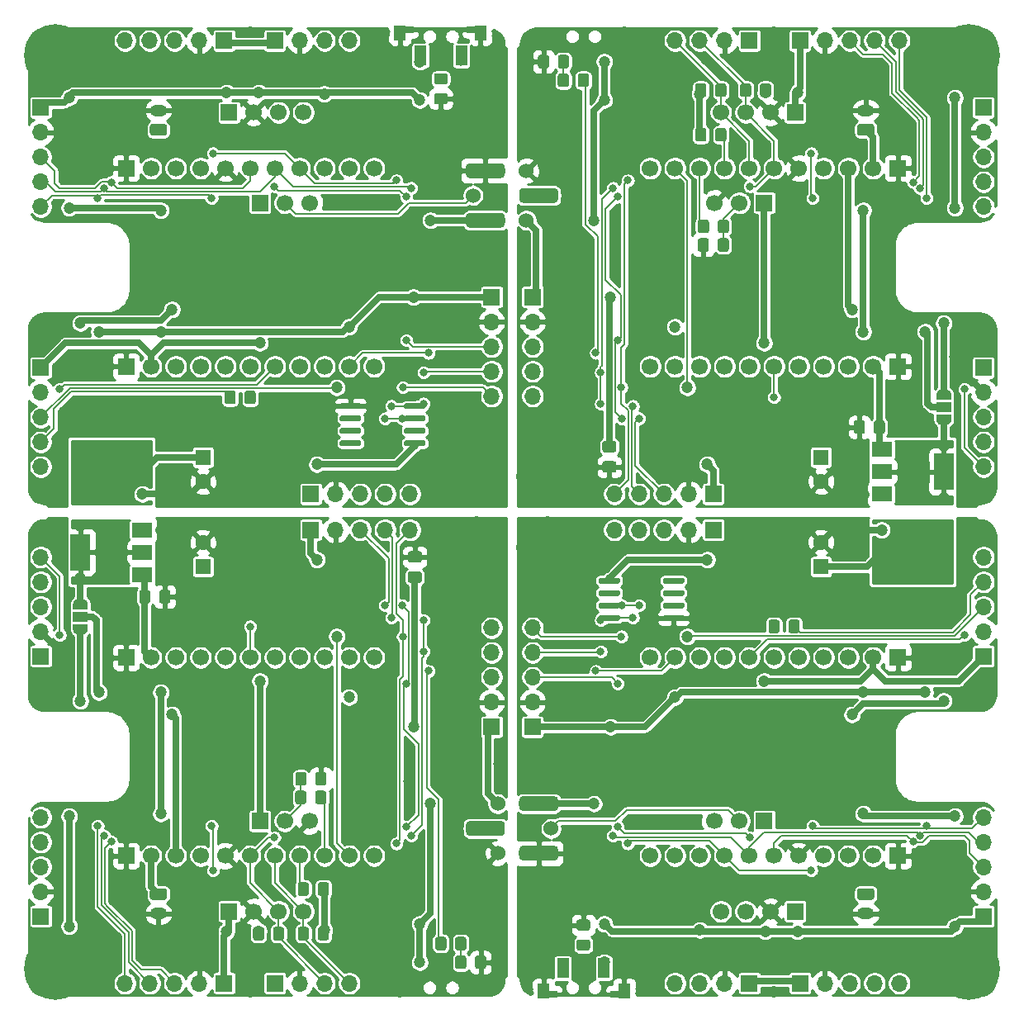
<source format=gbl>
G04 #@! TF.GenerationSoftware,KiCad,Pcbnew,5.1.8-1.fc31*
G04 #@! TF.CreationDate,2021-07-02T10:36:43+02:00*
G04 #@! TF.ProjectId,LoRaWANV2.1_panelized,4c6f5261-5741-44e5-9632-2e315f70616e,rev?*
G04 #@! TF.SameCoordinates,Original*
G04 #@! TF.FileFunction,Copper,L2,Bot*
G04 #@! TF.FilePolarity,Positive*
%FSLAX46Y46*%
G04 Gerber Fmt 4.6, Leading zero omitted, Abs format (unit mm)*
G04 Created by KiCad (PCBNEW 5.1.8-1.fc31) date 2021-07-02 10:36:43*
%MOMM*%
%LPD*%
G01*
G04 APERTURE LIST*
G04 #@! TA.AperFunction,ComponentPad*
%ADD10C,6.400000*%
G04 #@! TD*
G04 #@! TA.AperFunction,ComponentPad*
%ADD11R,1.600000X1.600000*%
G04 #@! TD*
G04 #@! TA.AperFunction,ComponentPad*
%ADD12C,1.600000*%
G04 #@! TD*
G04 #@! TA.AperFunction,ComponentPad*
%ADD13R,1.700000X1.700000*%
G04 #@! TD*
G04 #@! TA.AperFunction,ComponentPad*
%ADD14C,1.700000*%
G04 #@! TD*
G04 #@! TA.AperFunction,ComponentPad*
%ADD15O,1.700000X1.700000*%
G04 #@! TD*
G04 #@! TA.AperFunction,SMDPad,CuDef*
%ADD16R,1.200000X2.000000*%
G04 #@! TD*
G04 #@! TA.AperFunction,SMDPad,CuDef*
%ADD17R,1.270000X1.524000*%
G04 #@! TD*
G04 #@! TA.AperFunction,SMDPad,CuDef*
%ADD18R,2.000000X0.800000*%
G04 #@! TD*
G04 #@! TA.AperFunction,ComponentPad*
%ADD19C,1.524000*%
G04 #@! TD*
G04 #@! TA.AperFunction,ComponentPad*
%ADD20O,1.750000X1.200000*%
G04 #@! TD*
G04 #@! TA.AperFunction,SMDPad,CuDef*
%ADD21C,0.100000*%
G04 #@! TD*
G04 #@! TA.AperFunction,SMDPad,CuDef*
%ADD22R,1.500000X1.000000*%
G04 #@! TD*
G04 #@! TA.AperFunction,SMDPad,CuDef*
%ADD23R,2.000000X3.800000*%
G04 #@! TD*
G04 #@! TA.AperFunction,SMDPad,CuDef*
%ADD24R,2.000000X1.500000*%
G04 #@! TD*
G04 #@! TA.AperFunction,ViaPad*
%ADD25C,1.200000*%
G04 #@! TD*
G04 #@! TA.AperFunction,ViaPad*
%ADD26C,0.800000*%
G04 #@! TD*
G04 #@! TA.AperFunction,Conductor*
%ADD27C,0.660400*%
G04 #@! TD*
G04 #@! TA.AperFunction,Conductor*
%ADD28C,0.203200*%
G04 #@! TD*
G04 #@! TA.AperFunction,Conductor*
%ADD29C,0.254000*%
G04 #@! TD*
G04 #@! TA.AperFunction,Conductor*
%ADD30C,0.100000*%
G04 #@! TD*
G04 APERTURE END LIST*
D10*
G04 #@! TO.P,H2,1*
G04 #@! TO.N,GND*
X74930000Y-77216000D03*
G04 #@! TD*
G04 #@! TO.P,C1,1*
G04 #@! TO.N,/SW1*
G04 #@! TA.AperFunction,SMDPad,CuDef*
G36*
G01*
X86302001Y-118576000D02*
X85401999Y-118576000D01*
G75*
G02*
X85152000Y-118326001I0J249999D01*
G01*
X85152000Y-117675999D01*
G75*
G02*
X85401999Y-117426000I249999J0D01*
G01*
X86302001Y-117426000D01*
G75*
G02*
X86552000Y-117675999I0J-249999D01*
G01*
X86552000Y-118326001D01*
G75*
G02*
X86302001Y-118576000I-249999J0D01*
G01*
G37*
G04 #@! TD.AperFunction*
G04 #@! TO.P,C1,2*
G04 #@! TO.N,GND*
G04 #@! TA.AperFunction,SMDPad,CuDef*
G36*
G01*
X86302001Y-116526000D02*
X85401999Y-116526000D01*
G75*
G02*
X85152000Y-116276001I0J249999D01*
G01*
X85152000Y-115625999D01*
G75*
G02*
X85401999Y-115376000I249999J0D01*
G01*
X86302001Y-115376000D01*
G75*
G02*
X86552000Y-115625999I0J-249999D01*
G01*
X86552000Y-116276001D01*
G75*
G02*
X86302001Y-116526000I-249999J0D01*
G01*
G37*
G04 #@! TD.AperFunction*
G04 #@! TD*
D11*
G04 #@! TO.P,C3,1*
G04 #@! TO.N,+3V3*
X110236000Y-79208000D03*
D12*
G04 #@! TO.P,C3,2*
G04 #@! TO.N,GND*
X110236000Y-76708000D03*
G04 #@! TD*
D10*
G04 #@! TO.P,H1,1*
G04 #@! TO.N,GND*
X125349000Y-120396000D03*
G04 #@! TD*
G04 #@! TO.P,H2,1*
G04 #@! TO.N,GND*
X82169000Y-77216000D03*
G04 #@! TD*
D13*
G04 #@! TO.P,IR2,1*
G04 #@! TO.N,/VIN*
X104394000Y-105283000D03*
D14*
G04 #@! TO.P,IR2,2*
G04 #@! TO.N,/IR*
X101854000Y-105283000D03*
G04 #@! TO.P,IR2,3*
G04 #@! TO.N,GND*
X99314000Y-105283000D03*
G04 #@! TD*
D13*
G04 #@! TO.P,J5,1*
G04 #@! TO.N,/Vsensor*
X99187000Y-75438000D03*
D15*
G04 #@! TO.P,J5,2*
G04 #@! TO.N,GND*
X96647000Y-75438000D03*
G04 #@! TO.P,J5,3*
G04 #@! TO.N,/SCL*
X94107000Y-75438000D03*
G04 #@! TO.P,J5,4*
G04 #@! TO.N,/SDA*
X91567000Y-75438000D03*
G04 #@! TO.P,J5,5*
G04 #@! TO.N,/INT*
X89027000Y-75438000D03*
G04 #@! TD*
G04 #@! TO.P,R5,1*
G04 #@! TO.N,/TX*
G04 #@! TA.AperFunction,SMDPad,CuDef*
G36*
G01*
X108035000Y-84893999D02*
X108035000Y-85794001D01*
G75*
G02*
X107785001Y-86044000I-249999J0D01*
G01*
X107134999Y-86044000D01*
G75*
G02*
X106885000Y-85794001I0J249999D01*
G01*
X106885000Y-84893999D01*
G75*
G02*
X107134999Y-84644000I249999J0D01*
G01*
X107785001Y-84644000D01*
G75*
G02*
X108035000Y-84893999I0J-249999D01*
G01*
G37*
G04 #@! TD.AperFunction*
G04 #@! TO.P,R5,2*
G04 #@! TO.N,Net-(R5-Pad2)*
G04 #@! TA.AperFunction,SMDPad,CuDef*
G36*
G01*
X105985000Y-84893999D02*
X105985000Y-85794001D01*
G75*
G02*
X105735001Y-86044000I-249999J0D01*
G01*
X105084999Y-86044000D01*
G75*
G02*
X104835000Y-85794001I0J249999D01*
G01*
X104835000Y-84893999D01*
G75*
G02*
X105084999Y-84644000I249999J0D01*
G01*
X105735001Y-84644000D01*
G75*
G02*
X105985000Y-84893999I0J-249999D01*
G01*
G37*
G04 #@! TD.AperFunction*
G04 #@! TD*
D16*
G04 #@! TO.P,SW1,2*
G04 #@! TO.N,/Vsensor*
X87952000Y-120377000D03*
G04 #@! TO.P,SW1,1*
G04 #@! TO.N,Net-(R1-Pad2)*
X83752000Y-120377000D03*
D17*
G04 #@! TO.P,SW1,3*
G04 #@! TO.N,GND*
X90043000Y-122682000D03*
D18*
X89662000Y-123063000D03*
D17*
X81788000Y-122682000D03*
D18*
X82169000Y-123063000D03*
G04 #@! TD*
G04 #@! TO.P,U2,1*
G04 #@! TO.N,Net-(U2-Pad1)*
G04 #@! TA.AperFunction,SMDPad,CuDef*
G36*
G01*
X96219000Y-80495000D02*
X96219000Y-80795000D01*
G75*
G02*
X96069000Y-80945000I-150000J0D01*
G01*
X94169000Y-80945000D01*
G75*
G02*
X94019000Y-80795000I0J150000D01*
G01*
X94019000Y-80495000D01*
G75*
G02*
X94169000Y-80345000I150000J0D01*
G01*
X96069000Y-80345000D01*
G75*
G02*
X96219000Y-80495000I0J-150000D01*
G01*
G37*
G04 #@! TD.AperFunction*
G04 #@! TO.P,U2,2*
G04 #@! TO.N,Net-(U2-Pad2)*
G04 #@! TA.AperFunction,SMDPad,CuDef*
G36*
G01*
X96219000Y-81765000D02*
X96219000Y-82065000D01*
G75*
G02*
X96069000Y-82215000I-150000J0D01*
G01*
X94169000Y-82215000D01*
G75*
G02*
X94019000Y-82065000I0J150000D01*
G01*
X94019000Y-81765000D01*
G75*
G02*
X94169000Y-81615000I150000J0D01*
G01*
X96069000Y-81615000D01*
G75*
G02*
X96219000Y-81765000I0J-150000D01*
G01*
G37*
G04 #@! TD.AperFunction*
G04 #@! TO.P,U2,3*
G04 #@! TO.N,Net-(U2-Pad3)*
G04 #@! TA.AperFunction,SMDPad,CuDef*
G36*
G01*
X96219000Y-83035000D02*
X96219000Y-83335000D01*
G75*
G02*
X96069000Y-83485000I-150000J0D01*
G01*
X94169000Y-83485000D01*
G75*
G02*
X94019000Y-83335000I0J150000D01*
G01*
X94019000Y-83035000D01*
G75*
G02*
X94169000Y-82885000I150000J0D01*
G01*
X96069000Y-82885000D01*
G75*
G02*
X96219000Y-83035000I0J-150000D01*
G01*
G37*
G04 #@! TD.AperFunction*
G04 #@! TO.P,U2,4*
G04 #@! TO.N,GND*
G04 #@! TA.AperFunction,SMDPad,CuDef*
G36*
G01*
X96219000Y-84305000D02*
X96219000Y-84605000D01*
G75*
G02*
X96069000Y-84755000I-150000J0D01*
G01*
X94169000Y-84755000D01*
G75*
G02*
X94019000Y-84605000I0J150000D01*
G01*
X94019000Y-84305000D01*
G75*
G02*
X94169000Y-84155000I150000J0D01*
G01*
X96069000Y-84155000D01*
G75*
G02*
X96219000Y-84305000I0J-150000D01*
G01*
G37*
G04 #@! TD.AperFunction*
G04 #@! TO.P,U2,5*
G04 #@! TO.N,/SDA*
G04 #@! TA.AperFunction,SMDPad,CuDef*
G36*
G01*
X89619000Y-84305000D02*
X89619000Y-84605000D01*
G75*
G02*
X89469000Y-84755000I-150000J0D01*
G01*
X87569000Y-84755000D01*
G75*
G02*
X87419000Y-84605000I0J150000D01*
G01*
X87419000Y-84305000D01*
G75*
G02*
X87569000Y-84155000I150000J0D01*
G01*
X89469000Y-84155000D01*
G75*
G02*
X89619000Y-84305000I0J-150000D01*
G01*
G37*
G04 #@! TD.AperFunction*
G04 #@! TO.P,U2,6*
G04 #@! TO.N,/SCL*
G04 #@! TA.AperFunction,SMDPad,CuDef*
G36*
G01*
X89619000Y-83035000D02*
X89619000Y-83335000D01*
G75*
G02*
X89469000Y-83485000I-150000J0D01*
G01*
X87569000Y-83485000D01*
G75*
G02*
X87419000Y-83335000I0J150000D01*
G01*
X87419000Y-83035000D01*
G75*
G02*
X87569000Y-82885000I150000J0D01*
G01*
X89469000Y-82885000D01*
G75*
G02*
X89619000Y-83035000I0J-150000D01*
G01*
G37*
G04 #@! TD.AperFunction*
G04 #@! TO.P,U2,7*
G04 #@! TO.N,Net-(U2-Pad7)*
G04 #@! TA.AperFunction,SMDPad,CuDef*
G36*
G01*
X89619000Y-81765000D02*
X89619000Y-82065000D01*
G75*
G02*
X89469000Y-82215000I-150000J0D01*
G01*
X87569000Y-82215000D01*
G75*
G02*
X87419000Y-82065000I0J150000D01*
G01*
X87419000Y-81765000D01*
G75*
G02*
X87569000Y-81615000I150000J0D01*
G01*
X89469000Y-81615000D01*
G75*
G02*
X89619000Y-81765000I0J-150000D01*
G01*
G37*
G04 #@! TD.AperFunction*
G04 #@! TO.P,U2,8*
G04 #@! TO.N,/Vsensor*
G04 #@! TA.AperFunction,SMDPad,CuDef*
G36*
G01*
X89619000Y-80495000D02*
X89619000Y-80795000D01*
G75*
G02*
X89469000Y-80945000I-150000J0D01*
G01*
X87569000Y-80945000D01*
G75*
G02*
X87419000Y-80795000I0J150000D01*
G01*
X87419000Y-80495000D01*
G75*
G02*
X87569000Y-80345000I150000J0D01*
G01*
X89469000Y-80345000D01*
G75*
G02*
X89619000Y-80495000I0J-150000D01*
G01*
G37*
G04 #@! TD.AperFunction*
G04 #@! TD*
D13*
G04 #@! TO.P,J6,1*
G04 #@! TO.N,/VIN*
X126873000Y-88392000D03*
D15*
G04 #@! TO.P,J6,2*
G04 #@! TO.N,GND*
X126873000Y-85852000D03*
G04 #@! TO.P,J6,3*
G04 #@! TO.N,/PM_EN*
X126873000Y-83312000D03*
G04 #@! TO.P,J6,4*
G04 #@! TO.N,/TX*
X126873000Y-80772000D03*
G04 #@! TO.P,J6,5*
G04 #@! TO.N,/RX*
X126873000Y-78232000D03*
G04 #@! TD*
D13*
G04 #@! TO.P,J7,1*
G04 #@! TO.N,/Vsensor*
X80645000Y-95631000D03*
D15*
G04 #@! TO.P,J7,2*
G04 #@! TO.N,GND*
X80645000Y-93091000D03*
G04 #@! TO.P,J7,3*
G04 #@! TO.N,/SCL*
X80645000Y-90551000D03*
G04 #@! TO.P,J7,4*
G04 #@! TO.N,/SDA*
X80645000Y-88011000D03*
G04 #@! TO.P,J7,5*
G04 #@! TO.N,/INT*
X80645000Y-85471000D03*
G04 #@! TD*
D14*
G04 #@! TO.P,U4,12*
G04 #@! TO.N,Net-(U4-Pad12)*
X92710000Y-88519000D03*
G04 #@! TO.P,U4,13*
G04 #@! TO.N,/SW1*
X95250000Y-88519000D03*
G04 #@! TO.P,U4,14*
G04 #@! TO.N,Net-(U4-Pad14)*
X97790000Y-88519000D03*
G04 #@! TO.P,U4,15*
G04 #@! TO.N,Net-(U4-Pad15)*
X100330000Y-88519000D03*
G04 #@! TO.P,U4,16*
G04 #@! TO.N,/RX*
X102870000Y-88519000D03*
G04 #@! TO.P,U4,17*
G04 #@! TO.N,Net-(R5-Pad2)*
X105410000Y-88519000D03*
G04 #@! TO.P,U4,18*
G04 #@! TO.N,Net-(U4-Pad18)*
X107950000Y-88519000D03*
G04 #@! TO.P,U4,19*
G04 #@! TO.N,Net-(U4-Pad19)*
X110490000Y-88519000D03*
G04 #@! TO.P,U4,20*
G04 #@! TO.N,Net-(U4-Pad20)*
X113030000Y-88519000D03*
G04 #@! TO.P,U4,21*
G04 #@! TO.N,/VIN*
X115570000Y-88519000D03*
D13*
G04 #@! TO.P,U4,22*
G04 #@! TO.N,GND*
X118110000Y-88519000D03*
G04 #@! TO.P,U4,1*
X118110000Y-108839000D03*
D14*
G04 #@! TO.P,U4,3*
G04 #@! TO.N,/VDD*
X113030000Y-108839000D03*
G04 #@! TO.P,U4,2*
G04 #@! TO.N,/VS+*
X115570000Y-108839000D03*
G04 #@! TO.P,U4,4*
G04 #@! TO.N,Net-(U4-Pad4)*
X110490000Y-108839000D03*
G04 #@! TO.P,U4,5*
G04 #@! TO.N,GND*
X107950000Y-108839000D03*
G04 #@! TO.P,U4,7*
G04 #@! TO.N,/SDA*
X102870000Y-108839000D03*
G04 #@! TO.P,U4,6*
G04 #@! TO.N,/SCL*
X105410000Y-108839000D03*
G04 #@! TO.P,U4,8*
G04 #@! TO.N,/INT*
X100330000Y-108839000D03*
G04 #@! TO.P,U4,9*
G04 #@! TO.N,Net-(R8-Pad1)*
X97790000Y-108839000D03*
G04 #@! TO.P,U4,10*
G04 #@! TO.N,/PM_EN*
X95250000Y-108839000D03*
G04 #@! TO.P,U4,11*
G04 #@! TO.N,Net-(U4-Pad11)*
X92710000Y-108839000D03*
G04 #@! TD*
D13*
G04 #@! TO.P,J4,1*
G04 #@! TO.N,/Vsensor*
X102870000Y-121920000D03*
D15*
G04 #@! TO.P,J4,2*
G04 #@! TO.N,GND*
X100330000Y-121920000D03*
G04 #@! TO.P,J4,3*
G04 #@! TO.N,/SCL*
X97790000Y-121920000D03*
G04 #@! TO.P,J4,4*
G04 #@! TO.N,/SDA*
X95250000Y-121920000D03*
G04 #@! TD*
D19*
G04 #@! TO.P,IR1,3*
G04 #@! TO.N,GND*
X80010000Y-108585000D03*
G04 #@! TO.P,IR1,2*
G04 #@! TO.N,/IR*
X82550000Y-106045000D03*
G04 #@! TO.P,IR1,1*
G04 #@! TO.N,/Vsensor*
X80010000Y-103505000D03*
G04 #@! TA.AperFunction,ConnectorPad*
G36*
G01*
X79661000Y-102743000D02*
X82899000Y-102743000D01*
G75*
G02*
X83280000Y-103124000I0J-381000D01*
G01*
X83280000Y-103886000D01*
G75*
G02*
X82899000Y-104267000I-381000J0D01*
G01*
X79661000Y-104267000D01*
G75*
G02*
X79280000Y-103886000I0J381000D01*
G01*
X79280000Y-103124000D01*
G75*
G02*
X79661000Y-102743000I381000J0D01*
G01*
G37*
G04 #@! TD.AperFunction*
G04 #@! TO.P,IR1,3*
G04 #@! TO.N,GND*
G04 #@! TA.AperFunction,ConnectorPad*
G36*
G01*
X79661000Y-107823000D02*
X82899000Y-107823000D01*
G75*
G02*
X83280000Y-108204000I0J-381000D01*
G01*
X83280000Y-108966000D01*
G75*
G02*
X82899000Y-109347000I-381000J0D01*
G01*
X79661000Y-109347000D01*
G75*
G02*
X79280000Y-108966000I0J381000D01*
G01*
X79280000Y-108204000D01*
G75*
G02*
X79661000Y-107823000I381000J0D01*
G01*
G37*
G04 #@! TD.AperFunction*
G04 #@! TD*
D13*
G04 #@! TO.P,J3,1*
G04 #@! TO.N,/Vsensor*
X126873000Y-115062000D03*
D15*
G04 #@! TO.P,J3,2*
G04 #@! TO.N,GND*
X126873000Y-112522000D03*
G04 #@! TO.P,J3,3*
G04 #@! TO.N,/SCL*
X126873000Y-109982000D03*
G04 #@! TO.P,J3,4*
G04 #@! TO.N,/SDA*
X126873000Y-107442000D03*
G04 #@! TO.P,J3,5*
G04 #@! TO.N,/INT*
X126873000Y-104902000D03*
G04 #@! TD*
G04 #@! TO.P,J2,1*
G04 #@! TO.N,/VS+*
G04 #@! TA.AperFunction,ComponentPad*
G36*
G01*
X114182999Y-112176000D02*
X115433001Y-112176000D01*
G75*
G02*
X115683000Y-112425999I0J-249999D01*
G01*
X115683000Y-113126001D01*
G75*
G02*
X115433001Y-113376000I-249999J0D01*
G01*
X114182999Y-113376000D01*
G75*
G02*
X113933000Y-113126001I0J249999D01*
G01*
X113933000Y-112425999D01*
G75*
G02*
X114182999Y-112176000I249999J0D01*
G01*
G37*
G04 #@! TD.AperFunction*
D20*
G04 #@! TO.P,J2,2*
G04 #@! TO.N,GND*
X114808000Y-114776000D03*
G04 #@! TD*
D13*
G04 #@! TO.P,J1,1*
G04 #@! TO.N,/Vsensor*
X108077000Y-121920000D03*
D15*
G04 #@! TO.P,J1,2*
G04 #@! TO.N,GND*
X110617000Y-121920000D03*
G04 #@! TO.P,J1,3*
G04 #@! TO.N,/SCL*
X113157000Y-121920000D03*
G04 #@! TO.P,J1,4*
G04 #@! TO.N,/SDA*
X115697000Y-121920000D03*
G04 #@! TO.P,J1,5*
G04 #@! TO.N,/INT*
X118237000Y-121920000D03*
G04 #@! TD*
D13*
G04 #@! TO.P,U1,1*
G04 #@! TO.N,/Vsensor*
X107569000Y-114554000D03*
D14*
G04 #@! TO.P,U1,2*
G04 #@! TO.N,GND*
X105029000Y-114554000D03*
G04 #@! TO.P,U1,3*
G04 #@! TO.N,/SCL*
X102489000Y-114554000D03*
G04 #@! TO.P,U1,4*
G04 #@! TO.N,/SDA*
X99949000Y-114554000D03*
G04 #@! TD*
G04 #@! TO.P,R2,1*
G04 #@! TO.N,Net-(R1-Pad2)*
G04 #@! TA.AperFunction,SMDPad,CuDef*
G36*
G01*
X83236000Y-29787001D02*
X83236000Y-28886999D01*
G75*
G02*
X83485999Y-28637000I249999J0D01*
G01*
X84136001Y-28637000D01*
G75*
G02*
X84386000Y-28886999I0J-249999D01*
G01*
X84386000Y-29787001D01*
G75*
G02*
X84136001Y-30037000I-249999J0D01*
G01*
X83485999Y-30037000D01*
G75*
G02*
X83236000Y-29787001I0J249999D01*
G01*
G37*
G04 #@! TD.AperFunction*
G04 #@! TO.P,R2,2*
G04 #@! TO.N,/SW1*
G04 #@! TA.AperFunction,SMDPad,CuDef*
G36*
G01*
X85286000Y-29787001D02*
X85286000Y-28886999D01*
G75*
G02*
X85535999Y-28637000I249999J0D01*
G01*
X86186001Y-28637000D01*
G75*
G02*
X86436000Y-28886999I0J-249999D01*
G01*
X86436000Y-29787001D01*
G75*
G02*
X86186001Y-30037000I-249999J0D01*
G01*
X85535999Y-30037000D01*
G75*
G02*
X85286000Y-29787001I0J249999D01*
G01*
G37*
G04 #@! TD.AperFunction*
G04 #@! TD*
G04 #@! TO.P,C4,1*
G04 #@! TO.N,GND*
G04 #@! TA.AperFunction,SMDPad,CuDef*
G36*
G01*
X88994000Y-69570000D02*
X88044000Y-69570000D01*
G75*
G02*
X87794000Y-69320000I0J250000D01*
G01*
X87794000Y-68645000D01*
G75*
G02*
X88044000Y-68395000I250000J0D01*
G01*
X88994000Y-68395000D01*
G75*
G02*
X89244000Y-68645000I0J-250000D01*
G01*
X89244000Y-69320000D01*
G75*
G02*
X88994000Y-69570000I-250000J0D01*
G01*
G37*
G04 #@! TD.AperFunction*
G04 #@! TO.P,C4,2*
G04 #@! TO.N,/Vsensor*
G04 #@! TA.AperFunction,SMDPad,CuDef*
G36*
G01*
X88994000Y-67495000D02*
X88044000Y-67495000D01*
G75*
G02*
X87794000Y-67245000I0J250000D01*
G01*
X87794000Y-66570000D01*
G75*
G02*
X88044000Y-66320000I250000J0D01*
G01*
X88994000Y-66320000D01*
G75*
G02*
X89244000Y-66570000I0J-250000D01*
G01*
X89244000Y-67245000D01*
G75*
G02*
X88994000Y-67495000I-250000J0D01*
G01*
G37*
G04 #@! TD.AperFunction*
G04 #@! TD*
D13*
G04 #@! TO.P,U1,1*
G04 #@! TO.N,/Vsensor*
X107569000Y-32639000D03*
D14*
G04 #@! TO.P,U1,2*
G04 #@! TO.N,GND*
X105029000Y-32639000D03*
G04 #@! TO.P,U1,3*
G04 #@! TO.N,/SCL*
X102489000Y-32639000D03*
G04 #@! TO.P,U1,4*
G04 #@! TO.N,/SDA*
X99949000Y-32639000D03*
G04 #@! TD*
D13*
G04 #@! TO.P,J5,1*
G04 #@! TO.N,/Vsensor*
X99187000Y-71755000D03*
D15*
G04 #@! TO.P,J5,2*
G04 #@! TO.N,GND*
X96647000Y-71755000D03*
G04 #@! TO.P,J5,3*
G04 #@! TO.N,/SCL*
X94107000Y-71755000D03*
G04 #@! TO.P,J5,4*
G04 #@! TO.N,/SDA*
X91567000Y-71755000D03*
G04 #@! TO.P,J5,5*
G04 #@! TO.N,/INT*
X89027000Y-71755000D03*
G04 #@! TD*
D19*
G04 #@! TO.P,IR1,3*
G04 #@! TO.N,GND*
X80010000Y-38608000D03*
G04 #@! TO.P,IR1,2*
G04 #@! TO.N,/IR*
X82550000Y-41148000D03*
G04 #@! TO.P,IR1,1*
G04 #@! TO.N,/Vsensor*
X80010000Y-43688000D03*
G04 #@! TO.P,IR1,2*
G04 #@! TO.N,/IR*
G04 #@! TA.AperFunction,ConnectorPad*
G36*
G01*
X82899000Y-41910000D02*
X79661000Y-41910000D01*
G75*
G02*
X79280000Y-41529000I0J381000D01*
G01*
X79280000Y-40767000D01*
G75*
G02*
X79661000Y-40386000I381000J0D01*
G01*
X82899000Y-40386000D01*
G75*
G02*
X83280000Y-40767000I0J-381000D01*
G01*
X83280000Y-41529000D01*
G75*
G02*
X82899000Y-41910000I-381000J0D01*
G01*
G37*
G04 #@! TD.AperFunction*
G04 #@! TD*
G04 #@! TA.AperFunction,SMDPad,CuDef*
D21*
G04 #@! TO.P,JP1,1*
G04 #@! TO.N,+3V3*
G36*
X123559000Y-63615000D02*
G01*
X123559000Y-64165000D01*
X123558398Y-64165000D01*
X123558398Y-64189534D01*
X123553588Y-64238365D01*
X123544016Y-64286490D01*
X123529772Y-64333445D01*
X123510995Y-64378778D01*
X123487864Y-64422051D01*
X123460604Y-64462850D01*
X123429476Y-64500779D01*
X123394779Y-64535476D01*
X123356850Y-64566604D01*
X123316051Y-64593864D01*
X123272778Y-64616995D01*
X123227445Y-64635772D01*
X123180490Y-64650016D01*
X123132365Y-64659588D01*
X123083534Y-64664398D01*
X123059000Y-64664398D01*
X123059000Y-64665000D01*
X122559000Y-64665000D01*
X122559000Y-64664398D01*
X122534466Y-64664398D01*
X122485635Y-64659588D01*
X122437510Y-64650016D01*
X122390555Y-64635772D01*
X122345222Y-64616995D01*
X122301949Y-64593864D01*
X122261150Y-64566604D01*
X122223221Y-64535476D01*
X122188524Y-64500779D01*
X122157396Y-64462850D01*
X122130136Y-64422051D01*
X122107005Y-64378778D01*
X122088228Y-64333445D01*
X122073984Y-64286490D01*
X122064412Y-64238365D01*
X122059602Y-64189534D01*
X122059602Y-64165000D01*
X122059000Y-64165000D01*
X122059000Y-63615000D01*
X123559000Y-63615000D01*
G37*
G04 #@! TD.AperFunction*
G04 #@! TA.AperFunction,SMDPad,CuDef*
G04 #@! TO.P,JP1,3*
G04 #@! TO.N,/VDD*
G36*
X122059602Y-61565000D02*
G01*
X122059602Y-61540466D01*
X122064412Y-61491635D01*
X122073984Y-61443510D01*
X122088228Y-61396555D01*
X122107005Y-61351222D01*
X122130136Y-61307949D01*
X122157396Y-61267150D01*
X122188524Y-61229221D01*
X122223221Y-61194524D01*
X122261150Y-61163396D01*
X122301949Y-61136136D01*
X122345222Y-61113005D01*
X122390555Y-61094228D01*
X122437510Y-61079984D01*
X122485635Y-61070412D01*
X122534466Y-61065602D01*
X122559000Y-61065602D01*
X122559000Y-61065000D01*
X123059000Y-61065000D01*
X123059000Y-61065602D01*
X123083534Y-61065602D01*
X123132365Y-61070412D01*
X123180490Y-61079984D01*
X123227445Y-61094228D01*
X123272778Y-61113005D01*
X123316051Y-61136136D01*
X123356850Y-61163396D01*
X123394779Y-61194524D01*
X123429476Y-61229221D01*
X123460604Y-61267150D01*
X123487864Y-61307949D01*
X123510995Y-61351222D01*
X123529772Y-61396555D01*
X123544016Y-61443510D01*
X123553588Y-61491635D01*
X123558398Y-61540466D01*
X123558398Y-61565000D01*
X123559000Y-61565000D01*
X123559000Y-62115000D01*
X122059000Y-62115000D01*
X122059000Y-61565000D01*
X122059602Y-61565000D01*
G37*
G04 #@! TD.AperFunction*
D22*
G04 #@! TO.P,JP1,2*
G04 #@! TO.N,/Vsensor*
X122809000Y-62865000D03*
G04 #@! TD*
G04 #@! TO.P,J2,1*
G04 #@! TO.N,/VS+*
G04 #@! TA.AperFunction,ComponentPad*
G36*
G01*
X115433001Y-35017000D02*
X114182999Y-35017000D01*
G75*
G02*
X113933000Y-34767001I0J249999D01*
G01*
X113933000Y-34066999D01*
G75*
G02*
X114182999Y-33817000I249999J0D01*
G01*
X115433001Y-33817000D01*
G75*
G02*
X115683000Y-34066999I0J-249999D01*
G01*
X115683000Y-34767001D01*
G75*
G02*
X115433001Y-35017000I-249999J0D01*
G01*
G37*
G04 #@! TD.AperFunction*
D20*
G04 #@! TO.P,J2,2*
G04 #@! TO.N,GND*
X114808000Y-32417000D03*
G04 #@! TD*
D13*
G04 #@! TO.P,J6,1*
G04 #@! TO.N,/VIN*
X126873000Y-58801000D03*
D15*
G04 #@! TO.P,J6,2*
G04 #@! TO.N,GND*
X126873000Y-61341000D03*
G04 #@! TO.P,J6,3*
G04 #@! TO.N,/PM_EN*
X126873000Y-63881000D03*
G04 #@! TO.P,J6,4*
G04 #@! TO.N,/TX*
X126873000Y-66421000D03*
G04 #@! TO.P,J6,5*
G04 #@! TO.N,/RX*
X126873000Y-68961000D03*
G04 #@! TD*
G04 #@! TO.P,R6,1*
G04 #@! TO.N,/INT*
G04 #@! TA.AperFunction,SMDPad,CuDef*
G36*
G01*
X100524000Y-34474999D02*
X100524000Y-35375001D01*
G75*
G02*
X100274001Y-35625000I-249999J0D01*
G01*
X99623999Y-35625000D01*
G75*
G02*
X99374000Y-35375001I0J249999D01*
G01*
X99374000Y-34474999D01*
G75*
G02*
X99623999Y-34225000I249999J0D01*
G01*
X100274001Y-34225000D01*
G75*
G02*
X100524000Y-34474999I0J-249999D01*
G01*
G37*
G04 #@! TD.AperFunction*
G04 #@! TO.P,R6,2*
G04 #@! TO.N,/Vsensor*
G04 #@! TA.AperFunction,SMDPad,CuDef*
G36*
G01*
X98474000Y-34474999D02*
X98474000Y-35375001D01*
G75*
G02*
X98224001Y-35625000I-249999J0D01*
G01*
X97573999Y-35625000D01*
G75*
G02*
X97324000Y-35375001I0J249999D01*
G01*
X97324000Y-34474999D01*
G75*
G02*
X97573999Y-34225000I249999J0D01*
G01*
X98224001Y-34225000D01*
G75*
G02*
X98474000Y-34474999I0J-249999D01*
G01*
G37*
G04 #@! TD.AperFunction*
G04 #@! TD*
G04 #@! TO.P,R3,1*
G04 #@! TO.N,/SCL*
G04 #@! TA.AperFunction,SMDPad,CuDef*
G36*
G01*
X101914000Y-30803001D02*
X101914000Y-29902999D01*
G75*
G02*
X102163999Y-29653000I249999J0D01*
G01*
X102814001Y-29653000D01*
G75*
G02*
X103064000Y-29902999I0J-249999D01*
G01*
X103064000Y-30803001D01*
G75*
G02*
X102814001Y-31053000I-249999J0D01*
G01*
X102163999Y-31053000D01*
G75*
G02*
X101914000Y-30803001I0J249999D01*
G01*
G37*
G04 #@! TD.AperFunction*
G04 #@! TO.P,R3,2*
G04 #@! TO.N,/Vsensor*
G04 #@! TA.AperFunction,SMDPad,CuDef*
G36*
G01*
X103964000Y-30803001D02*
X103964000Y-29902999D01*
G75*
G02*
X104213999Y-29653000I249999J0D01*
G01*
X104864001Y-29653000D01*
G75*
G02*
X105114000Y-29902999I0J-249999D01*
G01*
X105114000Y-30803001D01*
G75*
G02*
X104864001Y-31053000I-249999J0D01*
G01*
X104213999Y-31053000D01*
G75*
G02*
X103964000Y-30803001I0J249999D01*
G01*
G37*
G04 #@! TD.AperFunction*
G04 #@! TD*
D13*
G04 #@! TO.P,J1,1*
G04 #@! TO.N,/Vsensor*
X108077000Y-25273000D03*
D15*
G04 #@! TO.P,J1,2*
G04 #@! TO.N,GND*
X110617000Y-25273000D03*
G04 #@! TO.P,J1,3*
G04 #@! TO.N,/SCL*
X113157000Y-25273000D03*
G04 #@! TO.P,J1,4*
G04 #@! TO.N,/SDA*
X115697000Y-25273000D03*
G04 #@! TO.P,J1,5*
G04 #@! TO.N,/INT*
X118237000Y-25273000D03*
G04 #@! TD*
D14*
G04 #@! TO.P,U4,12*
G04 #@! TO.N,Net-(U4-Pad12)*
X92710000Y-58674000D03*
G04 #@! TO.P,U4,13*
G04 #@! TO.N,/SW1*
X95250000Y-58674000D03*
G04 #@! TO.P,U4,14*
G04 #@! TO.N,Net-(U4-Pad14)*
X97790000Y-58674000D03*
G04 #@! TO.P,U4,15*
G04 #@! TO.N,Net-(U4-Pad15)*
X100330000Y-58674000D03*
G04 #@! TO.P,U4,16*
G04 #@! TO.N,/RX*
X102870000Y-58674000D03*
G04 #@! TO.P,U4,17*
G04 #@! TO.N,Net-(R5-Pad2)*
X105410000Y-58674000D03*
G04 #@! TO.P,U4,18*
G04 #@! TO.N,Net-(U4-Pad18)*
X107950000Y-58674000D03*
G04 #@! TO.P,U4,19*
G04 #@! TO.N,Net-(U4-Pad19)*
X110490000Y-58674000D03*
G04 #@! TO.P,U4,20*
G04 #@! TO.N,Net-(U4-Pad20)*
X113030000Y-58674000D03*
G04 #@! TO.P,U4,21*
G04 #@! TO.N,/VIN*
X115570000Y-58674000D03*
D13*
G04 #@! TO.P,U4,22*
G04 #@! TO.N,GND*
X118110000Y-58674000D03*
G04 #@! TO.P,U4,1*
X118110000Y-38354000D03*
D14*
G04 #@! TO.P,U4,3*
G04 #@! TO.N,/VDD*
X113030000Y-38354000D03*
G04 #@! TO.P,U4,2*
G04 #@! TO.N,/VS+*
X115570000Y-38354000D03*
G04 #@! TO.P,U4,4*
G04 #@! TO.N,Net-(U4-Pad4)*
X110490000Y-38354000D03*
G04 #@! TO.P,U4,5*
G04 #@! TO.N,GND*
X107950000Y-38354000D03*
G04 #@! TO.P,U4,7*
G04 #@! TO.N,/SDA*
X102870000Y-38354000D03*
G04 #@! TO.P,U4,6*
G04 #@! TO.N,/SCL*
X105410000Y-38354000D03*
G04 #@! TO.P,U4,8*
G04 #@! TO.N,/INT*
X100330000Y-38354000D03*
G04 #@! TO.P,U4,9*
G04 #@! TO.N,Net-(R8-Pad1)*
X97790000Y-38354000D03*
G04 #@! TO.P,U4,10*
G04 #@! TO.N,/PM_EN*
X95250000Y-38354000D03*
G04 #@! TO.P,U4,11*
G04 #@! TO.N,Net-(U4-Pad11)*
X92710000Y-38354000D03*
G04 #@! TD*
D13*
G04 #@! TO.P,J7,1*
G04 #@! TO.N,/Vsensor*
X80645000Y-51562000D03*
D15*
G04 #@! TO.P,J7,2*
G04 #@! TO.N,GND*
X80645000Y-54102000D03*
G04 #@! TO.P,J7,3*
G04 #@! TO.N,/SCL*
X80645000Y-56642000D03*
G04 #@! TO.P,J7,4*
G04 #@! TO.N,/SDA*
X80645000Y-59182000D03*
G04 #@! TO.P,J7,5*
G04 #@! TO.N,/INT*
X80645000Y-61722000D03*
G04 #@! TD*
D13*
G04 #@! TO.P,J3,1*
G04 #@! TO.N,/Vsensor*
X126873000Y-32131000D03*
D15*
G04 #@! TO.P,J3,2*
G04 #@! TO.N,GND*
X126873000Y-34671000D03*
G04 #@! TO.P,J3,3*
G04 #@! TO.N,/SCL*
X126873000Y-37211000D03*
G04 #@! TO.P,J3,4*
G04 #@! TO.N,/SDA*
X126873000Y-39751000D03*
G04 #@! TO.P,J3,5*
G04 #@! TO.N,/INT*
X126873000Y-42291000D03*
G04 #@! TD*
G04 #@! TO.P,R4,1*
G04 #@! TO.N,/SDA*
G04 #@! TA.AperFunction,SMDPad,CuDef*
G36*
G01*
X100524000Y-29902999D02*
X100524000Y-30803001D01*
G75*
G02*
X100274001Y-31053000I-249999J0D01*
G01*
X99623999Y-31053000D01*
G75*
G02*
X99374000Y-30803001I0J249999D01*
G01*
X99374000Y-29902999D01*
G75*
G02*
X99623999Y-29653000I249999J0D01*
G01*
X100274001Y-29653000D01*
G75*
G02*
X100524000Y-29902999I0J-249999D01*
G01*
G37*
G04 #@! TD.AperFunction*
G04 #@! TO.P,R4,2*
G04 #@! TO.N,/Vsensor*
G04 #@! TA.AperFunction,SMDPad,CuDef*
G36*
G01*
X98474000Y-29902999D02*
X98474000Y-30803001D01*
G75*
G02*
X98224001Y-31053000I-249999J0D01*
G01*
X97573999Y-31053000D01*
G75*
G02*
X97324000Y-30803001I0J249999D01*
G01*
X97324000Y-29902999D01*
G75*
G02*
X97573999Y-29653000I249999J0D01*
G01*
X98224001Y-29653000D01*
G75*
G02*
X98474000Y-29902999I0J-249999D01*
G01*
G37*
G04 #@! TD.AperFunction*
G04 #@! TD*
G04 #@! TO.P,R1,1*
G04 #@! TO.N,GND*
G04 #@! TA.AperFunction,SMDPad,CuDef*
G36*
G01*
X81195000Y-27882001D02*
X81195000Y-26981999D01*
G75*
G02*
X81444999Y-26732000I249999J0D01*
G01*
X82095001Y-26732000D01*
G75*
G02*
X82345000Y-26981999I0J-249999D01*
G01*
X82345000Y-27882001D01*
G75*
G02*
X82095001Y-28132000I-249999J0D01*
G01*
X81444999Y-28132000D01*
G75*
G02*
X81195000Y-27882001I0J249999D01*
G01*
G37*
G04 #@! TD.AperFunction*
G04 #@! TO.P,R1,2*
G04 #@! TO.N,Net-(R1-Pad2)*
G04 #@! TA.AperFunction,SMDPad,CuDef*
G36*
G01*
X83245000Y-27882001D02*
X83245000Y-26981999D01*
G75*
G02*
X83494999Y-26732000I249999J0D01*
G01*
X84145001Y-26732000D01*
G75*
G02*
X84395000Y-26981999I0J-249999D01*
G01*
X84395000Y-27882001D01*
G75*
G02*
X84145001Y-28132000I-249999J0D01*
G01*
X83494999Y-28132000D01*
G75*
G02*
X83245000Y-27882001I0J249999D01*
G01*
G37*
G04 #@! TD.AperFunction*
G04 #@! TD*
D23*
G04 #@! TO.P,U3,2*
G04 #@! TO.N,+3V3*
X122809000Y-69469000D03*
D24*
X116509000Y-69469000D03*
G04 #@! TO.P,U3,3*
G04 #@! TO.N,/VIN*
X116509000Y-67169000D03*
G04 #@! TO.P,U3,1*
G04 #@! TO.N,GND*
X116509000Y-71769000D03*
G04 #@! TD*
D13*
G04 #@! TO.P,IR2,1*
G04 #@! TO.N,/VIN*
X104394000Y-41910000D03*
D14*
G04 #@! TO.P,IR2,2*
G04 #@! TO.N,/IR*
X101854000Y-41910000D03*
G04 #@! TO.P,IR2,3*
G04 #@! TO.N,GND*
X99314000Y-41910000D03*
G04 #@! TD*
D13*
G04 #@! TO.P,J4,1*
G04 #@! TO.N,/Vsensor*
X102870000Y-25273000D03*
D15*
G04 #@! TO.P,J4,2*
G04 #@! TO.N,GND*
X100330000Y-25273000D03*
G04 #@! TO.P,J4,3*
G04 #@! TO.N,/SCL*
X97790000Y-25273000D03*
G04 #@! TO.P,J4,4*
G04 #@! TO.N,/SDA*
X95250000Y-25273000D03*
G04 #@! TD*
D11*
G04 #@! TO.P,C3,1*
G04 #@! TO.N,+3V3*
X110236000Y-67985000D03*
D12*
G04 #@! TO.P,C3,2*
G04 #@! TO.N,GND*
X110236000Y-70485000D03*
G04 #@! TD*
G04 #@! TO.P,R7,1*
G04 #@! TO.N,GND*
G04 #@! TA.AperFunction,SMDPad,CuDef*
G36*
G01*
X97578000Y-46678001D02*
X97578000Y-45777999D01*
G75*
G02*
X97827999Y-45528000I249999J0D01*
G01*
X98478001Y-45528000D01*
G75*
G02*
X98728000Y-45777999I0J-249999D01*
G01*
X98728000Y-46678001D01*
G75*
G02*
X98478001Y-46928000I-249999J0D01*
G01*
X97827999Y-46928000D01*
G75*
G02*
X97578000Y-46678001I0J249999D01*
G01*
G37*
G04 #@! TD.AperFunction*
G04 #@! TO.P,R7,2*
G04 #@! TO.N,/IR*
G04 #@! TA.AperFunction,SMDPad,CuDef*
G36*
G01*
X99628000Y-46678001D02*
X99628000Y-45777999D01*
G75*
G02*
X99877999Y-45528000I249999J0D01*
G01*
X100528001Y-45528000D01*
G75*
G02*
X100778000Y-45777999I0J-249999D01*
G01*
X100778000Y-46678001D01*
G75*
G02*
X100528001Y-46928000I-249999J0D01*
G01*
X99877999Y-46928000D01*
G75*
G02*
X99628000Y-46678001I0J249999D01*
G01*
G37*
G04 #@! TD.AperFunction*
G04 #@! TD*
G04 #@! TO.P,C2,1*
G04 #@! TO.N,/VIN*
G04 #@! TA.AperFunction,SMDPad,CuDef*
G36*
G01*
X116780000Y-64446999D02*
X116780000Y-65347001D01*
G75*
G02*
X116530001Y-65597000I-249999J0D01*
G01*
X115879999Y-65597000D01*
G75*
G02*
X115630000Y-65347001I0J249999D01*
G01*
X115630000Y-64446999D01*
G75*
G02*
X115879999Y-64197000I249999J0D01*
G01*
X116530001Y-64197000D01*
G75*
G02*
X116780000Y-64446999I0J-249999D01*
G01*
G37*
G04 #@! TD.AperFunction*
G04 #@! TO.P,C2,2*
G04 #@! TO.N,GND*
G04 #@! TA.AperFunction,SMDPad,CuDef*
G36*
G01*
X114730000Y-64446999D02*
X114730000Y-65347001D01*
G75*
G02*
X114480001Y-65597000I-249999J0D01*
G01*
X113829999Y-65597000D01*
G75*
G02*
X113580000Y-65347001I0J249999D01*
G01*
X113580000Y-64446999D01*
G75*
G02*
X113829999Y-64197000I249999J0D01*
G01*
X114480001Y-64197000D01*
G75*
G02*
X114730000Y-64446999I0J-249999D01*
G01*
G37*
G04 #@! TD.AperFunction*
G04 #@! TD*
G04 #@! TO.P,R8,1*
G04 #@! TO.N,Net-(R8-Pad1)*
G04 #@! TA.AperFunction,SMDPad,CuDef*
G36*
G01*
X97587000Y-44773001D02*
X97587000Y-43872999D01*
G75*
G02*
X97836999Y-43623000I249999J0D01*
G01*
X98487001Y-43623000D01*
G75*
G02*
X98737000Y-43872999I0J-249999D01*
G01*
X98737000Y-44773001D01*
G75*
G02*
X98487001Y-45023000I-249999J0D01*
G01*
X97836999Y-45023000D01*
G75*
G02*
X97587000Y-44773001I0J249999D01*
G01*
G37*
G04 #@! TD.AperFunction*
G04 #@! TO.P,R8,2*
G04 #@! TO.N,/IR*
G04 #@! TA.AperFunction,SMDPad,CuDef*
G36*
G01*
X99637000Y-44773001D02*
X99637000Y-43872999D01*
G75*
G02*
X99886999Y-43623000I249999J0D01*
G01*
X100537001Y-43623000D01*
G75*
G02*
X100787000Y-43872999I0J-249999D01*
G01*
X100787000Y-44773001D01*
G75*
G02*
X100537001Y-45023000I-249999J0D01*
G01*
X99886999Y-45023000D01*
G75*
G02*
X99637000Y-44773001I0J249999D01*
G01*
G37*
G04 #@! TD.AperFunction*
G04 #@! TD*
D10*
G04 #@! TO.P,H2,1*
G04 #@! TO.N,GND*
X82169000Y-69977000D03*
G04 #@! TD*
G04 #@! TO.P,H1,1*
G04 #@! TO.N,GND*
X125349000Y-26797000D03*
G04 #@! TD*
D14*
G04 #@! TO.P,U1,4*
G04 #@! TO.N,/SDA*
X57150000Y-32639000D03*
G04 #@! TO.P,U1,3*
G04 #@! TO.N,/SCL*
X54610000Y-32639000D03*
G04 #@! TO.P,U1,2*
G04 #@! TO.N,GND*
X52070000Y-32639000D03*
D13*
G04 #@! TO.P,U1,1*
G04 #@! TO.N,/Vsensor*
X49530000Y-32639000D03*
G04 #@! TD*
D15*
G04 #@! TO.P,J1,5*
G04 #@! TO.N,/INT*
X38862000Y-25273000D03*
G04 #@! TO.P,J1,4*
G04 #@! TO.N,/SDA*
X41402000Y-25273000D03*
G04 #@! TO.P,J1,3*
G04 #@! TO.N,/SCL*
X43942000Y-25273000D03*
G04 #@! TO.P,J1,2*
G04 #@! TO.N,GND*
X46482000Y-25273000D03*
D13*
G04 #@! TO.P,J1,1*
G04 #@! TO.N,/Vsensor*
X49022000Y-25273000D03*
G04 #@! TD*
D20*
G04 #@! TO.P,J2,2*
G04 #@! TO.N,GND*
X42291000Y-32417000D03*
G04 #@! TO.P,J2,1*
G04 #@! TO.N,/VS+*
G04 #@! TA.AperFunction,ComponentPad*
G36*
G01*
X42916001Y-35017000D02*
X41665999Y-35017000D01*
G75*
G02*
X41416000Y-34767001I0J249999D01*
G01*
X41416000Y-34066999D01*
G75*
G02*
X41665999Y-33817000I249999J0D01*
G01*
X42916001Y-33817000D01*
G75*
G02*
X43166000Y-34066999I0J-249999D01*
G01*
X43166000Y-34767001D01*
G75*
G02*
X42916001Y-35017000I-249999J0D01*
G01*
G37*
G04 #@! TD.AperFunction*
G04 #@! TD*
D15*
G04 #@! TO.P,J3,5*
G04 #@! TO.N,/INT*
X30226000Y-42291000D03*
G04 #@! TO.P,J3,4*
G04 #@! TO.N,/SDA*
X30226000Y-39751000D03*
G04 #@! TO.P,J3,3*
G04 #@! TO.N,/SCL*
X30226000Y-37211000D03*
G04 #@! TO.P,J3,2*
G04 #@! TO.N,GND*
X30226000Y-34671000D03*
D13*
G04 #@! TO.P,J3,1*
G04 #@! TO.N,/Vsensor*
X30226000Y-32131000D03*
G04 #@! TD*
G04 #@! TO.P,IR1,3*
G04 #@! TO.N,GND*
G04 #@! TA.AperFunction,ConnectorPad*
G36*
G01*
X77438000Y-39370000D02*
X74200000Y-39370000D01*
G75*
G02*
X73819000Y-38989000I0J381000D01*
G01*
X73819000Y-38227000D01*
G75*
G02*
X74200000Y-37846000I381000J0D01*
G01*
X77438000Y-37846000D01*
G75*
G02*
X77819000Y-38227000I0J-381000D01*
G01*
X77819000Y-38989000D01*
G75*
G02*
X77438000Y-39370000I-381000J0D01*
G01*
G37*
G04 #@! TD.AperFunction*
G04 #@! TO.P,IR1,1*
G04 #@! TO.N,/Vsensor*
G04 #@! TA.AperFunction,ConnectorPad*
G36*
G01*
X77438000Y-44450000D02*
X74200000Y-44450000D01*
G75*
G02*
X73819000Y-44069000I0J381000D01*
G01*
X73819000Y-43307000D01*
G75*
G02*
X74200000Y-42926000I381000J0D01*
G01*
X77438000Y-42926000D01*
G75*
G02*
X77819000Y-43307000I0J-381000D01*
G01*
X77819000Y-44069000D01*
G75*
G02*
X77438000Y-44450000I-381000J0D01*
G01*
G37*
G04 #@! TD.AperFunction*
D19*
X77089000Y-43688000D03*
G04 #@! TO.P,IR1,2*
G04 #@! TO.N,/IR*
X74549000Y-41148000D03*
G04 #@! TO.P,IR1,3*
G04 #@! TO.N,GND*
X77089000Y-38608000D03*
G04 #@! TD*
D15*
G04 #@! TO.P,J4,4*
G04 #@! TO.N,/SDA*
X61849000Y-25273000D03*
G04 #@! TO.P,J4,3*
G04 #@! TO.N,/SCL*
X59309000Y-25273000D03*
G04 #@! TO.P,J4,2*
G04 #@! TO.N,GND*
X56769000Y-25273000D03*
D13*
G04 #@! TO.P,J4,1*
G04 #@! TO.N,/Vsensor*
X54229000Y-25273000D03*
G04 #@! TD*
D14*
G04 #@! TO.P,U4,11*
G04 #@! TO.N,Net-(U4-Pad11)*
X64389000Y-38354000D03*
G04 #@! TO.P,U4,10*
G04 #@! TO.N,/PM_EN*
X61849000Y-38354000D03*
G04 #@! TO.P,U4,9*
G04 #@! TO.N,Net-(R8-Pad1)*
X59309000Y-38354000D03*
G04 #@! TO.P,U4,8*
G04 #@! TO.N,/INT*
X56769000Y-38354000D03*
G04 #@! TO.P,U4,6*
G04 #@! TO.N,/SCL*
X51689000Y-38354000D03*
G04 #@! TO.P,U4,7*
G04 #@! TO.N,/SDA*
X54229000Y-38354000D03*
G04 #@! TO.P,U4,5*
G04 #@! TO.N,GND*
X49149000Y-38354000D03*
G04 #@! TO.P,U4,4*
G04 #@! TO.N,Net-(U4-Pad4)*
X46609000Y-38354000D03*
G04 #@! TO.P,U4,2*
G04 #@! TO.N,/VS+*
X41529000Y-38354000D03*
G04 #@! TO.P,U4,3*
G04 #@! TO.N,/VDD*
X44069000Y-38354000D03*
D13*
G04 #@! TO.P,U4,1*
G04 #@! TO.N,GND*
X38989000Y-38354000D03*
G04 #@! TO.P,U4,22*
X38989000Y-58674000D03*
D14*
G04 #@! TO.P,U4,21*
G04 #@! TO.N,/VIN*
X41529000Y-58674000D03*
G04 #@! TO.P,U4,20*
G04 #@! TO.N,Net-(U4-Pad20)*
X44069000Y-58674000D03*
G04 #@! TO.P,U4,19*
G04 #@! TO.N,Net-(U4-Pad19)*
X46609000Y-58674000D03*
G04 #@! TO.P,U4,18*
G04 #@! TO.N,Net-(U4-Pad18)*
X49149000Y-58674000D03*
G04 #@! TO.P,U4,17*
G04 #@! TO.N,Net-(R5-Pad2)*
X51689000Y-58674000D03*
G04 #@! TO.P,U4,16*
G04 #@! TO.N,/RX*
X54229000Y-58674000D03*
G04 #@! TO.P,U4,15*
G04 #@! TO.N,Net-(U4-Pad15)*
X56769000Y-58674000D03*
G04 #@! TO.P,U4,14*
G04 #@! TO.N,Net-(U4-Pad14)*
X59309000Y-58674000D03*
G04 #@! TO.P,U4,13*
G04 #@! TO.N,/SW1*
X61849000Y-58674000D03*
G04 #@! TO.P,U4,12*
G04 #@! TO.N,Net-(U4-Pad12)*
X64389000Y-58674000D03*
G04 #@! TD*
D15*
G04 #@! TO.P,J7,5*
G04 #@! TO.N,/INT*
X76454000Y-61722000D03*
G04 #@! TO.P,J7,4*
G04 #@! TO.N,/SDA*
X76454000Y-59182000D03*
G04 #@! TO.P,J7,3*
G04 #@! TO.N,/SCL*
X76454000Y-56642000D03*
G04 #@! TO.P,J7,2*
G04 #@! TO.N,GND*
X76454000Y-54102000D03*
D13*
G04 #@! TO.P,J7,1*
G04 #@! TO.N,/Vsensor*
X76454000Y-51562000D03*
G04 #@! TD*
D15*
G04 #@! TO.P,J6,5*
G04 #@! TO.N,/RX*
X30226000Y-68961000D03*
G04 #@! TO.P,J6,4*
G04 #@! TO.N,/TX*
X30226000Y-66421000D03*
G04 #@! TO.P,J6,3*
G04 #@! TO.N,/PM_EN*
X30226000Y-63881000D03*
G04 #@! TO.P,J6,2*
G04 #@! TO.N,GND*
X30226000Y-61341000D03*
D13*
G04 #@! TO.P,J6,1*
G04 #@! TO.N,/VIN*
X30226000Y-58801000D03*
G04 #@! TD*
G04 #@! TO.P,U2,8*
G04 #@! TO.N,/Vsensor*
G04 #@! TA.AperFunction,SMDPad,CuDef*
G36*
G01*
X67480000Y-66698000D02*
X67480000Y-66398000D01*
G75*
G02*
X67630000Y-66248000I150000J0D01*
G01*
X69530000Y-66248000D01*
G75*
G02*
X69680000Y-66398000I0J-150000D01*
G01*
X69680000Y-66698000D01*
G75*
G02*
X69530000Y-66848000I-150000J0D01*
G01*
X67630000Y-66848000D01*
G75*
G02*
X67480000Y-66698000I0J150000D01*
G01*
G37*
G04 #@! TD.AperFunction*
G04 #@! TO.P,U2,7*
G04 #@! TO.N,Net-(U2-Pad7)*
G04 #@! TA.AperFunction,SMDPad,CuDef*
G36*
G01*
X67480000Y-65428000D02*
X67480000Y-65128000D01*
G75*
G02*
X67630000Y-64978000I150000J0D01*
G01*
X69530000Y-64978000D01*
G75*
G02*
X69680000Y-65128000I0J-150000D01*
G01*
X69680000Y-65428000D01*
G75*
G02*
X69530000Y-65578000I-150000J0D01*
G01*
X67630000Y-65578000D01*
G75*
G02*
X67480000Y-65428000I0J150000D01*
G01*
G37*
G04 #@! TD.AperFunction*
G04 #@! TO.P,U2,6*
G04 #@! TO.N,/SCL*
G04 #@! TA.AperFunction,SMDPad,CuDef*
G36*
G01*
X67480000Y-64158000D02*
X67480000Y-63858000D01*
G75*
G02*
X67630000Y-63708000I150000J0D01*
G01*
X69530000Y-63708000D01*
G75*
G02*
X69680000Y-63858000I0J-150000D01*
G01*
X69680000Y-64158000D01*
G75*
G02*
X69530000Y-64308000I-150000J0D01*
G01*
X67630000Y-64308000D01*
G75*
G02*
X67480000Y-64158000I0J150000D01*
G01*
G37*
G04 #@! TD.AperFunction*
G04 #@! TO.P,U2,5*
G04 #@! TO.N,/SDA*
G04 #@! TA.AperFunction,SMDPad,CuDef*
G36*
G01*
X67480000Y-62888000D02*
X67480000Y-62588000D01*
G75*
G02*
X67630000Y-62438000I150000J0D01*
G01*
X69530000Y-62438000D01*
G75*
G02*
X69680000Y-62588000I0J-150000D01*
G01*
X69680000Y-62888000D01*
G75*
G02*
X69530000Y-63038000I-150000J0D01*
G01*
X67630000Y-63038000D01*
G75*
G02*
X67480000Y-62888000I0J150000D01*
G01*
G37*
G04 #@! TD.AperFunction*
G04 #@! TO.P,U2,4*
G04 #@! TO.N,GND*
G04 #@! TA.AperFunction,SMDPad,CuDef*
G36*
G01*
X60880000Y-62888000D02*
X60880000Y-62588000D01*
G75*
G02*
X61030000Y-62438000I150000J0D01*
G01*
X62930000Y-62438000D01*
G75*
G02*
X63080000Y-62588000I0J-150000D01*
G01*
X63080000Y-62888000D01*
G75*
G02*
X62930000Y-63038000I-150000J0D01*
G01*
X61030000Y-63038000D01*
G75*
G02*
X60880000Y-62888000I0J150000D01*
G01*
G37*
G04 #@! TD.AperFunction*
G04 #@! TO.P,U2,3*
G04 #@! TO.N,Net-(U2-Pad3)*
G04 #@! TA.AperFunction,SMDPad,CuDef*
G36*
G01*
X60880000Y-64158000D02*
X60880000Y-63858000D01*
G75*
G02*
X61030000Y-63708000I150000J0D01*
G01*
X62930000Y-63708000D01*
G75*
G02*
X63080000Y-63858000I0J-150000D01*
G01*
X63080000Y-64158000D01*
G75*
G02*
X62930000Y-64308000I-150000J0D01*
G01*
X61030000Y-64308000D01*
G75*
G02*
X60880000Y-64158000I0J150000D01*
G01*
G37*
G04 #@! TD.AperFunction*
G04 #@! TO.P,U2,2*
G04 #@! TO.N,Net-(U2-Pad2)*
G04 #@! TA.AperFunction,SMDPad,CuDef*
G36*
G01*
X60880000Y-65428000D02*
X60880000Y-65128000D01*
G75*
G02*
X61030000Y-64978000I150000J0D01*
G01*
X62930000Y-64978000D01*
G75*
G02*
X63080000Y-65128000I0J-150000D01*
G01*
X63080000Y-65428000D01*
G75*
G02*
X62930000Y-65578000I-150000J0D01*
G01*
X61030000Y-65578000D01*
G75*
G02*
X60880000Y-65428000I0J150000D01*
G01*
G37*
G04 #@! TD.AperFunction*
G04 #@! TO.P,U2,1*
G04 #@! TO.N,Net-(U2-Pad1)*
G04 #@! TA.AperFunction,SMDPad,CuDef*
G36*
G01*
X60880000Y-66698000D02*
X60880000Y-66398000D01*
G75*
G02*
X61030000Y-66248000I150000J0D01*
G01*
X62930000Y-66248000D01*
G75*
G02*
X63080000Y-66398000I0J-150000D01*
G01*
X63080000Y-66698000D01*
G75*
G02*
X62930000Y-66848000I-150000J0D01*
G01*
X61030000Y-66848000D01*
G75*
G02*
X60880000Y-66698000I0J150000D01*
G01*
G37*
G04 #@! TD.AperFunction*
G04 #@! TD*
D18*
G04 #@! TO.P,SW1,3*
G04 #@! TO.N,GND*
X74930000Y-24130000D03*
D17*
X75311000Y-24511000D03*
D18*
X67437000Y-24130000D03*
D17*
X67056000Y-24511000D03*
D16*
G04 #@! TO.P,SW1,1*
G04 #@! TO.N,Net-(R1-Pad2)*
X73347000Y-26816000D03*
G04 #@! TO.P,SW1,2*
G04 #@! TO.N,/Vsensor*
X69147000Y-26816000D03*
G04 #@! TD*
G04 #@! TO.P,R5,2*
G04 #@! TO.N,Net-(R5-Pad2)*
G04 #@! TA.AperFunction,SMDPad,CuDef*
G36*
G01*
X51114000Y-62299001D02*
X51114000Y-61398999D01*
G75*
G02*
X51363999Y-61149000I249999J0D01*
G01*
X52014001Y-61149000D01*
G75*
G02*
X52264000Y-61398999I0J-249999D01*
G01*
X52264000Y-62299001D01*
G75*
G02*
X52014001Y-62549000I-249999J0D01*
G01*
X51363999Y-62549000D01*
G75*
G02*
X51114000Y-62299001I0J249999D01*
G01*
G37*
G04 #@! TD.AperFunction*
G04 #@! TO.P,R5,1*
G04 #@! TO.N,/TX*
G04 #@! TA.AperFunction,SMDPad,CuDef*
G36*
G01*
X49064000Y-62299001D02*
X49064000Y-61398999D01*
G75*
G02*
X49313999Y-61149000I249999J0D01*
G01*
X49964001Y-61149000D01*
G75*
G02*
X50214000Y-61398999I0J-249999D01*
G01*
X50214000Y-62299001D01*
G75*
G02*
X49964001Y-62549000I-249999J0D01*
G01*
X49313999Y-62549000D01*
G75*
G02*
X49064000Y-62299001I0J249999D01*
G01*
G37*
G04 #@! TD.AperFunction*
G04 #@! TD*
D15*
G04 #@! TO.P,J5,5*
G04 #@! TO.N,/INT*
X68072000Y-71755000D03*
G04 #@! TO.P,J5,4*
G04 #@! TO.N,/SDA*
X65532000Y-71755000D03*
G04 #@! TO.P,J5,3*
G04 #@! TO.N,/SCL*
X62992000Y-71755000D03*
G04 #@! TO.P,J5,2*
G04 #@! TO.N,GND*
X60452000Y-71755000D03*
D13*
G04 #@! TO.P,J5,1*
G04 #@! TO.N,/Vsensor*
X57912000Y-71755000D03*
G04 #@! TD*
D14*
G04 #@! TO.P,IR2,3*
G04 #@! TO.N,GND*
X57785000Y-41910000D03*
G04 #@! TO.P,IR2,2*
G04 #@! TO.N,/IR*
X55245000Y-41910000D03*
D13*
G04 #@! TO.P,IR2,1*
G04 #@! TO.N,/VIN*
X52705000Y-41910000D03*
G04 #@! TD*
D10*
G04 #@! TO.P,H2,1*
G04 #@! TO.N,GND*
X74930000Y-69977000D03*
G04 #@! TD*
G04 #@! TO.P,H1,1*
G04 #@! TO.N,GND*
X31750000Y-26797000D03*
G04 #@! TD*
D12*
G04 #@! TO.P,C3,2*
G04 #@! TO.N,GND*
X46863000Y-70485000D03*
D11*
G04 #@! TO.P,C3,1*
G04 #@! TO.N,+3V3*
X46863000Y-67985000D03*
G04 #@! TD*
G04 #@! TO.P,C1,2*
G04 #@! TO.N,GND*
G04 #@! TA.AperFunction,SMDPad,CuDef*
G36*
G01*
X70796999Y-30667000D02*
X71697001Y-30667000D01*
G75*
G02*
X71947000Y-30916999I0J-249999D01*
G01*
X71947000Y-31567001D01*
G75*
G02*
X71697001Y-31817000I-249999J0D01*
G01*
X70796999Y-31817000D01*
G75*
G02*
X70547000Y-31567001I0J249999D01*
G01*
X70547000Y-30916999D01*
G75*
G02*
X70796999Y-30667000I249999J0D01*
G01*
G37*
G04 #@! TD.AperFunction*
G04 #@! TO.P,C1,1*
G04 #@! TO.N,/SW1*
G04 #@! TA.AperFunction,SMDPad,CuDef*
G36*
G01*
X70796999Y-28617000D02*
X71697001Y-28617000D01*
G75*
G02*
X71947000Y-28866999I0J-249999D01*
G01*
X71947000Y-29517001D01*
G75*
G02*
X71697001Y-29767000I-249999J0D01*
G01*
X70796999Y-29767000D01*
G75*
G02*
X70547000Y-29517001I0J249999D01*
G01*
X70547000Y-28866999D01*
G75*
G02*
X70796999Y-28617000I249999J0D01*
G01*
G37*
G04 #@! TD.AperFunction*
G04 #@! TD*
D14*
G04 #@! TO.P,U1,4*
G04 #@! TO.N,/SDA*
X57150000Y-114554000D03*
G04 #@! TO.P,U1,3*
G04 #@! TO.N,/SCL*
X54610000Y-114554000D03*
G04 #@! TO.P,U1,2*
G04 #@! TO.N,GND*
X52070000Y-114554000D03*
D13*
G04 #@! TO.P,U1,1*
G04 #@! TO.N,/Vsensor*
X49530000Y-114554000D03*
G04 #@! TD*
D15*
G04 #@! TO.P,J1,5*
G04 #@! TO.N,/INT*
X38862000Y-121920000D03*
G04 #@! TO.P,J1,4*
G04 #@! TO.N,/SDA*
X41402000Y-121920000D03*
G04 #@! TO.P,J1,3*
G04 #@! TO.N,/SCL*
X43942000Y-121920000D03*
G04 #@! TO.P,J1,2*
G04 #@! TO.N,GND*
X46482000Y-121920000D03*
D13*
G04 #@! TO.P,J1,1*
G04 #@! TO.N,/Vsensor*
X49022000Y-121920000D03*
G04 #@! TD*
D20*
G04 #@! TO.P,J2,2*
G04 #@! TO.N,GND*
X42291000Y-114776000D03*
G04 #@! TO.P,J2,1*
G04 #@! TO.N,/VS+*
G04 #@! TA.AperFunction,ComponentPad*
G36*
G01*
X41665999Y-112176000D02*
X42916001Y-112176000D01*
G75*
G02*
X43166000Y-112425999I0J-249999D01*
G01*
X43166000Y-113126001D01*
G75*
G02*
X42916001Y-113376000I-249999J0D01*
G01*
X41665999Y-113376000D01*
G75*
G02*
X41416000Y-113126001I0J249999D01*
G01*
X41416000Y-112425999D01*
G75*
G02*
X41665999Y-112176000I249999J0D01*
G01*
G37*
G04 #@! TD.AperFunction*
G04 #@! TD*
D15*
G04 #@! TO.P,J3,5*
G04 #@! TO.N,/INT*
X30226000Y-104902000D03*
G04 #@! TO.P,J3,4*
G04 #@! TO.N,/SDA*
X30226000Y-107442000D03*
G04 #@! TO.P,J3,3*
G04 #@! TO.N,/SCL*
X30226000Y-109982000D03*
G04 #@! TO.P,J3,2*
G04 #@! TO.N,GND*
X30226000Y-112522000D03*
D13*
G04 #@! TO.P,J3,1*
G04 #@! TO.N,/Vsensor*
X30226000Y-115062000D03*
G04 #@! TD*
G04 #@! TO.P,C4,2*
G04 #@! TO.N,/Vsensor*
G04 #@! TA.AperFunction,SMDPad,CuDef*
G36*
G01*
X68105000Y-79698000D02*
X69055000Y-79698000D01*
G75*
G02*
X69305000Y-79948000I0J-250000D01*
G01*
X69305000Y-80623000D01*
G75*
G02*
X69055000Y-80873000I-250000J0D01*
G01*
X68105000Y-80873000D01*
G75*
G02*
X67855000Y-80623000I0J250000D01*
G01*
X67855000Y-79948000D01*
G75*
G02*
X68105000Y-79698000I250000J0D01*
G01*
G37*
G04 #@! TD.AperFunction*
G04 #@! TO.P,C4,1*
G04 #@! TO.N,GND*
G04 #@! TA.AperFunction,SMDPad,CuDef*
G36*
G01*
X68105000Y-77623000D02*
X69055000Y-77623000D01*
G75*
G02*
X69305000Y-77873000I0J-250000D01*
G01*
X69305000Y-78548000D01*
G75*
G02*
X69055000Y-78798000I-250000J0D01*
G01*
X68105000Y-78798000D01*
G75*
G02*
X67855000Y-78548000I0J250000D01*
G01*
X67855000Y-77873000D01*
G75*
G02*
X68105000Y-77623000I250000J0D01*
G01*
G37*
G04 #@! TD.AperFunction*
G04 #@! TD*
G04 #@! TO.P,IR1,2*
G04 #@! TO.N,/IR*
G04 #@! TA.AperFunction,ConnectorPad*
G36*
G01*
X74200000Y-105283000D02*
X77438000Y-105283000D01*
G75*
G02*
X77819000Y-105664000I0J-381000D01*
G01*
X77819000Y-106426000D01*
G75*
G02*
X77438000Y-106807000I-381000J0D01*
G01*
X74200000Y-106807000D01*
G75*
G02*
X73819000Y-106426000I0J381000D01*
G01*
X73819000Y-105664000D01*
G75*
G02*
X74200000Y-105283000I381000J0D01*
G01*
G37*
G04 #@! TD.AperFunction*
D19*
G04 #@! TO.P,IR1,1*
G04 #@! TO.N,/Vsensor*
X77089000Y-103505000D03*
G04 #@! TO.P,IR1,2*
G04 #@! TO.N,/IR*
X74549000Y-106045000D03*
G04 #@! TO.P,IR1,3*
G04 #@! TO.N,GND*
X77089000Y-108585000D03*
G04 #@! TD*
D15*
G04 #@! TO.P,J4,4*
G04 #@! TO.N,/SDA*
X61849000Y-121920000D03*
G04 #@! TO.P,J4,3*
G04 #@! TO.N,/SCL*
X59309000Y-121920000D03*
G04 #@! TO.P,J4,2*
G04 #@! TO.N,GND*
X56769000Y-121920000D03*
D13*
G04 #@! TO.P,J4,1*
G04 #@! TO.N,/Vsensor*
X54229000Y-121920000D03*
G04 #@! TD*
D24*
G04 #@! TO.P,U3,1*
G04 #@! TO.N,GND*
X40590000Y-75424000D03*
G04 #@! TO.P,U3,3*
G04 #@! TO.N,/VIN*
X40590000Y-80024000D03*
G04 #@! TO.P,U3,2*
G04 #@! TO.N,+3V3*
X40590000Y-77724000D03*
D23*
X34290000Y-77724000D03*
G04 #@! TD*
D14*
G04 #@! TO.P,U4,11*
G04 #@! TO.N,Net-(U4-Pad11)*
X64389000Y-108839000D03*
G04 #@! TO.P,U4,10*
G04 #@! TO.N,/PM_EN*
X61849000Y-108839000D03*
G04 #@! TO.P,U4,9*
G04 #@! TO.N,Net-(R8-Pad1)*
X59309000Y-108839000D03*
G04 #@! TO.P,U4,8*
G04 #@! TO.N,/INT*
X56769000Y-108839000D03*
G04 #@! TO.P,U4,6*
G04 #@! TO.N,/SCL*
X51689000Y-108839000D03*
G04 #@! TO.P,U4,7*
G04 #@! TO.N,/SDA*
X54229000Y-108839000D03*
G04 #@! TO.P,U4,5*
G04 #@! TO.N,GND*
X49149000Y-108839000D03*
G04 #@! TO.P,U4,4*
G04 #@! TO.N,Net-(U4-Pad4)*
X46609000Y-108839000D03*
G04 #@! TO.P,U4,2*
G04 #@! TO.N,/VS+*
X41529000Y-108839000D03*
G04 #@! TO.P,U4,3*
G04 #@! TO.N,/VDD*
X44069000Y-108839000D03*
D13*
G04 #@! TO.P,U4,1*
G04 #@! TO.N,GND*
X38989000Y-108839000D03*
G04 #@! TO.P,U4,22*
X38989000Y-88519000D03*
D14*
G04 #@! TO.P,U4,21*
G04 #@! TO.N,/VIN*
X41529000Y-88519000D03*
G04 #@! TO.P,U4,20*
G04 #@! TO.N,Net-(U4-Pad20)*
X44069000Y-88519000D03*
G04 #@! TO.P,U4,19*
G04 #@! TO.N,Net-(U4-Pad19)*
X46609000Y-88519000D03*
G04 #@! TO.P,U4,18*
G04 #@! TO.N,Net-(U4-Pad18)*
X49149000Y-88519000D03*
G04 #@! TO.P,U4,17*
G04 #@! TO.N,Net-(R5-Pad2)*
X51689000Y-88519000D03*
G04 #@! TO.P,U4,16*
G04 #@! TO.N,/RX*
X54229000Y-88519000D03*
G04 #@! TO.P,U4,15*
G04 #@! TO.N,Net-(U4-Pad15)*
X56769000Y-88519000D03*
G04 #@! TO.P,U4,14*
G04 #@! TO.N,Net-(U4-Pad14)*
X59309000Y-88519000D03*
G04 #@! TO.P,U4,13*
G04 #@! TO.N,/SW1*
X61849000Y-88519000D03*
G04 #@! TO.P,U4,12*
G04 #@! TO.N,Net-(U4-Pad12)*
X64389000Y-88519000D03*
G04 #@! TD*
G04 #@! TO.P,R8,2*
G04 #@! TO.N,/IR*
G04 #@! TA.AperFunction,SMDPad,CuDef*
G36*
G01*
X57462000Y-102419999D02*
X57462000Y-103320001D01*
G75*
G02*
X57212001Y-103570000I-249999J0D01*
G01*
X56561999Y-103570000D01*
G75*
G02*
X56312000Y-103320001I0J249999D01*
G01*
X56312000Y-102419999D01*
G75*
G02*
X56561999Y-102170000I249999J0D01*
G01*
X57212001Y-102170000D01*
G75*
G02*
X57462000Y-102419999I0J-249999D01*
G01*
G37*
G04 #@! TD.AperFunction*
G04 #@! TO.P,R8,1*
G04 #@! TO.N,Net-(R8-Pad1)*
G04 #@! TA.AperFunction,SMDPad,CuDef*
G36*
G01*
X59512000Y-102419999D02*
X59512000Y-103320001D01*
G75*
G02*
X59262001Y-103570000I-249999J0D01*
G01*
X58611999Y-103570000D01*
G75*
G02*
X58362000Y-103320001I0J249999D01*
G01*
X58362000Y-102419999D01*
G75*
G02*
X58611999Y-102170000I249999J0D01*
G01*
X59262001Y-102170000D01*
G75*
G02*
X59512000Y-102419999I0J-249999D01*
G01*
G37*
G04 #@! TD.AperFunction*
G04 #@! TD*
G04 #@! TO.P,R7,2*
G04 #@! TO.N,/IR*
G04 #@! TA.AperFunction,SMDPad,CuDef*
G36*
G01*
X57471000Y-100514999D02*
X57471000Y-101415001D01*
G75*
G02*
X57221001Y-101665000I-249999J0D01*
G01*
X56570999Y-101665000D01*
G75*
G02*
X56321000Y-101415001I0J249999D01*
G01*
X56321000Y-100514999D01*
G75*
G02*
X56570999Y-100265000I249999J0D01*
G01*
X57221001Y-100265000D01*
G75*
G02*
X57471000Y-100514999I0J-249999D01*
G01*
G37*
G04 #@! TD.AperFunction*
G04 #@! TO.P,R7,1*
G04 #@! TO.N,GND*
G04 #@! TA.AperFunction,SMDPad,CuDef*
G36*
G01*
X59521000Y-100514999D02*
X59521000Y-101415001D01*
G75*
G02*
X59271001Y-101665000I-249999J0D01*
G01*
X58620999Y-101665000D01*
G75*
G02*
X58371000Y-101415001I0J249999D01*
G01*
X58371000Y-100514999D01*
G75*
G02*
X58620999Y-100265000I249999J0D01*
G01*
X59271001Y-100265000D01*
G75*
G02*
X59521000Y-100514999I0J-249999D01*
G01*
G37*
G04 #@! TD.AperFunction*
G04 #@! TD*
D15*
G04 #@! TO.P,J7,5*
G04 #@! TO.N,/INT*
X76454000Y-85471000D03*
G04 #@! TO.P,J7,4*
G04 #@! TO.N,/SDA*
X76454000Y-88011000D03*
G04 #@! TO.P,J7,3*
G04 #@! TO.N,/SCL*
X76454000Y-90551000D03*
G04 #@! TO.P,J7,2*
G04 #@! TO.N,GND*
X76454000Y-93091000D03*
D13*
G04 #@! TO.P,J7,1*
G04 #@! TO.N,/Vsensor*
X76454000Y-95631000D03*
G04 #@! TD*
D15*
G04 #@! TO.P,J6,5*
G04 #@! TO.N,/RX*
X30226000Y-78232000D03*
G04 #@! TO.P,J6,4*
G04 #@! TO.N,/TX*
X30226000Y-80772000D03*
G04 #@! TO.P,J6,3*
G04 #@! TO.N,/PM_EN*
X30226000Y-83312000D03*
G04 #@! TO.P,J6,2*
G04 #@! TO.N,GND*
X30226000Y-85852000D03*
D13*
G04 #@! TO.P,J6,1*
G04 #@! TO.N,/VIN*
X30226000Y-88392000D03*
G04 #@! TD*
G04 #@! TO.P,R6,2*
G04 #@! TO.N,/Vsensor*
G04 #@! TA.AperFunction,SMDPad,CuDef*
G36*
G01*
X58625000Y-112718001D02*
X58625000Y-111817999D01*
G75*
G02*
X58874999Y-111568000I249999J0D01*
G01*
X59525001Y-111568000D01*
G75*
G02*
X59775000Y-111817999I0J-249999D01*
G01*
X59775000Y-112718001D01*
G75*
G02*
X59525001Y-112968000I-249999J0D01*
G01*
X58874999Y-112968000D01*
G75*
G02*
X58625000Y-112718001I0J249999D01*
G01*
G37*
G04 #@! TD.AperFunction*
G04 #@! TO.P,R6,1*
G04 #@! TO.N,/INT*
G04 #@! TA.AperFunction,SMDPad,CuDef*
G36*
G01*
X56575000Y-112718001D02*
X56575000Y-111817999D01*
G75*
G02*
X56824999Y-111568000I249999J0D01*
G01*
X57475001Y-111568000D01*
G75*
G02*
X57725000Y-111817999I0J-249999D01*
G01*
X57725000Y-112718001D01*
G75*
G02*
X57475001Y-112968000I-249999J0D01*
G01*
X56824999Y-112968000D01*
G75*
G02*
X56575000Y-112718001I0J249999D01*
G01*
G37*
G04 #@! TD.AperFunction*
G04 #@! TD*
G04 #@! TO.P,R4,2*
G04 #@! TO.N,/Vsensor*
G04 #@! TA.AperFunction,SMDPad,CuDef*
G36*
G01*
X58625000Y-117290001D02*
X58625000Y-116389999D01*
G75*
G02*
X58874999Y-116140000I249999J0D01*
G01*
X59525001Y-116140000D01*
G75*
G02*
X59775000Y-116389999I0J-249999D01*
G01*
X59775000Y-117290001D01*
G75*
G02*
X59525001Y-117540000I-249999J0D01*
G01*
X58874999Y-117540000D01*
G75*
G02*
X58625000Y-117290001I0J249999D01*
G01*
G37*
G04 #@! TD.AperFunction*
G04 #@! TO.P,R4,1*
G04 #@! TO.N,/SDA*
G04 #@! TA.AperFunction,SMDPad,CuDef*
G36*
G01*
X56575000Y-117290001D02*
X56575000Y-116389999D01*
G75*
G02*
X56824999Y-116140000I249999J0D01*
G01*
X57475001Y-116140000D01*
G75*
G02*
X57725000Y-116389999I0J-249999D01*
G01*
X57725000Y-117290001D01*
G75*
G02*
X57475001Y-117540000I-249999J0D01*
G01*
X56824999Y-117540000D01*
G75*
G02*
X56575000Y-117290001I0J249999D01*
G01*
G37*
G04 #@! TD.AperFunction*
G04 #@! TD*
G04 #@! TO.P,R3,2*
G04 #@! TO.N,/Vsensor*
G04 #@! TA.AperFunction,SMDPad,CuDef*
G36*
G01*
X53135000Y-116389999D02*
X53135000Y-117290001D01*
G75*
G02*
X52885001Y-117540000I-249999J0D01*
G01*
X52234999Y-117540000D01*
G75*
G02*
X51985000Y-117290001I0J249999D01*
G01*
X51985000Y-116389999D01*
G75*
G02*
X52234999Y-116140000I249999J0D01*
G01*
X52885001Y-116140000D01*
G75*
G02*
X53135000Y-116389999I0J-249999D01*
G01*
G37*
G04 #@! TD.AperFunction*
G04 #@! TO.P,R3,1*
G04 #@! TO.N,/SCL*
G04 #@! TA.AperFunction,SMDPad,CuDef*
G36*
G01*
X55185000Y-116389999D02*
X55185000Y-117290001D01*
G75*
G02*
X54935001Y-117540000I-249999J0D01*
G01*
X54284999Y-117540000D01*
G75*
G02*
X54035000Y-117290001I0J249999D01*
G01*
X54035000Y-116389999D01*
G75*
G02*
X54284999Y-116140000I249999J0D01*
G01*
X54935001Y-116140000D01*
G75*
G02*
X55185000Y-116389999I0J-249999D01*
G01*
G37*
G04 #@! TD.AperFunction*
G04 #@! TD*
G04 #@! TO.P,R2,2*
G04 #@! TO.N,/SW1*
G04 #@! TA.AperFunction,SMDPad,CuDef*
G36*
G01*
X71813000Y-117405999D02*
X71813000Y-118306001D01*
G75*
G02*
X71563001Y-118556000I-249999J0D01*
G01*
X70912999Y-118556000D01*
G75*
G02*
X70663000Y-118306001I0J249999D01*
G01*
X70663000Y-117405999D01*
G75*
G02*
X70912999Y-117156000I249999J0D01*
G01*
X71563001Y-117156000D01*
G75*
G02*
X71813000Y-117405999I0J-249999D01*
G01*
G37*
G04 #@! TD.AperFunction*
G04 #@! TO.P,R2,1*
G04 #@! TO.N,Net-(R1-Pad2)*
G04 #@! TA.AperFunction,SMDPad,CuDef*
G36*
G01*
X73863000Y-117405999D02*
X73863000Y-118306001D01*
G75*
G02*
X73613001Y-118556000I-249999J0D01*
G01*
X72962999Y-118556000D01*
G75*
G02*
X72713000Y-118306001I0J249999D01*
G01*
X72713000Y-117405999D01*
G75*
G02*
X72962999Y-117156000I249999J0D01*
G01*
X73613001Y-117156000D01*
G75*
G02*
X73863000Y-117405999I0J-249999D01*
G01*
G37*
G04 #@! TD.AperFunction*
G04 #@! TD*
G04 #@! TO.P,R1,2*
G04 #@! TO.N,Net-(R1-Pad2)*
G04 #@! TA.AperFunction,SMDPad,CuDef*
G36*
G01*
X73854000Y-119310999D02*
X73854000Y-120211001D01*
G75*
G02*
X73604001Y-120461000I-249999J0D01*
G01*
X72953999Y-120461000D01*
G75*
G02*
X72704000Y-120211001I0J249999D01*
G01*
X72704000Y-119310999D01*
G75*
G02*
X72953999Y-119061000I249999J0D01*
G01*
X73604001Y-119061000D01*
G75*
G02*
X73854000Y-119310999I0J-249999D01*
G01*
G37*
G04 #@! TD.AperFunction*
G04 #@! TO.P,R1,1*
G04 #@! TO.N,GND*
G04 #@! TA.AperFunction,SMDPad,CuDef*
G36*
G01*
X75904000Y-119310999D02*
X75904000Y-120211001D01*
G75*
G02*
X75654001Y-120461000I-249999J0D01*
G01*
X75003999Y-120461000D01*
G75*
G02*
X74754000Y-120211001I0J249999D01*
G01*
X74754000Y-119310999D01*
G75*
G02*
X75003999Y-119061000I249999J0D01*
G01*
X75654001Y-119061000D01*
G75*
G02*
X75904000Y-119310999I0J-249999D01*
G01*
G37*
G04 #@! TD.AperFunction*
G04 #@! TD*
D22*
G04 #@! TO.P,JP1,2*
G04 #@! TO.N,/Vsensor*
X34290000Y-84328000D03*
G04 #@! TA.AperFunction,SMDPad,CuDef*
D21*
G04 #@! TO.P,JP1,3*
G04 #@! TO.N,/VDD*
G36*
X35039398Y-85628000D02*
G01*
X35039398Y-85652534D01*
X35034588Y-85701365D01*
X35025016Y-85749490D01*
X35010772Y-85796445D01*
X34991995Y-85841778D01*
X34968864Y-85885051D01*
X34941604Y-85925850D01*
X34910476Y-85963779D01*
X34875779Y-85998476D01*
X34837850Y-86029604D01*
X34797051Y-86056864D01*
X34753778Y-86079995D01*
X34708445Y-86098772D01*
X34661490Y-86113016D01*
X34613365Y-86122588D01*
X34564534Y-86127398D01*
X34540000Y-86127398D01*
X34540000Y-86128000D01*
X34040000Y-86128000D01*
X34040000Y-86127398D01*
X34015466Y-86127398D01*
X33966635Y-86122588D01*
X33918510Y-86113016D01*
X33871555Y-86098772D01*
X33826222Y-86079995D01*
X33782949Y-86056864D01*
X33742150Y-86029604D01*
X33704221Y-85998476D01*
X33669524Y-85963779D01*
X33638396Y-85925850D01*
X33611136Y-85885051D01*
X33588005Y-85841778D01*
X33569228Y-85796445D01*
X33554984Y-85749490D01*
X33545412Y-85701365D01*
X33540602Y-85652534D01*
X33540602Y-85628000D01*
X33540000Y-85628000D01*
X33540000Y-85078000D01*
X35040000Y-85078000D01*
X35040000Y-85628000D01*
X35039398Y-85628000D01*
G37*
G04 #@! TD.AperFunction*
G04 #@! TA.AperFunction,SMDPad,CuDef*
G04 #@! TO.P,JP1,1*
G04 #@! TO.N,+3V3*
G36*
X33540000Y-83578000D02*
G01*
X33540000Y-83028000D01*
X33540602Y-83028000D01*
X33540602Y-83003466D01*
X33545412Y-82954635D01*
X33554984Y-82906510D01*
X33569228Y-82859555D01*
X33588005Y-82814222D01*
X33611136Y-82770949D01*
X33638396Y-82730150D01*
X33669524Y-82692221D01*
X33704221Y-82657524D01*
X33742150Y-82626396D01*
X33782949Y-82599136D01*
X33826222Y-82576005D01*
X33871555Y-82557228D01*
X33918510Y-82542984D01*
X33966635Y-82533412D01*
X34015466Y-82528602D01*
X34040000Y-82528602D01*
X34040000Y-82528000D01*
X34540000Y-82528000D01*
X34540000Y-82528602D01*
X34564534Y-82528602D01*
X34613365Y-82533412D01*
X34661490Y-82542984D01*
X34708445Y-82557228D01*
X34753778Y-82576005D01*
X34797051Y-82599136D01*
X34837850Y-82626396D01*
X34875779Y-82657524D01*
X34910476Y-82692221D01*
X34941604Y-82730150D01*
X34968864Y-82770949D01*
X34991995Y-82814222D01*
X35010772Y-82859555D01*
X35025016Y-82906510D01*
X35034588Y-82954635D01*
X35039398Y-83003466D01*
X35039398Y-83028000D01*
X35040000Y-83028000D01*
X35040000Y-83578000D01*
X33540000Y-83578000D01*
G37*
G04 #@! TD.AperFunction*
G04 #@! TD*
D15*
G04 #@! TO.P,J5,5*
G04 #@! TO.N,/INT*
X68072000Y-75438000D03*
G04 #@! TO.P,J5,4*
G04 #@! TO.N,/SDA*
X65532000Y-75438000D03*
G04 #@! TO.P,J5,3*
G04 #@! TO.N,/SCL*
X62992000Y-75438000D03*
G04 #@! TO.P,J5,2*
G04 #@! TO.N,GND*
X60452000Y-75438000D03*
D13*
G04 #@! TO.P,J5,1*
G04 #@! TO.N,/Vsensor*
X57912000Y-75438000D03*
G04 #@! TD*
D14*
G04 #@! TO.P,IR2,3*
G04 #@! TO.N,GND*
X57785000Y-105283000D03*
G04 #@! TO.P,IR2,2*
G04 #@! TO.N,/IR*
X55245000Y-105283000D03*
D13*
G04 #@! TO.P,IR2,1*
G04 #@! TO.N,/VIN*
X52705000Y-105283000D03*
G04 #@! TD*
D10*
G04 #@! TO.P,H1,1*
G04 #@! TO.N,GND*
X31750000Y-120396000D03*
G04 #@! TD*
D12*
G04 #@! TO.P,C3,2*
G04 #@! TO.N,GND*
X46863000Y-76708000D03*
D11*
G04 #@! TO.P,C3,1*
G04 #@! TO.N,+3V3*
X46863000Y-79208000D03*
G04 #@! TD*
G04 #@! TO.P,C2,2*
G04 #@! TO.N,GND*
G04 #@! TA.AperFunction,SMDPad,CuDef*
G36*
G01*
X42369000Y-82746001D02*
X42369000Y-81845999D01*
G75*
G02*
X42618999Y-81596000I249999J0D01*
G01*
X43269001Y-81596000D01*
G75*
G02*
X43519000Y-81845999I0J-249999D01*
G01*
X43519000Y-82746001D01*
G75*
G02*
X43269001Y-82996000I-249999J0D01*
G01*
X42618999Y-82996000D01*
G75*
G02*
X42369000Y-82746001I0J249999D01*
G01*
G37*
G04 #@! TD.AperFunction*
G04 #@! TO.P,C2,1*
G04 #@! TO.N,/VIN*
G04 #@! TA.AperFunction,SMDPad,CuDef*
G36*
G01*
X40319000Y-82746001D02*
X40319000Y-81845999D01*
G75*
G02*
X40568999Y-81596000I249999J0D01*
G01*
X41219001Y-81596000D01*
G75*
G02*
X41469000Y-81845999I0J-249999D01*
G01*
X41469000Y-82746001D01*
G75*
G02*
X41219001Y-82996000I-249999J0D01*
G01*
X40568999Y-82996000D01*
G75*
G02*
X40319000Y-82746001I0J249999D01*
G01*
G37*
G04 #@! TD.AperFunction*
G04 #@! TD*
D25*
G04 #@! TO.N,GND*
X67056000Y-24384000D03*
X40640000Y-71755000D03*
X75311000Y-24511000D03*
X75311000Y-27432000D03*
X73279000Y-71628000D03*
X76581000Y-71628000D03*
X76581000Y-68326000D03*
X73279000Y-68326000D03*
X72517000Y-70104000D03*
X77343000Y-70104000D03*
X75057000Y-72390000D03*
X75057000Y-67564000D03*
X30099000Y-28448000D03*
X33401000Y-28448000D03*
X33401000Y-25146000D03*
X30099000Y-25146000D03*
X29337000Y-26670000D03*
X34163000Y-26670000D03*
X31877000Y-29210000D03*
X31877000Y-24384000D03*
X37973000Y-62230000D03*
X42799000Y-62230000D03*
X53213000Y-35687000D03*
X58674000Y-27178000D03*
X51689000Y-24384000D03*
X77216000Y-47752000D03*
D26*
X67818000Y-45974000D03*
D25*
X63119000Y-41783000D03*
X33147000Y-57658000D03*
X122936000Y-26670000D03*
X98425000Y-27178000D03*
X79756000Y-70104000D03*
X81788000Y-27432000D03*
X82042000Y-72390000D03*
X127762000Y-26670000D03*
X123952000Y-57658000D03*
X116459000Y-71755000D03*
X83820000Y-71628000D03*
X93980000Y-41783000D03*
X90043000Y-24384000D03*
X123698000Y-25146000D03*
X84582000Y-70104000D03*
X119126000Y-62230000D03*
X123698000Y-28448000D03*
X80518000Y-71628000D03*
X125222000Y-24384000D03*
X83820000Y-68326000D03*
X82042000Y-67564000D03*
X127000000Y-28448000D03*
X114300000Y-62230000D03*
X79883000Y-47752000D03*
X125222000Y-29210000D03*
X81788000Y-24511000D03*
X127000000Y-25146000D03*
X80518000Y-68326000D03*
X105410000Y-24384000D03*
D26*
X89281000Y-45974000D03*
D25*
X103886000Y-35687000D03*
X90043000Y-122809000D03*
X116459000Y-75438000D03*
X81788000Y-122682000D03*
X81788000Y-119761000D03*
X83820000Y-75565000D03*
X80518000Y-75565000D03*
X80518000Y-78867000D03*
X83820000Y-78867000D03*
X84582000Y-77089000D03*
X79756000Y-77089000D03*
X82042000Y-74803000D03*
X82042000Y-79629000D03*
X127000000Y-118745000D03*
X123698000Y-118745000D03*
X123698000Y-122047000D03*
X127000000Y-122047000D03*
X127762000Y-120523000D03*
X122936000Y-120523000D03*
X125222000Y-117983000D03*
X125222000Y-122809000D03*
X119126000Y-84963000D03*
X114300000Y-84963000D03*
X103886000Y-111506000D03*
X98425000Y-120015000D03*
X105410000Y-122809000D03*
X79883000Y-99441000D03*
D26*
X89281000Y-101219000D03*
D25*
X93980000Y-105410000D03*
X123952000Y-89535000D03*
X67056000Y-122809000D03*
X40640000Y-75438000D03*
X75311000Y-122682000D03*
X75311000Y-119761000D03*
X73279000Y-75565000D03*
X76581000Y-75565000D03*
X76581000Y-78867000D03*
X73279000Y-78867000D03*
X72517000Y-77089000D03*
X77343000Y-77089000D03*
X75057000Y-74803000D03*
X75057000Y-79629000D03*
X30099000Y-118745000D03*
X33401000Y-118745000D03*
X33401000Y-122047000D03*
X30099000Y-122047000D03*
X29337000Y-120523000D03*
X34163000Y-120523000D03*
X31877000Y-117983000D03*
X31877000Y-122809000D03*
X37973000Y-84963000D03*
X42799000Y-84963000D03*
X53213000Y-111506000D03*
X58674000Y-120015000D03*
X51689000Y-122809000D03*
X77216000Y-99441000D03*
D26*
X67818000Y-101219000D03*
D25*
X63119000Y-105410000D03*
X33147000Y-89535000D03*
D26*
G04 #@! TO.N,/SW1*
X71247000Y-29337000D03*
X69970611Y-57296000D03*
X85852000Y-29337000D03*
X87128389Y-57296000D03*
X85852000Y-117856000D03*
X87128389Y-89897000D03*
X71247000Y-117856000D03*
X69970611Y-89897000D03*
D25*
G04 #@! TO.N,/VIN*
X52705000Y-56261000D03*
X104394000Y-56261000D03*
X104394000Y-90932000D03*
X52705000Y-90932000D03*
G04 #@! TO.N,+3V3*
X40640000Y-69469000D03*
X34290000Y-70739000D03*
X34290000Y-68199000D03*
X34290000Y-69469000D03*
X36703000Y-69469000D03*
X38227000Y-69469000D03*
X38227000Y-68072000D03*
X38227000Y-66802000D03*
X36703000Y-68072000D03*
X36703000Y-66802000D03*
X36703000Y-70739000D03*
X38227000Y-70739000D03*
X38227000Y-72009000D03*
X36703000Y-72009000D03*
X34290000Y-66802000D03*
X34290000Y-72136000D03*
X118872000Y-68072000D03*
X122809000Y-68199000D03*
X118872000Y-66802000D03*
X120396000Y-69469000D03*
X122809000Y-69469000D03*
X118872000Y-72009000D03*
X118872000Y-70739000D03*
X122809000Y-70739000D03*
X122809000Y-66802000D03*
X116459000Y-69469000D03*
X120396000Y-68072000D03*
X118872000Y-69469000D03*
X120396000Y-70739000D03*
X120396000Y-72009000D03*
X122809000Y-72136000D03*
X120396000Y-66802000D03*
X116459000Y-77724000D03*
X122809000Y-76454000D03*
X122809000Y-78994000D03*
X122809000Y-77724000D03*
X120396000Y-77724000D03*
X118872000Y-77724000D03*
X118872000Y-79121000D03*
X118872000Y-80391000D03*
X120396000Y-79121000D03*
X120396000Y-80391000D03*
X120396000Y-76454000D03*
X118872000Y-76454000D03*
X118872000Y-75184000D03*
X120396000Y-75184000D03*
X122809000Y-80391000D03*
X122809000Y-75057000D03*
X40640000Y-77724000D03*
X34290000Y-76454000D03*
X34290000Y-78994000D03*
X34290000Y-77724000D03*
X36703000Y-77724000D03*
X38227000Y-77724000D03*
X38227000Y-79121000D03*
X38227000Y-80391000D03*
X36703000Y-79121000D03*
X36703000Y-80391000D03*
X36703000Y-76454000D03*
X38227000Y-76454000D03*
X38227000Y-75184000D03*
X36703000Y-75184000D03*
X34290000Y-80391000D03*
X34290000Y-75057000D03*
D26*
G04 #@! TO.N,/Vsensor*
X68580000Y-66802000D03*
D25*
X36195000Y-55118000D03*
X61849000Y-54610000D03*
X42545000Y-55118000D03*
X42545000Y-42672000D03*
X68453000Y-51562000D03*
X58547000Y-68707000D03*
X49276000Y-30607000D03*
X69088000Y-31369000D03*
X70170621Y-43688000D03*
X59309000Y-30734000D03*
X33147000Y-42418000D03*
X33147000Y-31115000D03*
X52578000Y-30607000D03*
X69088000Y-27432000D03*
X88646000Y-51562000D03*
X104521000Y-30607000D03*
X120904000Y-55118000D03*
X88011000Y-31369000D03*
X95250000Y-54610000D03*
X97790000Y-30734000D03*
X123952000Y-31115000D03*
X86928379Y-43688000D03*
X88011000Y-27432000D03*
X114554000Y-42672000D03*
X114554000Y-55118000D03*
D26*
X88519000Y-66802000D03*
D25*
X107823000Y-30607000D03*
X123952000Y-42418000D03*
X98552000Y-68707000D03*
D26*
X88519000Y-80391000D03*
D25*
X120904000Y-92075000D03*
X95250000Y-92583000D03*
X114554000Y-92075000D03*
X114554000Y-104521000D03*
X88646000Y-95631000D03*
X98552000Y-78486000D03*
X107823000Y-116586000D03*
X88011000Y-115824000D03*
X86928379Y-103505000D03*
X97790000Y-116459000D03*
X123952000Y-104775000D03*
X123952000Y-116078000D03*
X104521000Y-116586000D03*
X88011000Y-119761000D03*
D26*
X68580000Y-80391000D03*
D25*
X36195000Y-92075000D03*
X61849000Y-92583000D03*
X42545000Y-92075000D03*
X42545000Y-104521000D03*
X68453000Y-95631000D03*
X58547000Y-78486000D03*
X49276000Y-116586000D03*
X69088000Y-115824000D03*
X70170621Y-103505000D03*
X59309000Y-116459000D03*
X33147000Y-104775000D03*
X33147000Y-116078000D03*
X52578000Y-116586000D03*
X69088000Y-119761000D03*
D26*
G04 #@! TO.N,/SDA*
X68205400Y-40386000D03*
X69462600Y-62484000D03*
X69462600Y-59302600D03*
X36722000Y-40405000D03*
X66167000Y-62738000D03*
X90932000Y-62738000D03*
X87636400Y-59302600D03*
X120377000Y-40405000D03*
X88893600Y-40386000D03*
X87636400Y-62484000D03*
X88893600Y-106807000D03*
X87636400Y-84709000D03*
X87636400Y-87890400D03*
X120377000Y-106788000D03*
X90932000Y-84455000D03*
X68205400Y-106807000D03*
X69462600Y-84709000D03*
X69462600Y-87890400D03*
X36722000Y-106788000D03*
X66167000Y-84455000D03*
G04 #@! TO.N,/SCL*
X67310000Y-64008000D03*
X54183448Y-40213448D03*
X37445698Y-39785863D03*
X67710010Y-41289780D03*
X67710010Y-56007000D03*
X65532000Y-64008000D03*
X91567000Y-64008000D03*
X89388990Y-56007000D03*
X89789000Y-64008000D03*
X102915552Y-40213448D03*
X89388990Y-41289780D03*
X119653302Y-39785863D03*
X89789000Y-83185000D03*
X102915552Y-106979552D03*
X119653302Y-107407137D03*
X89388990Y-105903220D03*
X89388990Y-91186000D03*
X91567000Y-83185000D03*
X67310000Y-83185000D03*
X54183448Y-106979552D03*
X37445698Y-107407137D03*
X67710010Y-105903220D03*
X67710010Y-91186000D03*
X65532000Y-83185000D03*
G04 #@! TO.N,/INT*
X36068000Y-41421000D03*
X47879000Y-36830000D03*
X47752000Y-41421000D03*
X66675000Y-39605000D03*
X67341790Y-60833000D03*
X121031000Y-41421000D03*
X90424000Y-39605000D03*
X89757210Y-60833000D03*
X109347000Y-41421000D03*
X109220000Y-36830000D03*
X121031000Y-105772000D03*
X109220000Y-110363000D03*
X109347000Y-105772000D03*
X90424000Y-107588000D03*
X89757210Y-86360000D03*
X36068000Y-105772000D03*
X47879000Y-110363000D03*
X47752000Y-105772000D03*
X66675000Y-107588000D03*
X67341790Y-86360000D03*
G04 #@! TO.N,/RX*
X32176552Y-61005552D03*
X124922448Y-61005552D03*
X124922448Y-86187448D03*
X32176552Y-86187448D03*
D25*
G04 #@! TO.N,/PM_EN*
X60579000Y-60833000D03*
X96520000Y-60833000D03*
X96520000Y-86360000D03*
X60579000Y-86360000D03*
G04 #@! TO.N,/VDD*
X43688000Y-52832000D03*
X34290000Y-54229000D03*
X122809000Y-54229000D03*
X113411000Y-52832000D03*
X113411000Y-94361000D03*
X122809000Y-92964000D03*
X43688000Y-94361000D03*
X34290000Y-92964000D03*
D26*
G04 #@! TO.N,Net-(R1-Pad2)*
X73279000Y-27432000D03*
X83820000Y-27432000D03*
X83820000Y-119761000D03*
X73279000Y-119761000D03*
G04 #@! TO.N,Net-(R5-Pad2)*
X51689000Y-61849000D03*
X105410000Y-61849000D03*
X105410000Y-85344000D03*
X51689000Y-85344000D03*
G04 #@! TD*
D27*
G04 #@! TO.N,GND*
X45593000Y-71755000D02*
X40640000Y-71755000D01*
X46863000Y-70485000D02*
X45593000Y-71755000D01*
X123952000Y-58420000D02*
X123952000Y-57658000D01*
X126873000Y-61341000D02*
X123952000Y-58420000D01*
X111506000Y-75438000D02*
X116459000Y-75438000D01*
X110236000Y-76708000D02*
X111506000Y-75438000D01*
X30226000Y-85852000D02*
X33147000Y-88773000D01*
X33147000Y-88773000D02*
X33147000Y-89535000D01*
D28*
G04 #@! TO.N,/SW1*
X63227000Y-57296000D02*
X61849000Y-58674000D01*
X69970611Y-57296000D02*
X63227000Y-57296000D01*
X87315457Y-57108932D02*
X87315457Y-45339000D01*
X87315457Y-45339000D02*
X86074378Y-44097921D01*
X86074378Y-44097921D02*
X86074378Y-29550378D01*
X86074378Y-29550378D02*
X85861000Y-29337000D01*
X87128389Y-57296000D02*
X87315457Y-57108932D01*
X85852000Y-29337000D02*
X86360000Y-29845000D01*
X93872000Y-89897000D02*
X95250000Y-88519000D01*
X87128389Y-89897000D02*
X93872000Y-89897000D01*
X71247000Y-117856000D02*
X70739000Y-117348000D01*
X71024622Y-117642622D02*
X71238000Y-117856000D01*
X71024622Y-103095079D02*
X71024622Y-117642622D01*
X69783543Y-101854000D02*
X71024622Y-103095079D01*
X69783543Y-90084068D02*
X69783543Y-101854000D01*
X69970611Y-89897000D02*
X69783543Y-90084068D01*
D27*
G04 #@! TO.N,/VIN*
X41529000Y-57531000D02*
X41529000Y-58674000D01*
X40259000Y-56261000D02*
X41529000Y-57531000D01*
X32766000Y-56261000D02*
X40259000Y-56261000D01*
X30226000Y-58801000D02*
X32766000Y-56261000D01*
X42799000Y-56261000D02*
X52705000Y-56261000D01*
X41529000Y-57531000D02*
X42799000Y-56261000D01*
X116205000Y-66865000D02*
X116509000Y-67169000D01*
X115570000Y-58674000D02*
X116205000Y-59309000D01*
X104394000Y-56261000D02*
X104394000Y-41910000D01*
X116205000Y-59309000D02*
X116205000Y-65278000D01*
X116205000Y-65278000D02*
X116205000Y-66865000D01*
X115570000Y-89662000D02*
X115570000Y-88519000D01*
X116840000Y-90932000D02*
X115570000Y-89662000D01*
X124333000Y-90932000D02*
X116840000Y-90932000D01*
X126873000Y-88392000D02*
X124333000Y-90932000D01*
X114300000Y-90932000D02*
X104394000Y-90932000D01*
X115570000Y-89662000D02*
X114300000Y-90932000D01*
X40894000Y-80328000D02*
X40590000Y-80024000D01*
X40894000Y-81915000D02*
X40894000Y-80328000D01*
X41529000Y-88519000D02*
X40894000Y-87884000D01*
X40894000Y-87884000D02*
X40894000Y-81915000D01*
X52705000Y-90932000D02*
X52705000Y-105283000D01*
G04 #@! TO.N,+3V3*
X42124000Y-67985000D02*
X46863000Y-67985000D01*
X40640000Y-69469000D02*
X42124000Y-67985000D01*
X122809000Y-66802000D02*
X122809000Y-64165000D01*
X114975000Y-79208000D02*
X110236000Y-79208000D01*
X116459000Y-77724000D02*
X114975000Y-79208000D01*
X34290000Y-80391000D02*
X34290000Y-83028000D01*
D28*
G04 #@! TO.N,/IR*
X73787001Y-41909999D02*
X74549000Y-41148000D01*
X56349001Y-43014001D02*
X66826713Y-43014001D01*
X55245000Y-41910000D02*
X56349001Y-43014001D01*
X67930715Y-41909999D02*
X73787001Y-41909999D01*
X66826713Y-43014001D02*
X67930715Y-41909999D01*
X100212000Y-43552000D02*
X100212000Y-44323000D01*
X100212000Y-46092000D02*
X100203000Y-46101000D01*
X100212000Y-44323000D02*
X100212000Y-46092000D01*
X101854000Y-41910000D02*
X100212000Y-43552000D01*
X83311999Y-105283001D02*
X82550000Y-106045000D01*
X100749999Y-104178999D02*
X90272287Y-104178999D01*
X101854000Y-105283000D02*
X100749999Y-104178999D01*
X89168285Y-105283001D02*
X83311999Y-105283001D01*
X90272287Y-104178999D02*
X89168285Y-105283001D01*
X56887000Y-103641000D02*
X56887000Y-102870000D01*
X55245000Y-105283000D02*
X56887000Y-103641000D01*
X56887000Y-101101000D02*
X56896000Y-101092000D01*
X56887000Y-102870000D02*
X56887000Y-101101000D01*
D27*
G04 #@! TO.N,/Vsensor*
X36195000Y-55118000D02*
X42545000Y-55118000D01*
X61214000Y-55118000D02*
X61722000Y-54610000D01*
X61722000Y-54610000D02*
X61849000Y-54610000D01*
X42545000Y-55118000D02*
X61214000Y-55118000D01*
X64897000Y-51562000D02*
X61849000Y-54610000D01*
X76454000Y-51562000D02*
X64897000Y-51562000D01*
X66675000Y-68707000D02*
X68580000Y-66802000D01*
X58547000Y-68707000D02*
X66675000Y-68707000D01*
X69088000Y-31369000D02*
X68326000Y-30607000D01*
X75819000Y-43688000D02*
X70170621Y-43688000D01*
X38989000Y-30607000D02*
X49530000Y-30607000D01*
X42291000Y-42418000D02*
X42545000Y-42672000D01*
X33147000Y-42418000D02*
X42291000Y-42418000D01*
X33528000Y-30607000D02*
X38989000Y-30607000D01*
X33147000Y-31115000D02*
X33528000Y-30607000D01*
X32639000Y-31623000D02*
X33147000Y-31115000D01*
X30226000Y-31623000D02*
X32639000Y-31623000D01*
X62230000Y-30607000D02*
X52578000Y-30607000D01*
X68326000Y-30607000D02*
X62230000Y-30607000D01*
X52578000Y-30607000D02*
X49530000Y-30607000D01*
X49276000Y-25527000D02*
X49022000Y-25273000D01*
X53975000Y-25527000D02*
X49276000Y-25527000D01*
X54229000Y-25273000D02*
X53975000Y-25527000D01*
X88506388Y-51701612D02*
X88646000Y-51562000D01*
X81026000Y-44704000D02*
X81026000Y-51181000D01*
X86928379Y-32451621D02*
X86928379Y-43688000D01*
X99187000Y-71755000D02*
X99187000Y-69342000D01*
X122809000Y-62865000D02*
X122126484Y-62865000D01*
X97790000Y-34816000D02*
X97790000Y-30734000D01*
X123952000Y-31115000D02*
X123952000Y-42418000D01*
X81026000Y-51181000D02*
X80645000Y-51562000D01*
X108077000Y-25273000D02*
X108077000Y-30099000D01*
X121539000Y-62865000D02*
X121158000Y-62484000D01*
X80010000Y-43688000D02*
X81026000Y-44704000D01*
X97899000Y-34925000D02*
X97790000Y-34816000D01*
X108077000Y-30099000D02*
X107569000Y-30607000D01*
X88011000Y-31369000D02*
X86928379Y-32451621D01*
X121158000Y-55372000D02*
X120904000Y-55118000D01*
X88011000Y-31369000D02*
X88011000Y-27432000D01*
X88519000Y-56443262D02*
X88506388Y-56430650D01*
X99187000Y-69342000D02*
X98552000Y-68707000D01*
X122126484Y-62865000D02*
X121539000Y-62865000D01*
X114554000Y-53291250D02*
X114554000Y-55118000D01*
X121158000Y-62484000D02*
X121158000Y-55372000D01*
X88506388Y-56430650D02*
X88506388Y-51701612D01*
X88519000Y-66907500D02*
X88519000Y-56443262D01*
X107569000Y-32639000D02*
X107569000Y-30607000D01*
X114554000Y-42672000D02*
X114554000Y-53291250D01*
X120904000Y-92075000D02*
X114554000Y-92075000D01*
X95885000Y-92075000D02*
X95377000Y-92583000D01*
X95377000Y-92583000D02*
X95250000Y-92583000D01*
X114554000Y-92075000D02*
X95885000Y-92075000D01*
X92202000Y-95631000D02*
X95250000Y-92583000D01*
X80645000Y-95631000D02*
X92202000Y-95631000D01*
X90424000Y-78486000D02*
X88519000Y-80391000D01*
X98552000Y-78486000D02*
X90424000Y-78486000D01*
X88011000Y-115824000D02*
X88773000Y-116586000D01*
X81280000Y-103505000D02*
X86928379Y-103505000D01*
X118110000Y-116586000D02*
X107569000Y-116586000D01*
X114808000Y-104775000D02*
X114554000Y-104521000D01*
X123952000Y-104775000D02*
X114808000Y-104775000D01*
X123571000Y-116586000D02*
X118110000Y-116586000D01*
X123952000Y-116078000D02*
X123571000Y-116586000D01*
X124460000Y-115570000D02*
X123952000Y-116078000D01*
X126873000Y-115570000D02*
X124460000Y-115570000D01*
X94869000Y-116586000D02*
X104521000Y-116586000D01*
X88773000Y-116586000D02*
X94869000Y-116586000D01*
X104521000Y-116586000D02*
X107569000Y-116586000D01*
X107823000Y-121666000D02*
X108077000Y-121920000D01*
X103124000Y-121666000D02*
X107823000Y-121666000D01*
X102870000Y-121920000D02*
X103124000Y-121666000D01*
X35941000Y-84709000D02*
X35941000Y-91821000D01*
X35941000Y-91821000D02*
X36195000Y-92075000D01*
X35560000Y-84328000D02*
X35941000Y-84709000D01*
X34290000Y-84328000D02*
X34972516Y-84328000D01*
X34972516Y-84328000D02*
X35560000Y-84328000D01*
X42545000Y-93901750D02*
X42545000Y-92075000D01*
X42545000Y-104521000D02*
X42545000Y-93901750D01*
X57912000Y-75438000D02*
X57912000Y-77851000D01*
X57912000Y-77851000D02*
X58547000Y-78486000D01*
X49530000Y-114554000D02*
X49530000Y-116586000D01*
X70170621Y-114741379D02*
X70170621Y-103505000D01*
X69088000Y-115824000D02*
X70170621Y-114741379D01*
X59200000Y-112268000D02*
X59309000Y-112377000D01*
X59309000Y-112377000D02*
X59309000Y-116459000D01*
X33147000Y-116078000D02*
X33147000Y-104775000D01*
X49022000Y-117094000D02*
X49530000Y-116586000D01*
X49022000Y-121920000D02*
X49022000Y-117094000D01*
X76073000Y-96012000D02*
X76454000Y-95631000D01*
X76073000Y-102489000D02*
X76073000Y-96012000D01*
X77089000Y-103505000D02*
X76073000Y-102489000D01*
X68592612Y-95491388D02*
X68453000Y-95631000D01*
X68592612Y-90762350D02*
X68592612Y-95491388D01*
X68580000Y-90749738D02*
X68592612Y-90762350D01*
X68580000Y-80285500D02*
X68580000Y-90749738D01*
X69088000Y-115824000D02*
X69088000Y-119761000D01*
D28*
G04 #@! TO.N,/SDA*
X57150000Y-32639000D02*
X57295000Y-32784000D01*
X68834000Y-62484000D02*
X68580000Y-62738000D01*
X69462600Y-62484000D02*
X68834000Y-62484000D01*
X69583200Y-59182000D02*
X69462600Y-59302600D01*
X76454000Y-59182000D02*
X69583200Y-59182000D01*
X31750000Y-40767000D02*
X30226000Y-39243000D01*
X54229000Y-39243000D02*
X52705000Y-40767000D01*
X54229000Y-38354000D02*
X54229000Y-39243000D01*
X36360000Y-40767000D02*
X36722000Y-40405000D01*
X31750000Y-40767000D02*
X36360000Y-40767000D01*
X36722000Y-40532000D02*
X36957000Y-40767000D01*
X36722000Y-40405000D02*
X36722000Y-40532000D01*
X36957000Y-40767000D02*
X52705000Y-40767000D01*
X68078400Y-40259000D02*
X68205400Y-40386000D01*
X56134000Y-40259000D02*
X68078400Y-40259000D01*
X54229000Y-38354000D02*
X56134000Y-40259000D01*
X68580000Y-62738000D02*
X66167000Y-62738000D01*
X99949000Y-29972000D02*
X99949000Y-30607000D01*
X115697000Y-25273000D02*
X117881390Y-27457390D01*
X102870000Y-38354000D02*
X102870000Y-35560000D01*
X87636400Y-58736915D02*
X87636400Y-59302600D01*
X117881390Y-27457390D02*
X117881391Y-30500299D01*
X120655092Y-33274000D02*
X120675390Y-33294298D01*
X88893600Y-40386000D02*
X87782389Y-41497211D01*
X117881391Y-30500299D02*
X120589046Y-33207954D01*
X102870000Y-35560000D02*
X99949000Y-32639000D01*
X87782389Y-58590926D02*
X87636400Y-58736915D01*
X99949000Y-32639000D02*
X99949000Y-30607000D01*
X91567000Y-71755000D02*
X90805000Y-70993000D01*
X120675390Y-33294298D02*
X120675390Y-40106610D01*
X90805000Y-62865000D02*
X90932000Y-62738000D01*
X120675390Y-40106610D02*
X120377000Y-40405000D01*
X87636400Y-59302600D02*
X87636400Y-62484000D01*
X87782389Y-41497211D02*
X87782389Y-58590926D01*
X120650000Y-33274000D02*
X120655092Y-33274000D01*
X120589046Y-33207954D02*
X120589046Y-33213046D01*
X95250000Y-25273000D02*
X99949000Y-29972000D01*
X90805000Y-70993000D02*
X90805000Y-62865000D01*
X120589046Y-33213046D02*
X120650000Y-33274000D01*
X99949000Y-114554000D02*
X99804000Y-114409000D01*
X88265000Y-84709000D02*
X88519000Y-84455000D01*
X87636400Y-84709000D02*
X88265000Y-84709000D01*
X87515800Y-88011000D02*
X87636400Y-87890400D01*
X80645000Y-88011000D02*
X87515800Y-88011000D01*
X125349000Y-106426000D02*
X126873000Y-107950000D01*
X102870000Y-107950000D02*
X104394000Y-106426000D01*
X102870000Y-108839000D02*
X102870000Y-107950000D01*
X120739000Y-106426000D02*
X120377000Y-106788000D01*
X125349000Y-106426000D02*
X120739000Y-106426000D01*
X120377000Y-106661000D02*
X120142000Y-106426000D01*
X120377000Y-106788000D02*
X120377000Y-106661000D01*
X120142000Y-106426000D02*
X104394000Y-106426000D01*
X89020600Y-106934000D02*
X88893600Y-106807000D01*
X100965000Y-106934000D02*
X89020600Y-106934000D01*
X102870000Y-108839000D02*
X100965000Y-106934000D01*
X88519000Y-84455000D02*
X90932000Y-84455000D01*
X54229000Y-111633000D02*
X57150000Y-114554000D01*
X54229000Y-108839000D02*
X54229000Y-111633000D01*
X69462600Y-87890400D02*
X69462600Y-84709000D01*
X69316611Y-88602074D02*
X69462600Y-88456085D01*
X69316611Y-105695789D02*
X69316611Y-88602074D01*
X69462600Y-88456085D02*
X69462600Y-87890400D01*
X68205400Y-106807000D02*
X69316611Y-105695789D01*
X57150000Y-114554000D02*
X57150000Y-116586000D01*
X57150000Y-117221000D02*
X57150000Y-116586000D01*
X61849000Y-121920000D02*
X57150000Y-117221000D01*
X36443908Y-113919000D02*
X36423610Y-113898702D01*
X36449000Y-113919000D02*
X36443908Y-113919000D01*
X36509954Y-113979954D02*
X36449000Y-113919000D01*
X36509954Y-113985046D02*
X36509954Y-113979954D01*
X36423610Y-107086390D02*
X36722000Y-106788000D01*
X39217609Y-116692701D02*
X36509954Y-113985046D01*
X36423610Y-113898702D02*
X36423610Y-107086390D01*
X39217610Y-119735610D02*
X39217609Y-116692701D01*
X41402000Y-121920000D02*
X39217610Y-119735610D01*
X66294000Y-84328000D02*
X66167000Y-84455000D01*
X66294000Y-76200000D02*
X66294000Y-84328000D01*
X65532000Y-75438000D02*
X66294000Y-76200000D01*
G04 #@! TO.N,/SCL*
X67310000Y-64008000D02*
X68580000Y-64008000D01*
X31623000Y-38608000D02*
X30226000Y-37211000D01*
X31623000Y-39878000D02*
X31623000Y-38608000D01*
X32156390Y-40411390D02*
X31623000Y-39878000D01*
X35788610Y-40411390D02*
X32156390Y-40411390D01*
X36449000Y-39751000D02*
X35788610Y-40411390D01*
X37410835Y-39751000D02*
X37445698Y-39785863D01*
X36449000Y-39751000D02*
X37410835Y-39751000D01*
X51689000Y-38354000D02*
X51689000Y-39649390D01*
X51689000Y-39649390D02*
X50927000Y-40411390D01*
X38071225Y-40411390D02*
X37445698Y-39785863D01*
X50927000Y-40411390D02*
X38071225Y-40411390D01*
X67060230Y-40640000D02*
X67710010Y-41289780D01*
X54610000Y-40640000D02*
X67060230Y-40640000D01*
X54183448Y-40213448D02*
X54610000Y-40640000D01*
X76454000Y-56642000D02*
X68345010Y-56642000D01*
X68345010Y-56642000D02*
X67710010Y-56007000D01*
X67310000Y-64008000D02*
X65532000Y-64008000D01*
X89789000Y-64008000D02*
X89103210Y-63322210D01*
X89103210Y-63322210D02*
X89103210Y-56292780D01*
X88138000Y-42540770D02*
X88138000Y-49790078D01*
X89687389Y-51339467D02*
X89687389Y-55708601D01*
X89388990Y-41289780D02*
X88138000Y-42540770D01*
X102471000Y-29954000D02*
X102471000Y-30607000D01*
X97790000Y-25273000D02*
X102471000Y-29954000D01*
X94107000Y-71755000D02*
X91186000Y-68834000D01*
X116586000Y-26670000D02*
X117525781Y-27609781D01*
X88138000Y-49790078D02*
X89687389Y-51339467D01*
X105410000Y-35560000D02*
X105410000Y-38354000D01*
X89687389Y-55708601D02*
X89388990Y-56007000D01*
X113157000Y-25273000D02*
X114554000Y-26670000D01*
X103550552Y-40213448D02*
X105410000Y-38354000D01*
X117525781Y-27609781D02*
X117525781Y-30657781D01*
X120319780Y-33451780D02*
X120319780Y-39119385D01*
X91186000Y-68834000D02*
X91186000Y-64389000D01*
X117525781Y-30657781D02*
X120015000Y-33147000D01*
X120015000Y-33147000D02*
X120319780Y-33451780D01*
X102489000Y-32639000D02*
X102489000Y-30625000D01*
X102489000Y-30625000D02*
X102471000Y-30607000D01*
X114554000Y-26670000D02*
X116586000Y-26670000D01*
X89103210Y-56292780D02*
X89388990Y-56007000D01*
X102915552Y-40213448D02*
X103550552Y-40213448D01*
X102489000Y-32639000D02*
X105410000Y-35560000D01*
X120319780Y-39119385D02*
X119653302Y-39785863D01*
X91186000Y-64389000D02*
X91567000Y-64008000D01*
X89789000Y-83185000D02*
X88519000Y-83185000D01*
X125476000Y-108585000D02*
X126873000Y-109982000D01*
X125476000Y-107315000D02*
X125476000Y-108585000D01*
X124942610Y-106781610D02*
X125476000Y-107315000D01*
X121310390Y-106781610D02*
X124942610Y-106781610D01*
X120650000Y-107442000D02*
X121310390Y-106781610D01*
X119688165Y-107442000D02*
X119653302Y-107407137D01*
X120650000Y-107442000D02*
X119688165Y-107442000D01*
X105410000Y-108839000D02*
X105410000Y-107543610D01*
X105410000Y-107543610D02*
X106172000Y-106781610D01*
X119027775Y-106781610D02*
X119653302Y-107407137D01*
X106172000Y-106781610D02*
X119027775Y-106781610D01*
X90038770Y-106553000D02*
X89388990Y-105903220D01*
X102489000Y-106553000D02*
X90038770Y-106553000D01*
X102915552Y-106979552D02*
X102489000Y-106553000D01*
X80645000Y-90551000D02*
X88753990Y-90551000D01*
X88753990Y-90551000D02*
X89388990Y-91186000D01*
X89789000Y-83185000D02*
X91567000Y-83185000D01*
X53548448Y-106979552D02*
X51689000Y-108839000D01*
X54183448Y-106979552D02*
X53548448Y-106979552D01*
X54610000Y-116568000D02*
X54628000Y-116586000D01*
X54610000Y-114554000D02*
X54610000Y-116568000D01*
X51689000Y-111633000D02*
X51689000Y-108839000D01*
X54610000Y-114554000D02*
X51689000Y-111633000D01*
X54628000Y-117239000D02*
X54628000Y-116586000D01*
X59309000Y-121920000D02*
X54628000Y-117239000D01*
X43942000Y-121920000D02*
X42545000Y-120523000D01*
X40513000Y-120523000D02*
X39573219Y-119583219D01*
X42545000Y-120523000D02*
X40513000Y-120523000D01*
X39573219Y-119583219D02*
X39573219Y-116535219D01*
X39573219Y-116535219D02*
X37084000Y-114046000D01*
X37084000Y-114046000D02*
X36779220Y-113741220D01*
X36779220Y-108073615D02*
X37445698Y-107407137D01*
X36779220Y-113741220D02*
X36779220Y-108073615D01*
X68961000Y-97402922D02*
X67411611Y-95853533D01*
X67310000Y-83185000D02*
X67995790Y-83870790D01*
X68961000Y-104652230D02*
X68961000Y-97402922D01*
X67710010Y-105903220D02*
X68961000Y-104652230D01*
X67995790Y-90900220D02*
X67710010Y-91186000D01*
X67995790Y-83870790D02*
X67995790Y-90900220D01*
X67411611Y-91484399D02*
X67710010Y-91186000D01*
X67411611Y-95853533D02*
X67411611Y-91484399D01*
X65913000Y-82804000D02*
X65532000Y-83185000D01*
X65913000Y-78359000D02*
X65913000Y-82804000D01*
X62992000Y-75438000D02*
X65913000Y-78359000D01*
D27*
G04 #@! TO.N,/VS+*
X115570000Y-38354000D02*
X115570000Y-35179000D01*
X115570000Y-35179000D02*
X114808000Y-34417000D01*
X41529000Y-112014000D02*
X42291000Y-112776000D01*
X41529000Y-108839000D02*
X41529000Y-112014000D01*
D28*
G04 #@! TO.N,/INT*
X48768000Y-36830000D02*
X55245000Y-36830000D01*
X55245000Y-36830000D02*
X56769000Y-38354000D01*
X31369000Y-41148000D02*
X30226000Y-42291000D01*
X35795000Y-41148000D02*
X31369000Y-41148000D01*
X36068000Y-41421000D02*
X35795000Y-41148000D01*
X48133000Y-36830000D02*
X47879000Y-37084000D01*
X48768000Y-36830000D02*
X48133000Y-36830000D01*
X47752000Y-41421000D02*
X47453610Y-41122610D01*
X36366390Y-41122610D02*
X36068000Y-41421000D01*
X47453610Y-41122610D02*
X36366390Y-41122610D01*
X66294000Y-39878000D02*
X66421000Y-39751000D01*
X58293000Y-39878000D02*
X66294000Y-39878000D01*
X56769000Y-38354000D02*
X58293000Y-39878000D01*
X66402000Y-39878000D02*
X66675000Y-39605000D01*
X66294000Y-39878000D02*
X66402000Y-39878000D01*
X75565000Y-60833000D02*
X76454000Y-61722000D01*
X67341790Y-60833000D02*
X75565000Y-60833000D01*
X90443001Y-70338999D02*
X90443001Y-63216923D01*
X90043000Y-39986000D02*
X90043000Y-56438820D01*
X118237000Y-30353000D02*
X121031000Y-33147000D01*
X118237000Y-25273000D02*
X118237000Y-30353000D01*
X90443001Y-63216923D02*
X89757210Y-62531132D01*
X89027000Y-71755000D02*
X90443001Y-70338999D01*
X100330000Y-38354000D02*
X100330000Y-35306000D01*
X109220000Y-41294000D02*
X109347000Y-41421000D01*
X89757210Y-62531132D02*
X89757210Y-60833000D01*
X109220000Y-37084000D02*
X109220000Y-41294000D01*
X121031000Y-33147000D02*
X121031000Y-41421000D01*
X90043000Y-56438820D02*
X89757210Y-56724610D01*
X100330000Y-35306000D02*
X99949000Y-34925000D01*
X90424000Y-39605000D02*
X90043000Y-39986000D01*
X89757210Y-56724610D02*
X89757210Y-60833000D01*
X108331000Y-110363000D02*
X101854000Y-110363000D01*
X101854000Y-110363000D02*
X100330000Y-108839000D01*
X125730000Y-106045000D02*
X126873000Y-104902000D01*
X121304000Y-106045000D02*
X125730000Y-106045000D01*
X121031000Y-105772000D02*
X121304000Y-106045000D01*
X108966000Y-110363000D02*
X109220000Y-110109000D01*
X108331000Y-110363000D02*
X108966000Y-110363000D01*
X109347000Y-105772000D02*
X109645390Y-106070390D01*
X120732610Y-106070390D02*
X121031000Y-105772000D01*
X109645390Y-106070390D02*
X120732610Y-106070390D01*
X90805000Y-107315000D02*
X90678000Y-107442000D01*
X98806000Y-107315000D02*
X90805000Y-107315000D01*
X100330000Y-108839000D02*
X98806000Y-107315000D01*
X90697000Y-107315000D02*
X90424000Y-107588000D01*
X90805000Y-107315000D02*
X90697000Y-107315000D01*
X81534000Y-86360000D02*
X80645000Y-85471000D01*
X89757210Y-86360000D02*
X81534000Y-86360000D01*
X56769000Y-111887000D02*
X57150000Y-112268000D01*
X56769000Y-108839000D02*
X56769000Y-111887000D01*
X38862000Y-121920000D02*
X38862000Y-116840000D01*
X38862000Y-116840000D02*
X36068000Y-114046000D01*
X36068000Y-114046000D02*
X36068000Y-105772000D01*
X47879000Y-105899000D02*
X47752000Y-105772000D01*
X47879000Y-110109000D02*
X47879000Y-105899000D01*
X67056000Y-107207000D02*
X67056000Y-90754180D01*
X66675000Y-107588000D02*
X67056000Y-107207000D01*
X67341790Y-90468390D02*
X67341790Y-86360000D01*
X67056000Y-90754180D02*
X67341790Y-90468390D01*
X66655999Y-76854001D02*
X66655999Y-83976077D01*
X68072000Y-75438000D02*
X66655999Y-76854001D01*
X67341790Y-84661868D02*
X67341790Y-86360000D01*
X66655999Y-83976077D02*
X67341790Y-84661868D01*
G04 #@! TO.N,/RX*
X54229000Y-58674000D02*
X52363620Y-60539380D01*
X52363620Y-60539380D02*
X32642724Y-60539380D01*
X32642724Y-60539380D02*
X32176552Y-61005552D01*
X124922448Y-61005552D02*
X124922448Y-67010448D01*
X124922448Y-67010448D02*
X126873000Y-68961000D01*
X102870000Y-88519000D02*
X104735380Y-86653620D01*
X104735380Y-86653620D02*
X124456276Y-86653620D01*
X124456276Y-86653620D02*
X124922448Y-86187448D01*
X32176552Y-80182552D02*
X30226000Y-78232000D01*
X32176552Y-86187448D02*
X32176552Y-80182552D01*
G04 #@! TO.N,/TX*
X30226000Y-66421000D02*
X31556954Y-65090046D01*
X31556954Y-65090046D02*
X31556954Y-63052954D01*
X31556954Y-63052954D02*
X33359308Y-61250600D01*
X49040600Y-61250600D02*
X49639000Y-61849000D01*
X33359308Y-61250600D02*
X49040600Y-61250600D01*
X126873000Y-80772000D02*
X125542046Y-82102954D01*
X125542046Y-82102954D02*
X125542046Y-84140046D01*
X125542046Y-84140046D02*
X123739692Y-85942400D01*
X108058400Y-85942400D02*
X107460000Y-85344000D01*
X123739692Y-85942400D02*
X108058400Y-85942400D01*
G04 #@! TO.N,/PM_EN*
X60517010Y-60894990D02*
X60579000Y-60833000D01*
X33212010Y-60894990D02*
X60517010Y-60894990D01*
X30226000Y-63881000D02*
X33212010Y-60894990D01*
X95250000Y-38354000D02*
X96520000Y-39624000D01*
X96520000Y-39624000D02*
X96520000Y-60833000D01*
X96581990Y-86298010D02*
X96520000Y-86360000D01*
X123886990Y-86298010D02*
X96581990Y-86298010D01*
X126873000Y-83312000D02*
X123886990Y-86298010D01*
X61849000Y-108839000D02*
X60579000Y-107569000D01*
X60579000Y-107569000D02*
X60579000Y-86360000D01*
D27*
G04 #@! TO.N,/VDD*
X43688000Y-52832000D02*
X42545000Y-53975000D01*
X42545000Y-53975000D02*
X34544000Y-53975000D01*
X34544000Y-53975000D02*
X34290000Y-54229000D01*
X113030000Y-38354000D02*
X113030000Y-52451000D01*
X113030000Y-52451000D02*
X113411000Y-52832000D01*
X122809000Y-54229000D02*
X122809000Y-61565000D01*
X113411000Y-94361000D02*
X114554000Y-93218000D01*
X114554000Y-93218000D02*
X122555000Y-93218000D01*
X122555000Y-93218000D02*
X122809000Y-92964000D01*
X44069000Y-108839000D02*
X44069000Y-94742000D01*
X44069000Y-94742000D02*
X43688000Y-94361000D01*
X34290000Y-92964000D02*
X34290000Y-85628000D01*
D28*
G04 #@! TO.N,Net-(R1-Pad2)*
X83811000Y-26933000D02*
X83820000Y-26924000D01*
X83811000Y-28956000D02*
X83811000Y-26933000D01*
X73288000Y-120260000D02*
X73279000Y-120269000D01*
X73288000Y-118237000D02*
X73288000Y-120260000D01*
G04 #@! TO.N,Net-(R5-Pad2)*
X105410000Y-58674000D02*
X105410000Y-61849000D01*
X51689000Y-88519000D02*
X51689000Y-85344000D01*
G04 #@! TO.N,Net-(R8-Pad1)*
X97790000Y-38354000D02*
X97790000Y-43951000D01*
X97790000Y-43951000D02*
X98162000Y-44323000D01*
X59309000Y-103242000D02*
X58937000Y-102870000D01*
X59309000Y-108839000D02*
X59309000Y-103242000D01*
G04 #@! TD*
D29*
G04 #@! TO.N,GND*
X45481731Y-24175412D02*
X45286822Y-24391645D01*
X45137843Y-24641748D01*
X45080228Y-24804168D01*
X45032898Y-24689903D01*
X44898180Y-24488283D01*
X44726717Y-24316820D01*
X44525097Y-24182102D01*
X44301069Y-24089307D01*
X44063243Y-24042000D01*
X43820757Y-24042000D01*
X43582931Y-24089307D01*
X43358903Y-24182102D01*
X43157283Y-24316820D01*
X42985820Y-24488283D01*
X42851102Y-24689903D01*
X42758307Y-24913931D01*
X42711000Y-25151757D01*
X42711000Y-25394243D01*
X42758307Y-25632069D01*
X42851102Y-25856097D01*
X42985820Y-26057717D01*
X43157283Y-26229180D01*
X43358903Y-26363898D01*
X43582931Y-26456693D01*
X43820757Y-26504000D01*
X44063243Y-26504000D01*
X44301069Y-26456693D01*
X44525097Y-26363898D01*
X44726717Y-26229180D01*
X44898180Y-26057717D01*
X45032898Y-25856097D01*
X45080228Y-25741832D01*
X45137843Y-25904252D01*
X45286822Y-26154355D01*
X45481731Y-26370588D01*
X45715080Y-26544641D01*
X45977901Y-26669825D01*
X46125110Y-26714476D01*
X46355000Y-26593155D01*
X46355000Y-25400000D01*
X46335000Y-25400000D01*
X46335000Y-25146000D01*
X46355000Y-25146000D01*
X46355000Y-25126000D01*
X46609000Y-25126000D01*
X46609000Y-25146000D01*
X46629000Y-25146000D01*
X46629000Y-25400000D01*
X46609000Y-25400000D01*
X46609000Y-26593155D01*
X46838890Y-26714476D01*
X46986099Y-26669825D01*
X47248920Y-26544641D01*
X47482269Y-26370588D01*
X47677178Y-26154355D01*
X47789157Y-25966367D01*
X47789157Y-26123000D01*
X47796513Y-26197689D01*
X47818299Y-26269508D01*
X47853678Y-26335696D01*
X47901289Y-26393711D01*
X47959304Y-26441322D01*
X48025492Y-26476701D01*
X48097311Y-26498487D01*
X48172000Y-26505843D01*
X49872000Y-26505843D01*
X49946689Y-26498487D01*
X50018508Y-26476701D01*
X50084696Y-26441322D01*
X50142711Y-26393711D01*
X50190322Y-26335696D01*
X50225701Y-26269508D01*
X50235198Y-26238200D01*
X53015802Y-26238200D01*
X53025299Y-26269508D01*
X53060678Y-26335696D01*
X53108289Y-26393711D01*
X53166304Y-26441322D01*
X53232492Y-26476701D01*
X53304311Y-26498487D01*
X53379000Y-26505843D01*
X55079000Y-26505843D01*
X55153689Y-26498487D01*
X55225508Y-26476701D01*
X55291696Y-26441322D01*
X55349711Y-26393711D01*
X55397322Y-26335696D01*
X55432701Y-26269508D01*
X55454487Y-26197689D01*
X55461843Y-26123000D01*
X55461843Y-25966367D01*
X55573822Y-26154355D01*
X55768731Y-26370588D01*
X56002080Y-26544641D01*
X56264901Y-26669825D01*
X56412110Y-26714476D01*
X56642000Y-26593155D01*
X56642000Y-25400000D01*
X56622000Y-25400000D01*
X56622000Y-25146000D01*
X56642000Y-25146000D01*
X56642000Y-25126000D01*
X56896000Y-25126000D01*
X56896000Y-25146000D01*
X56916000Y-25146000D01*
X56916000Y-25400000D01*
X56896000Y-25400000D01*
X56896000Y-26593155D01*
X57125890Y-26714476D01*
X57273099Y-26669825D01*
X57535920Y-26544641D01*
X57769269Y-26370588D01*
X57964178Y-26154355D01*
X58113157Y-25904252D01*
X58170772Y-25741832D01*
X58218102Y-25856097D01*
X58352820Y-26057717D01*
X58524283Y-26229180D01*
X58725903Y-26363898D01*
X58949931Y-26456693D01*
X59187757Y-26504000D01*
X59430243Y-26504000D01*
X59668069Y-26456693D01*
X59892097Y-26363898D01*
X60093717Y-26229180D01*
X60265180Y-26057717D01*
X60399898Y-25856097D01*
X60492693Y-25632069D01*
X60540000Y-25394243D01*
X60540000Y-25151757D01*
X60618000Y-25151757D01*
X60618000Y-25394243D01*
X60665307Y-25632069D01*
X60758102Y-25856097D01*
X60892820Y-26057717D01*
X61064283Y-26229180D01*
X61265903Y-26363898D01*
X61489931Y-26456693D01*
X61727757Y-26504000D01*
X61970243Y-26504000D01*
X62208069Y-26456693D01*
X62432097Y-26363898D01*
X62633717Y-26229180D01*
X62805180Y-26057717D01*
X62939898Y-25856097D01*
X63032693Y-25632069D01*
X63080000Y-25394243D01*
X63080000Y-25151757D01*
X63032693Y-24913931D01*
X62939898Y-24689903D01*
X62805180Y-24488283D01*
X62633717Y-24316820D01*
X62432097Y-24182102D01*
X62208069Y-24089307D01*
X61970243Y-24042000D01*
X61727757Y-24042000D01*
X61489931Y-24089307D01*
X61265903Y-24182102D01*
X61064283Y-24316820D01*
X60892820Y-24488283D01*
X60758102Y-24689903D01*
X60665307Y-24913931D01*
X60618000Y-25151757D01*
X60540000Y-25151757D01*
X60492693Y-24913931D01*
X60399898Y-24689903D01*
X60265180Y-24488283D01*
X60093717Y-24316820D01*
X59892097Y-24182102D01*
X59668069Y-24089307D01*
X59430243Y-24042000D01*
X59187757Y-24042000D01*
X58949931Y-24089307D01*
X58725903Y-24182102D01*
X58524283Y-24316820D01*
X58352820Y-24488283D01*
X58218102Y-24689903D01*
X58170772Y-24804168D01*
X58113157Y-24641748D01*
X57964178Y-24391645D01*
X57769269Y-24175412D01*
X57571637Y-24028000D01*
X65784728Y-24028000D01*
X65786000Y-24225250D01*
X65802000Y-24241250D01*
X65802000Y-24257002D01*
X65817752Y-24257002D01*
X65889250Y-24328500D01*
X65802000Y-24415750D01*
X65798928Y-24530000D01*
X65811188Y-24654482D01*
X65838438Y-24744312D01*
X65786000Y-24796750D01*
X65782928Y-25273000D01*
X65795188Y-25397482D01*
X65831498Y-25517180D01*
X65890463Y-25627494D01*
X65969815Y-25724185D01*
X66066506Y-25803537D01*
X66176820Y-25862502D01*
X66296518Y-25898812D01*
X66421000Y-25911072D01*
X66770250Y-25908000D01*
X66929000Y-25749250D01*
X66929000Y-25165956D01*
X67151250Y-25165000D01*
X67183000Y-25133250D01*
X67183000Y-25749250D01*
X67341750Y-25908000D01*
X67691000Y-25911072D01*
X67815482Y-25898812D01*
X67935180Y-25862502D01*
X68045494Y-25803537D01*
X68142185Y-25724185D01*
X68204934Y-25647725D01*
X68193299Y-25669492D01*
X68171513Y-25741311D01*
X68164157Y-25816000D01*
X68164157Y-27098877D01*
X68144699Y-27145853D01*
X68107000Y-27335380D01*
X68107000Y-27528620D01*
X68144699Y-27718147D01*
X68164157Y-27765123D01*
X68164157Y-27816000D01*
X68171513Y-27890689D01*
X68193299Y-27962508D01*
X68228678Y-28028696D01*
X68276289Y-28086711D01*
X68334304Y-28134322D01*
X68400492Y-28169701D01*
X68454845Y-28186189D01*
X68462649Y-28193993D01*
X68623322Y-28301351D01*
X68801853Y-28375301D01*
X68991380Y-28413000D01*
X69184620Y-28413000D01*
X69374147Y-28375301D01*
X69552678Y-28301351D01*
X69706092Y-28198843D01*
X69747000Y-28198843D01*
X69821689Y-28191487D01*
X69893508Y-28169701D01*
X69959696Y-28134322D01*
X70017711Y-28086711D01*
X70065322Y-28028696D01*
X70100701Y-27962508D01*
X70122487Y-27890689D01*
X70129843Y-27816000D01*
X70129843Y-25816000D01*
X70122487Y-25741311D01*
X70100701Y-25669492D01*
X70079592Y-25630000D01*
X70173922Y-25630000D01*
X70324809Y-25599987D01*
X70466942Y-25541113D01*
X70594859Y-25455642D01*
X70703642Y-25346859D01*
X70789113Y-25218942D01*
X70847987Y-25076809D01*
X70878000Y-24925922D01*
X70878000Y-24772078D01*
X70847987Y-24621191D01*
X70789113Y-24479058D01*
X70703642Y-24351141D01*
X70594859Y-24242358D01*
X70466942Y-24156887D01*
X70324809Y-24098013D01*
X70173922Y-24068000D01*
X70020078Y-24068000D01*
X69869191Y-24098013D01*
X69727058Y-24156887D01*
X69599141Y-24242358D01*
X69490358Y-24351141D01*
X69404887Y-24479058D01*
X69346013Y-24621191D01*
X69316000Y-24772078D01*
X69316000Y-24925922D01*
X69346013Y-25076809D01*
X69404887Y-25218942D01*
X69490358Y-25346859D01*
X69576656Y-25433157D01*
X68547000Y-25433157D01*
X68472311Y-25440513D01*
X68400492Y-25462299D01*
X68334304Y-25497678D01*
X68276289Y-25545289D01*
X68245281Y-25583073D01*
X68280502Y-25517180D01*
X68316812Y-25397482D01*
X68329072Y-25273000D01*
X68328392Y-25167605D01*
X68437000Y-25168072D01*
X68561482Y-25155812D01*
X68681180Y-25119502D01*
X68791494Y-25060537D01*
X68888185Y-24981185D01*
X68967537Y-24884494D01*
X69026502Y-24774180D01*
X69062812Y-24654482D01*
X69075072Y-24530000D01*
X69072000Y-24415750D01*
X68913250Y-24257000D01*
X68294250Y-24257000D01*
X68326000Y-24225250D01*
X68327272Y-24028000D01*
X74039728Y-24028000D01*
X74041000Y-24225250D01*
X74072750Y-24257000D01*
X73453750Y-24257000D01*
X73295000Y-24415750D01*
X73291928Y-24530000D01*
X73304188Y-24654482D01*
X73340498Y-24774180D01*
X73399463Y-24884494D01*
X73478815Y-24981185D01*
X73575506Y-25060537D01*
X73685820Y-25119502D01*
X73805518Y-25155812D01*
X73930000Y-25168072D01*
X74038608Y-25167605D01*
X74037928Y-25273000D01*
X74050188Y-25397482D01*
X74067452Y-25454395D01*
X74021689Y-25440513D01*
X73947000Y-25433157D01*
X72917344Y-25433157D01*
X73003642Y-25346859D01*
X73089113Y-25218942D01*
X73147987Y-25076809D01*
X73178000Y-24925922D01*
X73178000Y-24772078D01*
X73147987Y-24621191D01*
X73089113Y-24479058D01*
X73003642Y-24351141D01*
X72894859Y-24242358D01*
X72766942Y-24156887D01*
X72624809Y-24098013D01*
X72473922Y-24068000D01*
X72320078Y-24068000D01*
X72169191Y-24098013D01*
X72027058Y-24156887D01*
X71899141Y-24242358D01*
X71790358Y-24351141D01*
X71704887Y-24479058D01*
X71646013Y-24621191D01*
X71616000Y-24772078D01*
X71616000Y-24925922D01*
X71646013Y-25076809D01*
X71704887Y-25218942D01*
X71790358Y-25346859D01*
X71899141Y-25455642D01*
X72027058Y-25541113D01*
X72169191Y-25599987D01*
X72320078Y-25630000D01*
X72414408Y-25630000D01*
X72393299Y-25669492D01*
X72371513Y-25741311D01*
X72364157Y-25816000D01*
X72364157Y-27816000D01*
X72371513Y-27890689D01*
X72393299Y-27962508D01*
X72428678Y-28028696D01*
X72476289Y-28086711D01*
X72534304Y-28134322D01*
X72600492Y-28169701D01*
X72672311Y-28191487D01*
X72747000Y-28198843D01*
X73130905Y-28198843D01*
X73202078Y-28213000D01*
X73355922Y-28213000D01*
X73427095Y-28198843D01*
X73947000Y-28198843D01*
X74021689Y-28191487D01*
X74093508Y-28169701D01*
X74159696Y-28134322D01*
X74217711Y-28086711D01*
X74265322Y-28028696D01*
X74300701Y-27962508D01*
X74322487Y-27890689D01*
X74329843Y-27816000D01*
X74329843Y-25816000D01*
X74329011Y-25807548D01*
X74431820Y-25862502D01*
X74551518Y-25898812D01*
X74676000Y-25911072D01*
X75025250Y-25908000D01*
X75184000Y-25749250D01*
X75184000Y-25133250D01*
X75215750Y-25165000D01*
X75438000Y-25165956D01*
X75438000Y-25749250D01*
X75596750Y-25908000D01*
X75946000Y-25911072D01*
X76070482Y-25898812D01*
X76190180Y-25862502D01*
X76300494Y-25803537D01*
X76397185Y-25724185D01*
X76476537Y-25627494D01*
X76535502Y-25517180D01*
X76571812Y-25397482D01*
X76584072Y-25273000D01*
X76581000Y-24796750D01*
X76528562Y-24744312D01*
X76555812Y-24654482D01*
X76568072Y-24530000D01*
X76565000Y-24415750D01*
X76477750Y-24328500D01*
X76549248Y-24257002D01*
X76565000Y-24257002D01*
X76565000Y-24241250D01*
X76581000Y-24225250D01*
X76581684Y-24119219D01*
X76691878Y-24152488D01*
X76971734Y-24301290D01*
X77217363Y-24501620D01*
X77419402Y-24745843D01*
X77570155Y-25024654D01*
X77663882Y-25327439D01*
X77697601Y-25648260D01*
X77697036Y-25654000D01*
X77704875Y-25733590D01*
X77728090Y-25810121D01*
X77765790Y-25880653D01*
X77816526Y-25942474D01*
X77878347Y-25993210D01*
X77948879Y-26030910D01*
X77978000Y-26039744D01*
X77978000Y-37230659D01*
X77943482Y-37220188D01*
X77819000Y-37207928D01*
X77084272Y-37209245D01*
X77016983Y-37206090D01*
X76994977Y-37209405D01*
X76104750Y-37211000D01*
X75946000Y-37369750D01*
X75946000Y-37871540D01*
X75883344Y-37889020D01*
X75766244Y-38138048D01*
X75699977Y-38405135D01*
X75687090Y-38680017D01*
X75728078Y-38952133D01*
X75821364Y-39211023D01*
X75883344Y-39326980D01*
X75946000Y-39344460D01*
X75946000Y-39846250D01*
X76104750Y-40005000D01*
X77094103Y-40006773D01*
X77161017Y-40009910D01*
X77180812Y-40006928D01*
X77819000Y-40008072D01*
X77943482Y-39995812D01*
X77978000Y-39985341D01*
X77978000Y-42766783D01*
X77862368Y-42671888D01*
X77730310Y-42601301D01*
X77587018Y-42557834D01*
X77438000Y-42543157D01*
X74200000Y-42543157D01*
X74050982Y-42557834D01*
X73907690Y-42601301D01*
X73775632Y-42671888D01*
X73659881Y-42766881D01*
X73564888Y-42882632D01*
X73514554Y-42976800D01*
X70846765Y-42976800D01*
X70795972Y-42926007D01*
X70635299Y-42818649D01*
X70456768Y-42744699D01*
X70267241Y-42707000D01*
X70074001Y-42707000D01*
X69884474Y-42744699D01*
X69705943Y-42818649D01*
X69545270Y-42926007D01*
X69408628Y-43062649D01*
X69301270Y-43223322D01*
X69227320Y-43401853D01*
X69189621Y-43591380D01*
X69189621Y-43784620D01*
X69227320Y-43974147D01*
X69301270Y-44152678D01*
X69408628Y-44313351D01*
X69545270Y-44449993D01*
X69705943Y-44557351D01*
X69884474Y-44631301D01*
X70074001Y-44669000D01*
X70267241Y-44669000D01*
X70456768Y-44631301D01*
X70635299Y-44557351D01*
X70795972Y-44449993D01*
X70846765Y-44399200D01*
X73514554Y-44399200D01*
X73564888Y-44493368D01*
X73659881Y-44609119D01*
X73775632Y-44704112D01*
X73907690Y-44774699D01*
X74050982Y-44818166D01*
X74200000Y-44832843D01*
X77438000Y-44832843D01*
X77587018Y-44818166D01*
X77730310Y-44774699D01*
X77862368Y-44704112D01*
X77978000Y-44609217D01*
X77978000Y-73025000D01*
X61221120Y-73025000D01*
X61452269Y-72852588D01*
X61647178Y-72636355D01*
X61796157Y-72386252D01*
X61853772Y-72223832D01*
X61901102Y-72338097D01*
X62035820Y-72539717D01*
X62207283Y-72711180D01*
X62408903Y-72845898D01*
X62632931Y-72938693D01*
X62870757Y-72986000D01*
X63113243Y-72986000D01*
X63351069Y-72938693D01*
X63575097Y-72845898D01*
X63776717Y-72711180D01*
X63948180Y-72539717D01*
X64082898Y-72338097D01*
X64175693Y-72114069D01*
X64223000Y-71876243D01*
X64223000Y-71633757D01*
X64301000Y-71633757D01*
X64301000Y-71876243D01*
X64348307Y-72114069D01*
X64441102Y-72338097D01*
X64575820Y-72539717D01*
X64747283Y-72711180D01*
X64948903Y-72845898D01*
X65172931Y-72938693D01*
X65410757Y-72986000D01*
X65653243Y-72986000D01*
X65891069Y-72938693D01*
X66115097Y-72845898D01*
X66316717Y-72711180D01*
X66488180Y-72539717D01*
X66622898Y-72338097D01*
X66715693Y-72114069D01*
X66763000Y-71876243D01*
X66763000Y-71633757D01*
X66841000Y-71633757D01*
X66841000Y-71876243D01*
X66888307Y-72114069D01*
X66981102Y-72338097D01*
X67115820Y-72539717D01*
X67287283Y-72711180D01*
X67488903Y-72845898D01*
X67712931Y-72938693D01*
X67950757Y-72986000D01*
X68193243Y-72986000D01*
X68431069Y-72938693D01*
X68655097Y-72845898D01*
X68856717Y-72711180D01*
X69028180Y-72539717D01*
X69162898Y-72338097D01*
X69255693Y-72114069D01*
X69303000Y-71876243D01*
X69303000Y-71633757D01*
X69255693Y-71395931D01*
X69162898Y-71171903D01*
X69028180Y-70970283D01*
X68856717Y-70798820D01*
X68655097Y-70664102D01*
X68431069Y-70571307D01*
X68193243Y-70524000D01*
X67950757Y-70524000D01*
X67712931Y-70571307D01*
X67488903Y-70664102D01*
X67287283Y-70798820D01*
X67115820Y-70970283D01*
X66981102Y-71171903D01*
X66888307Y-71395931D01*
X66841000Y-71633757D01*
X66763000Y-71633757D01*
X66715693Y-71395931D01*
X66622898Y-71171903D01*
X66488180Y-70970283D01*
X66316717Y-70798820D01*
X66115097Y-70664102D01*
X65891069Y-70571307D01*
X65653243Y-70524000D01*
X65410757Y-70524000D01*
X65172931Y-70571307D01*
X64948903Y-70664102D01*
X64747283Y-70798820D01*
X64575820Y-70970283D01*
X64441102Y-71171903D01*
X64348307Y-71395931D01*
X64301000Y-71633757D01*
X64223000Y-71633757D01*
X64175693Y-71395931D01*
X64082898Y-71171903D01*
X63948180Y-70970283D01*
X63776717Y-70798820D01*
X63575097Y-70664102D01*
X63351069Y-70571307D01*
X63113243Y-70524000D01*
X62870757Y-70524000D01*
X62632931Y-70571307D01*
X62408903Y-70664102D01*
X62207283Y-70798820D01*
X62035820Y-70970283D01*
X61901102Y-71171903D01*
X61853772Y-71286168D01*
X61796157Y-71123748D01*
X61647178Y-70873645D01*
X61452269Y-70657412D01*
X61218920Y-70483359D01*
X60956099Y-70358175D01*
X60808890Y-70313524D01*
X60579000Y-70434845D01*
X60579000Y-71628000D01*
X60599000Y-71628000D01*
X60599000Y-71882000D01*
X60579000Y-71882000D01*
X60579000Y-71902000D01*
X60325000Y-71902000D01*
X60325000Y-71882000D01*
X60305000Y-71882000D01*
X60305000Y-71628000D01*
X60325000Y-71628000D01*
X60325000Y-70434845D01*
X60095110Y-70313524D01*
X59947901Y-70358175D01*
X59685080Y-70483359D01*
X59451731Y-70657412D01*
X59256822Y-70873645D01*
X59144843Y-71061633D01*
X59144843Y-70905000D01*
X59137487Y-70830311D01*
X59115701Y-70758492D01*
X59080322Y-70692304D01*
X59032711Y-70634289D01*
X58974696Y-70586678D01*
X58908508Y-70551299D01*
X58836689Y-70529513D01*
X58762000Y-70522157D01*
X57062000Y-70522157D01*
X56987311Y-70529513D01*
X56915492Y-70551299D01*
X56849304Y-70586678D01*
X56791289Y-70634289D01*
X56743678Y-70692304D01*
X56708299Y-70758492D01*
X56686513Y-70830311D01*
X56679157Y-70905000D01*
X56679157Y-72605000D01*
X56686513Y-72679689D01*
X56708299Y-72751508D01*
X56743678Y-72817696D01*
X56791289Y-72875711D01*
X56849304Y-72923322D01*
X56915492Y-72958701D01*
X56987311Y-72980487D01*
X57062000Y-72987843D01*
X58762000Y-72987843D01*
X58836689Y-72980487D01*
X58908508Y-72958701D01*
X58974696Y-72923322D01*
X59032711Y-72875711D01*
X59080322Y-72817696D01*
X59115701Y-72751508D01*
X59137487Y-72679689D01*
X59144843Y-72605000D01*
X59144843Y-72448367D01*
X59256822Y-72636355D01*
X59451731Y-72852588D01*
X59682880Y-73025000D01*
X42013701Y-73025000D01*
X42029679Y-72972329D01*
X42037000Y-72898000D01*
X42037000Y-71477702D01*
X46049903Y-71477702D01*
X46121486Y-71721671D01*
X46376996Y-71842571D01*
X46651184Y-71911300D01*
X46933512Y-71925217D01*
X47213130Y-71883787D01*
X47479292Y-71788603D01*
X47604514Y-71721671D01*
X47676097Y-71477702D01*
X46863000Y-70664605D01*
X46049903Y-71477702D01*
X42037000Y-71477702D01*
X42037000Y-70555512D01*
X45422783Y-70555512D01*
X45464213Y-70835130D01*
X45559397Y-71101292D01*
X45626329Y-71226514D01*
X45870298Y-71298097D01*
X46683395Y-70485000D01*
X47042605Y-70485000D01*
X47855702Y-71298097D01*
X48099671Y-71226514D01*
X48220571Y-70971004D01*
X48289300Y-70696816D01*
X48303217Y-70414488D01*
X48261787Y-70134870D01*
X48166603Y-69868708D01*
X48099671Y-69743486D01*
X47855702Y-69671903D01*
X47042605Y-70485000D01*
X46683395Y-70485000D01*
X45870298Y-69671903D01*
X45626329Y-69743486D01*
X45505429Y-69998996D01*
X45436700Y-70273184D01*
X45422783Y-70555512D01*
X42037000Y-70555512D01*
X42037000Y-69077788D01*
X42418588Y-68696200D01*
X45680157Y-68696200D01*
X45680157Y-68785000D01*
X45687513Y-68859689D01*
X45709299Y-68931508D01*
X45744678Y-68997696D01*
X45792289Y-69055711D01*
X45850304Y-69103322D01*
X45916492Y-69138701D01*
X45988311Y-69160487D01*
X46063000Y-69167843D01*
X46284609Y-69167843D01*
X46246708Y-69181397D01*
X46121486Y-69248329D01*
X46049903Y-69492298D01*
X46863000Y-70305395D01*
X47676097Y-69492298D01*
X47604514Y-69248329D01*
X47434415Y-69167843D01*
X47663000Y-69167843D01*
X47737689Y-69160487D01*
X47809508Y-69138701D01*
X47875696Y-69103322D01*
X47933711Y-69055711D01*
X47981322Y-68997696D01*
X48016701Y-68931508D01*
X48038487Y-68859689D01*
X48045843Y-68785000D01*
X48045843Y-68610380D01*
X57566000Y-68610380D01*
X57566000Y-68803620D01*
X57603699Y-68993147D01*
X57677649Y-69171678D01*
X57785007Y-69332351D01*
X57921649Y-69468993D01*
X58082322Y-69576351D01*
X58260853Y-69650301D01*
X58450380Y-69688000D01*
X58643620Y-69688000D01*
X58833147Y-69650301D01*
X59011678Y-69576351D01*
X59172351Y-69468993D01*
X59223144Y-69418200D01*
X66640074Y-69418200D01*
X66675000Y-69421640D01*
X66709926Y-69418200D01*
X66709936Y-69418200D01*
X66814420Y-69407909D01*
X66948481Y-69367242D01*
X67072033Y-69301202D01*
X67180327Y-69212327D01*
X67202602Y-69185185D01*
X68853887Y-67533901D01*
X68949942Y-67494113D01*
X69077859Y-67408642D01*
X69186642Y-67299859D01*
X69232757Y-67230843D01*
X69530000Y-67230843D01*
X69633953Y-67220605D01*
X69733910Y-67190283D01*
X69826032Y-67141043D01*
X69906777Y-67074777D01*
X69973043Y-66994032D01*
X70022283Y-66901910D01*
X70052605Y-66801953D01*
X70062843Y-66698000D01*
X70062843Y-66398000D01*
X70052605Y-66294047D01*
X70022283Y-66194090D01*
X69973043Y-66101968D01*
X69906777Y-66021223D01*
X69826032Y-65954957D01*
X69747536Y-65913000D01*
X69826032Y-65871043D01*
X69906777Y-65804777D01*
X69973043Y-65724032D01*
X70022283Y-65631910D01*
X70052605Y-65531953D01*
X70062843Y-65428000D01*
X70062843Y-65128000D01*
X70052605Y-65024047D01*
X70022283Y-64924090D01*
X69973043Y-64831968D01*
X69906777Y-64751223D01*
X69826032Y-64684957D01*
X69747536Y-64643000D01*
X69826032Y-64601043D01*
X69906777Y-64534777D01*
X69973043Y-64454032D01*
X70022283Y-64361910D01*
X70052605Y-64261953D01*
X70062843Y-64158000D01*
X70062843Y-63858000D01*
X70052605Y-63754047D01*
X70022283Y-63654090D01*
X69973043Y-63561968D01*
X69906777Y-63481223D01*
X69826032Y-63414957D01*
X69747536Y-63373000D01*
X69826032Y-63331043D01*
X69906777Y-63264777D01*
X69973043Y-63184032D01*
X70022283Y-63091910D01*
X70049756Y-63001345D01*
X70069242Y-62981859D01*
X70154713Y-62853942D01*
X70213587Y-62711809D01*
X70243600Y-62560922D01*
X70243600Y-62407078D01*
X70213587Y-62256191D01*
X70154713Y-62114058D01*
X70069242Y-61986141D01*
X69960459Y-61877358D01*
X69832542Y-61791887D01*
X69690409Y-61733013D01*
X69539522Y-61703000D01*
X69385678Y-61703000D01*
X69234791Y-61733013D01*
X69092658Y-61791887D01*
X68964741Y-61877358D01*
X68855958Y-61986141D01*
X68846500Y-62000296D01*
X68833999Y-61999065D01*
X68810294Y-62001400D01*
X68810293Y-62001400D01*
X68739394Y-62008383D01*
X68648423Y-62035978D01*
X68612542Y-62055157D01*
X67630000Y-62055157D01*
X67526047Y-62065395D01*
X67426090Y-62095717D01*
X67333968Y-62144957D01*
X67253223Y-62211223D01*
X67216968Y-62255400D01*
X66783838Y-62255400D01*
X66773642Y-62240141D01*
X66664859Y-62131358D01*
X66536942Y-62045887D01*
X66394809Y-61987013D01*
X66243922Y-61957000D01*
X66090078Y-61957000D01*
X65939191Y-61987013D01*
X65797058Y-62045887D01*
X65669141Y-62131358D01*
X65560358Y-62240141D01*
X65474887Y-62368058D01*
X65416013Y-62510191D01*
X65386000Y-62661078D01*
X65386000Y-62814922D01*
X65416013Y-62965809D01*
X65474887Y-63107942D01*
X65554439Y-63227000D01*
X65455078Y-63227000D01*
X65304191Y-63257013D01*
X65162058Y-63315887D01*
X65034141Y-63401358D01*
X64925358Y-63510141D01*
X64839887Y-63638058D01*
X64781013Y-63780191D01*
X64751000Y-63931078D01*
X64751000Y-64084922D01*
X64781013Y-64235809D01*
X64839887Y-64377942D01*
X64925358Y-64505859D01*
X65034141Y-64614642D01*
X65162058Y-64700113D01*
X65304191Y-64758987D01*
X65455078Y-64789000D01*
X65608922Y-64789000D01*
X65759809Y-64758987D01*
X65901942Y-64700113D01*
X66029859Y-64614642D01*
X66138642Y-64505859D01*
X66148838Y-64490600D01*
X66693162Y-64490600D01*
X66703358Y-64505859D01*
X66812141Y-64614642D01*
X66940058Y-64700113D01*
X67082191Y-64758987D01*
X67223744Y-64787143D01*
X67186957Y-64831968D01*
X67137717Y-64924090D01*
X67107395Y-65024047D01*
X67097157Y-65128000D01*
X67097157Y-65428000D01*
X67107395Y-65531953D01*
X67137717Y-65631910D01*
X67186957Y-65724032D01*
X67253223Y-65804777D01*
X67333968Y-65871043D01*
X67412464Y-65913000D01*
X67333968Y-65954957D01*
X67253223Y-66021223D01*
X67186957Y-66101968D01*
X67137717Y-66194090D01*
X67107395Y-66294047D01*
X67097157Y-66398000D01*
X67097157Y-66698000D01*
X67107395Y-66801953D01*
X67137717Y-66901910D01*
X67186957Y-66994032D01*
X67253223Y-67074777D01*
X67279703Y-67096509D01*
X66380413Y-67995800D01*
X59223144Y-67995800D01*
X59172351Y-67945007D01*
X59011678Y-67837649D01*
X58833147Y-67763699D01*
X58643620Y-67726000D01*
X58450380Y-67726000D01*
X58260853Y-67763699D01*
X58082322Y-67837649D01*
X57921649Y-67945007D01*
X57785007Y-68081649D01*
X57677649Y-68242322D01*
X57603699Y-68420853D01*
X57566000Y-68610380D01*
X48045843Y-68610380D01*
X48045843Y-67185000D01*
X48038487Y-67110311D01*
X48016701Y-67038492D01*
X47981322Y-66972304D01*
X47933711Y-66914289D01*
X47875696Y-66866678D01*
X47809508Y-66831299D01*
X47737689Y-66809513D01*
X47663000Y-66802157D01*
X46063000Y-66802157D01*
X45988311Y-66809513D01*
X45916492Y-66831299D01*
X45850304Y-66866678D01*
X45792289Y-66914289D01*
X45744678Y-66972304D01*
X45709299Y-67038492D01*
X45687513Y-67110311D01*
X45680157Y-67185000D01*
X45680157Y-67273800D01*
X42158928Y-67273800D01*
X42124000Y-67270360D01*
X42089071Y-67273800D01*
X42089064Y-67273800D01*
X42037000Y-67278928D01*
X42037000Y-66167000D01*
X42029679Y-66092671D01*
X42007998Y-66021198D01*
X41972790Y-65955328D01*
X41925408Y-65897592D01*
X41867672Y-65850210D01*
X41801802Y-65815002D01*
X41730329Y-65793321D01*
X41656000Y-65786000D01*
X33274000Y-65786000D01*
X33199671Y-65793321D01*
X33128198Y-65815002D01*
X33062328Y-65850210D01*
X33004592Y-65897592D01*
X32957210Y-65955328D01*
X32922002Y-66021198D01*
X32900321Y-66092671D01*
X32893000Y-66167000D01*
X32893000Y-72898000D01*
X32900321Y-72972329D01*
X32916299Y-73025000D01*
X30992744Y-73025000D01*
X30983910Y-72995879D01*
X30946210Y-72925347D01*
X30895474Y-72863526D01*
X30833653Y-72812790D01*
X30763121Y-72775090D01*
X30686590Y-72751875D01*
X30646644Y-72747941D01*
X30646619Y-72747938D01*
X30646245Y-72747901D01*
X30607000Y-72744036D01*
X30606912Y-72744045D01*
X30291556Y-72713124D01*
X29988120Y-72621512D01*
X29708260Y-72472706D01*
X29462635Y-72272379D01*
X29260599Y-72028158D01*
X29109845Y-71749345D01*
X29016118Y-71446562D01*
X28981000Y-71112432D01*
X28981000Y-68839757D01*
X28995000Y-68839757D01*
X28995000Y-69082243D01*
X29042307Y-69320069D01*
X29135102Y-69544097D01*
X29269820Y-69745717D01*
X29441283Y-69917180D01*
X29642903Y-70051898D01*
X29866931Y-70144693D01*
X30104757Y-70192000D01*
X30347243Y-70192000D01*
X30585069Y-70144693D01*
X30809097Y-70051898D01*
X31010717Y-69917180D01*
X31182180Y-69745717D01*
X31316898Y-69544097D01*
X31409693Y-69320069D01*
X31457000Y-69082243D01*
X31457000Y-68839757D01*
X31409693Y-68601931D01*
X31316898Y-68377903D01*
X31182180Y-68176283D01*
X31010717Y-68004820D01*
X30809097Y-67870102D01*
X30585069Y-67777307D01*
X30347243Y-67730000D01*
X30104757Y-67730000D01*
X29866931Y-67777307D01*
X29642903Y-67870102D01*
X29441283Y-68004820D01*
X29269820Y-68176283D01*
X29135102Y-68377903D01*
X29042307Y-68601931D01*
X28995000Y-68839757D01*
X28981000Y-68839757D01*
X28981000Y-62143637D01*
X29128412Y-62341269D01*
X29344645Y-62536178D01*
X29594748Y-62685157D01*
X29757168Y-62742772D01*
X29642903Y-62790102D01*
X29441283Y-62924820D01*
X29269820Y-63096283D01*
X29135102Y-63297903D01*
X29042307Y-63521931D01*
X28995000Y-63759757D01*
X28995000Y-64002243D01*
X29042307Y-64240069D01*
X29135102Y-64464097D01*
X29269820Y-64665717D01*
X29441283Y-64837180D01*
X29642903Y-64971898D01*
X29866931Y-65064693D01*
X30104757Y-65112000D01*
X30347243Y-65112000D01*
X30585069Y-65064693D01*
X30809097Y-64971898D01*
X31010717Y-64837180D01*
X31074354Y-64773543D01*
X31074354Y-64890147D01*
X30685567Y-65278934D01*
X30585069Y-65237307D01*
X30347243Y-65190000D01*
X30104757Y-65190000D01*
X29866931Y-65237307D01*
X29642903Y-65330102D01*
X29441283Y-65464820D01*
X29269820Y-65636283D01*
X29135102Y-65837903D01*
X29042307Y-66061931D01*
X28995000Y-66299757D01*
X28995000Y-66542243D01*
X29042307Y-66780069D01*
X29135102Y-67004097D01*
X29269820Y-67205717D01*
X29441283Y-67377180D01*
X29642903Y-67511898D01*
X29866931Y-67604693D01*
X30104757Y-67652000D01*
X30347243Y-67652000D01*
X30585069Y-67604693D01*
X30809097Y-67511898D01*
X31010717Y-67377180D01*
X31182180Y-67205717D01*
X31316898Y-67004097D01*
X31409693Y-66780069D01*
X31457000Y-66542243D01*
X31457000Y-66299757D01*
X31409693Y-66061931D01*
X31368066Y-65961433D01*
X31881436Y-65448063D01*
X31899855Y-65432947D01*
X31960163Y-65359461D01*
X32004976Y-65275623D01*
X32032571Y-65184652D01*
X32039554Y-65113753D01*
X32039554Y-65113752D01*
X32041889Y-65090047D01*
X32039554Y-65066342D01*
X32039554Y-63252853D01*
X32254407Y-63038000D01*
X60241928Y-63038000D01*
X60254188Y-63162482D01*
X60290498Y-63282180D01*
X60349463Y-63392494D01*
X60428815Y-63489185D01*
X60525506Y-63568537D01*
X60570571Y-63592625D01*
X60537717Y-63654090D01*
X60507395Y-63754047D01*
X60497157Y-63858000D01*
X60497157Y-64158000D01*
X60507395Y-64261953D01*
X60537717Y-64361910D01*
X60586957Y-64454032D01*
X60653223Y-64534777D01*
X60733968Y-64601043D01*
X60812464Y-64643000D01*
X60733968Y-64684957D01*
X60653223Y-64751223D01*
X60586957Y-64831968D01*
X60537717Y-64924090D01*
X60507395Y-65024047D01*
X60497157Y-65128000D01*
X60497157Y-65428000D01*
X60507395Y-65531953D01*
X60537717Y-65631910D01*
X60586957Y-65724032D01*
X60653223Y-65804777D01*
X60733968Y-65871043D01*
X60812464Y-65913000D01*
X60733968Y-65954957D01*
X60653223Y-66021223D01*
X60586957Y-66101968D01*
X60537717Y-66194090D01*
X60507395Y-66294047D01*
X60497157Y-66398000D01*
X60497157Y-66698000D01*
X60507395Y-66801953D01*
X60537717Y-66901910D01*
X60586957Y-66994032D01*
X60653223Y-67074777D01*
X60733968Y-67141043D01*
X60826090Y-67190283D01*
X60926047Y-67220605D01*
X61030000Y-67230843D01*
X62930000Y-67230843D01*
X63033953Y-67220605D01*
X63133910Y-67190283D01*
X63226032Y-67141043D01*
X63306777Y-67074777D01*
X63373043Y-66994032D01*
X63422283Y-66901910D01*
X63452605Y-66801953D01*
X63462843Y-66698000D01*
X63462843Y-66398000D01*
X63452605Y-66294047D01*
X63422283Y-66194090D01*
X63373043Y-66101968D01*
X63306777Y-66021223D01*
X63226032Y-65954957D01*
X63147536Y-65913000D01*
X63226032Y-65871043D01*
X63306777Y-65804777D01*
X63373043Y-65724032D01*
X63422283Y-65631910D01*
X63452605Y-65531953D01*
X63462843Y-65428000D01*
X63462843Y-65128000D01*
X63452605Y-65024047D01*
X63422283Y-64924090D01*
X63373043Y-64831968D01*
X63306777Y-64751223D01*
X63226032Y-64684957D01*
X63147536Y-64643000D01*
X63226032Y-64601043D01*
X63306777Y-64534777D01*
X63373043Y-64454032D01*
X63422283Y-64361910D01*
X63452605Y-64261953D01*
X63462843Y-64158000D01*
X63462843Y-63858000D01*
X63452605Y-63754047D01*
X63422283Y-63654090D01*
X63389429Y-63592625D01*
X63434494Y-63568537D01*
X63531185Y-63489185D01*
X63610537Y-63392494D01*
X63669502Y-63282180D01*
X63705812Y-63162482D01*
X63718072Y-63038000D01*
X63715000Y-63023750D01*
X63556250Y-62865000D01*
X62107000Y-62865000D01*
X62107000Y-62885000D01*
X61853000Y-62885000D01*
X61853000Y-62865000D01*
X60403750Y-62865000D01*
X60245000Y-63023750D01*
X60241928Y-63038000D01*
X32254407Y-63038000D01*
X33559207Y-61733200D01*
X48681157Y-61733200D01*
X48681157Y-62299001D01*
X48693317Y-62422462D01*
X48729329Y-62541179D01*
X48787810Y-62650589D01*
X48866512Y-62746488D01*
X48962411Y-62825190D01*
X49071821Y-62883671D01*
X49190538Y-62919683D01*
X49313999Y-62931843D01*
X49964001Y-62931843D01*
X50087462Y-62919683D01*
X50206179Y-62883671D01*
X50315589Y-62825190D01*
X50411488Y-62746488D01*
X50490190Y-62650589D01*
X50548671Y-62541179D01*
X50584683Y-62422462D01*
X50596843Y-62299001D01*
X50596843Y-61398999D01*
X50594734Y-61377590D01*
X50733266Y-61377590D01*
X50731157Y-61398999D01*
X50731157Y-62299001D01*
X50743317Y-62422462D01*
X50779329Y-62541179D01*
X50837810Y-62650589D01*
X50916512Y-62746488D01*
X51012411Y-62825190D01*
X51121821Y-62883671D01*
X51240538Y-62919683D01*
X51363999Y-62931843D01*
X52014001Y-62931843D01*
X52137462Y-62919683D01*
X52256179Y-62883671D01*
X52365589Y-62825190D01*
X52461488Y-62746488D01*
X52540190Y-62650589D01*
X52598671Y-62541179D01*
X52629969Y-62438000D01*
X60241928Y-62438000D01*
X60245000Y-62452250D01*
X60403750Y-62611000D01*
X61853000Y-62611000D01*
X61853000Y-61961750D01*
X62107000Y-61961750D01*
X62107000Y-62611000D01*
X63556250Y-62611000D01*
X63715000Y-62452250D01*
X63718072Y-62438000D01*
X63705812Y-62313518D01*
X63669502Y-62193820D01*
X63610537Y-62083506D01*
X63531185Y-61986815D01*
X63434494Y-61907463D01*
X63324180Y-61848498D01*
X63204482Y-61812188D01*
X63080000Y-61799928D01*
X62265750Y-61803000D01*
X62107000Y-61961750D01*
X61853000Y-61961750D01*
X61694250Y-61803000D01*
X60880000Y-61799928D01*
X60755518Y-61812188D01*
X60635820Y-61848498D01*
X60525506Y-61907463D01*
X60428815Y-61986815D01*
X60349463Y-62083506D01*
X60290498Y-62193820D01*
X60254188Y-62313518D01*
X60241928Y-62438000D01*
X52629969Y-62438000D01*
X52634683Y-62422462D01*
X52646843Y-62299001D01*
X52646843Y-61398999D01*
X52644734Y-61377590D01*
X59763044Y-61377590D01*
X59817007Y-61458351D01*
X59953649Y-61594993D01*
X60114322Y-61702351D01*
X60292853Y-61776301D01*
X60482380Y-61814000D01*
X60675620Y-61814000D01*
X60865147Y-61776301D01*
X61043678Y-61702351D01*
X61204351Y-61594993D01*
X61340993Y-61458351D01*
X61448351Y-61297678D01*
X61522301Y-61119147D01*
X61560000Y-60929620D01*
X61560000Y-60756078D01*
X66560790Y-60756078D01*
X66560790Y-60909922D01*
X66590803Y-61060809D01*
X66649677Y-61202942D01*
X66735148Y-61330859D01*
X66843931Y-61439642D01*
X66971848Y-61525113D01*
X67113981Y-61583987D01*
X67264868Y-61614000D01*
X67418712Y-61614000D01*
X67569599Y-61583987D01*
X67711732Y-61525113D01*
X67839649Y-61439642D01*
X67948432Y-61330859D01*
X67958628Y-61315600D01*
X75289912Y-61315600D01*
X75270307Y-61362931D01*
X75223000Y-61600757D01*
X75223000Y-61843243D01*
X75270307Y-62081069D01*
X75363102Y-62305097D01*
X75497820Y-62506717D01*
X75669283Y-62678180D01*
X75870903Y-62812898D01*
X76094931Y-62905693D01*
X76332757Y-62953000D01*
X76575243Y-62953000D01*
X76813069Y-62905693D01*
X77037097Y-62812898D01*
X77238717Y-62678180D01*
X77410180Y-62506717D01*
X77544898Y-62305097D01*
X77637693Y-62081069D01*
X77685000Y-61843243D01*
X77685000Y-61600757D01*
X77637693Y-61362931D01*
X77544898Y-61138903D01*
X77410180Y-60937283D01*
X77238717Y-60765820D01*
X77037097Y-60631102D01*
X76813069Y-60538307D01*
X76575243Y-60491000D01*
X76332757Y-60491000D01*
X76094931Y-60538307D01*
X75994433Y-60579934D01*
X75923017Y-60508518D01*
X75907901Y-60490099D01*
X75834415Y-60429791D01*
X75750577Y-60384978D01*
X75659606Y-60357383D01*
X75588707Y-60350400D01*
X75588705Y-60350400D01*
X75565000Y-60348065D01*
X75541295Y-60350400D01*
X67958628Y-60350400D01*
X67948432Y-60335141D01*
X67839649Y-60226358D01*
X67711732Y-60140887D01*
X67569599Y-60082013D01*
X67418712Y-60052000D01*
X67264868Y-60052000D01*
X67113981Y-60082013D01*
X66971848Y-60140887D01*
X66843931Y-60226358D01*
X66735148Y-60335141D01*
X66649677Y-60463058D01*
X66590803Y-60605191D01*
X66560790Y-60756078D01*
X61560000Y-60756078D01*
X61560000Y-60736380D01*
X61522301Y-60546853D01*
X61448351Y-60368322D01*
X61340993Y-60207649D01*
X61204351Y-60071007D01*
X61043678Y-59963649D01*
X60865147Y-59889699D01*
X60675620Y-59852000D01*
X60482380Y-59852000D01*
X60292853Y-59889699D01*
X60114322Y-59963649D01*
X59953649Y-60071007D01*
X59817007Y-60207649D01*
X59709649Y-60368322D01*
X59691395Y-60412390D01*
X53173109Y-60412390D01*
X53769434Y-59816066D01*
X53869931Y-59857693D01*
X54107757Y-59905000D01*
X54350243Y-59905000D01*
X54588069Y-59857693D01*
X54812097Y-59764898D01*
X55013717Y-59630180D01*
X55185180Y-59458717D01*
X55319898Y-59257097D01*
X55412693Y-59033069D01*
X55460000Y-58795243D01*
X55460000Y-58552757D01*
X55538000Y-58552757D01*
X55538000Y-58795243D01*
X55585307Y-59033069D01*
X55678102Y-59257097D01*
X55812820Y-59458717D01*
X55984283Y-59630180D01*
X56185903Y-59764898D01*
X56409931Y-59857693D01*
X56647757Y-59905000D01*
X56890243Y-59905000D01*
X57128069Y-59857693D01*
X57352097Y-59764898D01*
X57553717Y-59630180D01*
X57725180Y-59458717D01*
X57859898Y-59257097D01*
X57952693Y-59033069D01*
X58000000Y-58795243D01*
X58000000Y-58552757D01*
X58078000Y-58552757D01*
X58078000Y-58795243D01*
X58125307Y-59033069D01*
X58218102Y-59257097D01*
X58352820Y-59458717D01*
X58524283Y-59630180D01*
X58725903Y-59764898D01*
X58949931Y-59857693D01*
X59187757Y-59905000D01*
X59430243Y-59905000D01*
X59668069Y-59857693D01*
X59892097Y-59764898D01*
X60093717Y-59630180D01*
X60265180Y-59458717D01*
X60399898Y-59257097D01*
X60492693Y-59033069D01*
X60540000Y-58795243D01*
X60540000Y-58552757D01*
X60618000Y-58552757D01*
X60618000Y-58795243D01*
X60665307Y-59033069D01*
X60758102Y-59257097D01*
X60892820Y-59458717D01*
X61064283Y-59630180D01*
X61265903Y-59764898D01*
X61489931Y-59857693D01*
X61727757Y-59905000D01*
X61970243Y-59905000D01*
X62208069Y-59857693D01*
X62432097Y-59764898D01*
X62633717Y-59630180D01*
X62805180Y-59458717D01*
X62939898Y-59257097D01*
X63032693Y-59033069D01*
X63080000Y-58795243D01*
X63080000Y-58552757D01*
X63032693Y-58314931D01*
X62991066Y-58214433D01*
X63426899Y-57778600D01*
X63543503Y-57778600D01*
X63432820Y-57889283D01*
X63298102Y-58090903D01*
X63205307Y-58314931D01*
X63158000Y-58552757D01*
X63158000Y-58795243D01*
X63205307Y-59033069D01*
X63298102Y-59257097D01*
X63432820Y-59458717D01*
X63604283Y-59630180D01*
X63805903Y-59764898D01*
X64029931Y-59857693D01*
X64267757Y-59905000D01*
X64510243Y-59905000D01*
X64748069Y-59857693D01*
X64972097Y-59764898D01*
X65173717Y-59630180D01*
X65345180Y-59458717D01*
X65479898Y-59257097D01*
X65492912Y-59225678D01*
X68681600Y-59225678D01*
X68681600Y-59379522D01*
X68711613Y-59530409D01*
X68770487Y-59672542D01*
X68855958Y-59800459D01*
X68964741Y-59909242D01*
X69092658Y-59994713D01*
X69234791Y-60053587D01*
X69385678Y-60083600D01*
X69539522Y-60083600D01*
X69690409Y-60053587D01*
X69832542Y-59994713D01*
X69960459Y-59909242D01*
X70069242Y-59800459D01*
X70154713Y-59672542D01*
X70158003Y-59664600D01*
X75321475Y-59664600D01*
X75363102Y-59765097D01*
X75497820Y-59966717D01*
X75669283Y-60138180D01*
X75870903Y-60272898D01*
X76094931Y-60365693D01*
X76332757Y-60413000D01*
X76575243Y-60413000D01*
X76813069Y-60365693D01*
X77037097Y-60272898D01*
X77238717Y-60138180D01*
X77410180Y-59966717D01*
X77544898Y-59765097D01*
X77637693Y-59541069D01*
X77685000Y-59303243D01*
X77685000Y-59060757D01*
X77637693Y-58822931D01*
X77544898Y-58598903D01*
X77410180Y-58397283D01*
X77238717Y-58225820D01*
X77037097Y-58091102D01*
X76813069Y-57998307D01*
X76575243Y-57951000D01*
X76332757Y-57951000D01*
X76094931Y-57998307D01*
X75870903Y-58091102D01*
X75669283Y-58225820D01*
X75497820Y-58397283D01*
X75363102Y-58598903D01*
X75321475Y-58699400D01*
X69963901Y-58699400D01*
X69960459Y-58695958D01*
X69832542Y-58610487D01*
X69690409Y-58551613D01*
X69539522Y-58521600D01*
X69385678Y-58521600D01*
X69234791Y-58551613D01*
X69092658Y-58610487D01*
X68964741Y-58695958D01*
X68855958Y-58804741D01*
X68770487Y-58932658D01*
X68711613Y-59074791D01*
X68681600Y-59225678D01*
X65492912Y-59225678D01*
X65572693Y-59033069D01*
X65620000Y-58795243D01*
X65620000Y-58552757D01*
X65572693Y-58314931D01*
X65479898Y-58090903D01*
X65345180Y-57889283D01*
X65234497Y-57778600D01*
X69353773Y-57778600D01*
X69363969Y-57793859D01*
X69472752Y-57902642D01*
X69600669Y-57988113D01*
X69742802Y-58046987D01*
X69893689Y-58077000D01*
X70047533Y-58077000D01*
X70198420Y-58046987D01*
X70340553Y-57988113D01*
X70468470Y-57902642D01*
X70577253Y-57793859D01*
X70662724Y-57665942D01*
X70721598Y-57523809D01*
X70751611Y-57372922D01*
X70751611Y-57219078D01*
X70732818Y-57124600D01*
X75321475Y-57124600D01*
X75363102Y-57225097D01*
X75497820Y-57426717D01*
X75669283Y-57598180D01*
X75870903Y-57732898D01*
X76094931Y-57825693D01*
X76332757Y-57873000D01*
X76575243Y-57873000D01*
X76813069Y-57825693D01*
X77037097Y-57732898D01*
X77238717Y-57598180D01*
X77410180Y-57426717D01*
X77544898Y-57225097D01*
X77637693Y-57001069D01*
X77685000Y-56763243D01*
X77685000Y-56520757D01*
X77637693Y-56282931D01*
X77544898Y-56058903D01*
X77410180Y-55857283D01*
X77238717Y-55685820D01*
X77037097Y-55551102D01*
X76922832Y-55503772D01*
X77085252Y-55446157D01*
X77335355Y-55297178D01*
X77551588Y-55102269D01*
X77725641Y-54868920D01*
X77850825Y-54606099D01*
X77895476Y-54458890D01*
X77774155Y-54229000D01*
X76581000Y-54229000D01*
X76581000Y-54249000D01*
X76327000Y-54249000D01*
X76327000Y-54229000D01*
X75133845Y-54229000D01*
X75012524Y-54458890D01*
X75057175Y-54606099D01*
X75182359Y-54868920D01*
X75356412Y-55102269D01*
X75572645Y-55297178D01*
X75822748Y-55446157D01*
X75985168Y-55503772D01*
X75870903Y-55551102D01*
X75669283Y-55685820D01*
X75497820Y-55857283D01*
X75363102Y-56058903D01*
X75321475Y-56159400D01*
X68544910Y-56159400D01*
X68487430Y-56101920D01*
X68491010Y-56083922D01*
X68491010Y-55930078D01*
X68460997Y-55779191D01*
X68402123Y-55637058D01*
X68316652Y-55509141D01*
X68207869Y-55400358D01*
X68079952Y-55314887D01*
X67937819Y-55256013D01*
X67786932Y-55226000D01*
X67633088Y-55226000D01*
X67482201Y-55256013D01*
X67340068Y-55314887D01*
X67212151Y-55400358D01*
X67103368Y-55509141D01*
X67017897Y-55637058D01*
X66959023Y-55779191D01*
X66929010Y-55930078D01*
X66929010Y-56083922D01*
X66959023Y-56234809D01*
X67017897Y-56376942D01*
X67103368Y-56504859D01*
X67212151Y-56613642D01*
X67340068Y-56699113D01*
X67482201Y-56757987D01*
X67633088Y-56788000D01*
X67786932Y-56788000D01*
X67804930Y-56784420D01*
X67833910Y-56813400D01*
X63250704Y-56813400D01*
X63226999Y-56811065D01*
X63203294Y-56813400D01*
X63203293Y-56813400D01*
X63132394Y-56820383D01*
X63041423Y-56847978D01*
X62957585Y-56892791D01*
X62884099Y-56953099D01*
X62868983Y-56971518D01*
X62308567Y-57531934D01*
X62208069Y-57490307D01*
X61970243Y-57443000D01*
X61727757Y-57443000D01*
X61489931Y-57490307D01*
X61265903Y-57583102D01*
X61064283Y-57717820D01*
X60892820Y-57889283D01*
X60758102Y-58090903D01*
X60665307Y-58314931D01*
X60618000Y-58552757D01*
X60540000Y-58552757D01*
X60492693Y-58314931D01*
X60399898Y-58090903D01*
X60265180Y-57889283D01*
X60093717Y-57717820D01*
X59892097Y-57583102D01*
X59668069Y-57490307D01*
X59430243Y-57443000D01*
X59187757Y-57443000D01*
X58949931Y-57490307D01*
X58725903Y-57583102D01*
X58524283Y-57717820D01*
X58352820Y-57889283D01*
X58218102Y-58090903D01*
X58125307Y-58314931D01*
X58078000Y-58552757D01*
X58000000Y-58552757D01*
X57952693Y-58314931D01*
X57859898Y-58090903D01*
X57725180Y-57889283D01*
X57553717Y-57717820D01*
X57352097Y-57583102D01*
X57128069Y-57490307D01*
X56890243Y-57443000D01*
X56647757Y-57443000D01*
X56409931Y-57490307D01*
X56185903Y-57583102D01*
X55984283Y-57717820D01*
X55812820Y-57889283D01*
X55678102Y-58090903D01*
X55585307Y-58314931D01*
X55538000Y-58552757D01*
X55460000Y-58552757D01*
X55412693Y-58314931D01*
X55319898Y-58090903D01*
X55185180Y-57889283D01*
X55013717Y-57717820D01*
X54812097Y-57583102D01*
X54588069Y-57490307D01*
X54350243Y-57443000D01*
X54107757Y-57443000D01*
X53869931Y-57490307D01*
X53645903Y-57583102D01*
X53444283Y-57717820D01*
X53272820Y-57889283D01*
X53138102Y-58090903D01*
X53045307Y-58314931D01*
X52998000Y-58552757D01*
X52998000Y-58795243D01*
X53045307Y-59033069D01*
X53086934Y-59133566D01*
X52163721Y-60056780D01*
X40189298Y-60056780D01*
X40193494Y-60054537D01*
X40290185Y-59975185D01*
X40369537Y-59878494D01*
X40428502Y-59768180D01*
X40464812Y-59648482D01*
X40477072Y-59524000D01*
X40475927Y-59313706D01*
X40572820Y-59458717D01*
X40744283Y-59630180D01*
X40945903Y-59764898D01*
X41169931Y-59857693D01*
X41407757Y-59905000D01*
X41650243Y-59905000D01*
X41888069Y-59857693D01*
X42112097Y-59764898D01*
X42313717Y-59630180D01*
X42485180Y-59458717D01*
X42619898Y-59257097D01*
X42712693Y-59033069D01*
X42760000Y-58795243D01*
X42760000Y-58552757D01*
X42838000Y-58552757D01*
X42838000Y-58795243D01*
X42885307Y-59033069D01*
X42978102Y-59257097D01*
X43112820Y-59458717D01*
X43284283Y-59630180D01*
X43485903Y-59764898D01*
X43709931Y-59857693D01*
X43947757Y-59905000D01*
X44190243Y-59905000D01*
X44428069Y-59857693D01*
X44652097Y-59764898D01*
X44853717Y-59630180D01*
X45025180Y-59458717D01*
X45159898Y-59257097D01*
X45252693Y-59033069D01*
X45300000Y-58795243D01*
X45300000Y-58552757D01*
X45378000Y-58552757D01*
X45378000Y-58795243D01*
X45425307Y-59033069D01*
X45518102Y-59257097D01*
X45652820Y-59458717D01*
X45824283Y-59630180D01*
X46025903Y-59764898D01*
X46249931Y-59857693D01*
X46487757Y-59905000D01*
X46730243Y-59905000D01*
X46968069Y-59857693D01*
X47192097Y-59764898D01*
X47393717Y-59630180D01*
X47565180Y-59458717D01*
X47699898Y-59257097D01*
X47792693Y-59033069D01*
X47840000Y-58795243D01*
X47840000Y-58552757D01*
X47918000Y-58552757D01*
X47918000Y-58795243D01*
X47965307Y-59033069D01*
X48058102Y-59257097D01*
X48192820Y-59458717D01*
X48364283Y-59630180D01*
X48565903Y-59764898D01*
X48789931Y-59857693D01*
X49027757Y-59905000D01*
X49270243Y-59905000D01*
X49508069Y-59857693D01*
X49732097Y-59764898D01*
X49933717Y-59630180D01*
X50105180Y-59458717D01*
X50239898Y-59257097D01*
X50332693Y-59033069D01*
X50380000Y-58795243D01*
X50380000Y-58552757D01*
X50458000Y-58552757D01*
X50458000Y-58795243D01*
X50505307Y-59033069D01*
X50598102Y-59257097D01*
X50732820Y-59458717D01*
X50904283Y-59630180D01*
X51105903Y-59764898D01*
X51329931Y-59857693D01*
X51567757Y-59905000D01*
X51810243Y-59905000D01*
X52048069Y-59857693D01*
X52272097Y-59764898D01*
X52473717Y-59630180D01*
X52645180Y-59458717D01*
X52779898Y-59257097D01*
X52872693Y-59033069D01*
X52920000Y-58795243D01*
X52920000Y-58552757D01*
X52872693Y-58314931D01*
X52779898Y-58090903D01*
X52645180Y-57889283D01*
X52473717Y-57717820D01*
X52272097Y-57583102D01*
X52048069Y-57490307D01*
X51810243Y-57443000D01*
X51567757Y-57443000D01*
X51329931Y-57490307D01*
X51105903Y-57583102D01*
X50904283Y-57717820D01*
X50732820Y-57889283D01*
X50598102Y-58090903D01*
X50505307Y-58314931D01*
X50458000Y-58552757D01*
X50380000Y-58552757D01*
X50332693Y-58314931D01*
X50239898Y-58090903D01*
X50105180Y-57889283D01*
X49933717Y-57717820D01*
X49732097Y-57583102D01*
X49508069Y-57490307D01*
X49270243Y-57443000D01*
X49027757Y-57443000D01*
X48789931Y-57490307D01*
X48565903Y-57583102D01*
X48364283Y-57717820D01*
X48192820Y-57889283D01*
X48058102Y-58090903D01*
X47965307Y-58314931D01*
X47918000Y-58552757D01*
X47840000Y-58552757D01*
X47792693Y-58314931D01*
X47699898Y-58090903D01*
X47565180Y-57889283D01*
X47393717Y-57717820D01*
X47192097Y-57583102D01*
X46968069Y-57490307D01*
X46730243Y-57443000D01*
X46487757Y-57443000D01*
X46249931Y-57490307D01*
X46025903Y-57583102D01*
X45824283Y-57717820D01*
X45652820Y-57889283D01*
X45518102Y-58090903D01*
X45425307Y-58314931D01*
X45378000Y-58552757D01*
X45300000Y-58552757D01*
X45252693Y-58314931D01*
X45159898Y-58090903D01*
X45025180Y-57889283D01*
X44853717Y-57717820D01*
X44652097Y-57583102D01*
X44428069Y-57490307D01*
X44190243Y-57443000D01*
X43947757Y-57443000D01*
X43709931Y-57490307D01*
X43485903Y-57583102D01*
X43284283Y-57717820D01*
X43112820Y-57889283D01*
X42978102Y-58090903D01*
X42885307Y-58314931D01*
X42838000Y-58552757D01*
X42760000Y-58552757D01*
X42712693Y-58314931D01*
X42619898Y-58090903D01*
X42485180Y-57889283D01*
X42330842Y-57734945D01*
X43093589Y-56972200D01*
X52028856Y-56972200D01*
X52079649Y-57022993D01*
X52240322Y-57130351D01*
X52418853Y-57204301D01*
X52608380Y-57242000D01*
X52801620Y-57242000D01*
X52991147Y-57204301D01*
X53169678Y-57130351D01*
X53330351Y-57022993D01*
X53466993Y-56886351D01*
X53574351Y-56725678D01*
X53648301Y-56547147D01*
X53686000Y-56357620D01*
X53686000Y-56164380D01*
X53648301Y-55974853D01*
X53587970Y-55829200D01*
X61179074Y-55829200D01*
X61214000Y-55832640D01*
X61248926Y-55829200D01*
X61248936Y-55829200D01*
X61353420Y-55818909D01*
X61487481Y-55778242D01*
X61611033Y-55712202D01*
X61719327Y-55623327D01*
X61741601Y-55596186D01*
X61747715Y-55590072D01*
X61752380Y-55591000D01*
X61945620Y-55591000D01*
X62135147Y-55553301D01*
X62313678Y-55479351D01*
X62474351Y-55371993D01*
X62610993Y-55235351D01*
X62718351Y-55074678D01*
X62792301Y-54896147D01*
X62830000Y-54706620D01*
X62830000Y-54634787D01*
X65191588Y-52273200D01*
X67776856Y-52273200D01*
X67827649Y-52323993D01*
X67988322Y-52431351D01*
X68166853Y-52505301D01*
X68356380Y-52543000D01*
X68549620Y-52543000D01*
X68739147Y-52505301D01*
X68917678Y-52431351D01*
X69078351Y-52323993D01*
X69129144Y-52273200D01*
X75221157Y-52273200D01*
X75221157Y-52412000D01*
X75228513Y-52486689D01*
X75250299Y-52558508D01*
X75285678Y-52624696D01*
X75333289Y-52682711D01*
X75391304Y-52730322D01*
X75457492Y-52765701D01*
X75529311Y-52787487D01*
X75604000Y-52794843D01*
X75760633Y-52794843D01*
X75572645Y-52906822D01*
X75356412Y-53101731D01*
X75182359Y-53335080D01*
X75057175Y-53597901D01*
X75012524Y-53745110D01*
X75133845Y-53975000D01*
X76327000Y-53975000D01*
X76327000Y-53955000D01*
X76581000Y-53955000D01*
X76581000Y-53975000D01*
X77774155Y-53975000D01*
X77895476Y-53745110D01*
X77850825Y-53597901D01*
X77725641Y-53335080D01*
X77551588Y-53101731D01*
X77335355Y-52906822D01*
X77147367Y-52794843D01*
X77304000Y-52794843D01*
X77378689Y-52787487D01*
X77450508Y-52765701D01*
X77516696Y-52730322D01*
X77574711Y-52682711D01*
X77622322Y-52624696D01*
X77657701Y-52558508D01*
X77679487Y-52486689D01*
X77686843Y-52412000D01*
X77686843Y-50712000D01*
X77679487Y-50637311D01*
X77657701Y-50565492D01*
X77622322Y-50499304D01*
X77574711Y-50441289D01*
X77516696Y-50393678D01*
X77450508Y-50358299D01*
X77378689Y-50336513D01*
X77304000Y-50329157D01*
X75604000Y-50329157D01*
X75529311Y-50336513D01*
X75457492Y-50358299D01*
X75391304Y-50393678D01*
X75333289Y-50441289D01*
X75285678Y-50499304D01*
X75250299Y-50565492D01*
X75228513Y-50637311D01*
X75221157Y-50712000D01*
X75221157Y-50850800D01*
X69129144Y-50850800D01*
X69078351Y-50800007D01*
X68917678Y-50692649D01*
X68739147Y-50618699D01*
X68549620Y-50581000D01*
X68356380Y-50581000D01*
X68166853Y-50618699D01*
X67988322Y-50692649D01*
X67827649Y-50800007D01*
X67776856Y-50850800D01*
X64931928Y-50850800D01*
X64897000Y-50847360D01*
X64862071Y-50850800D01*
X64862064Y-50850800D01*
X64757580Y-50861091D01*
X64623519Y-50901758D01*
X64499967Y-50967798D01*
X64391673Y-51056673D01*
X64369403Y-51083809D01*
X61824213Y-53629000D01*
X61752380Y-53629000D01*
X61562853Y-53666699D01*
X61384322Y-53740649D01*
X61223649Y-53848007D01*
X61087007Y-53984649D01*
X60979649Y-54145322D01*
X60905699Y-54323853D01*
X60889200Y-54406800D01*
X43221144Y-54406800D01*
X43170351Y-54356007D01*
X43170009Y-54355778D01*
X43712788Y-53813000D01*
X43784620Y-53813000D01*
X43974147Y-53775301D01*
X44152678Y-53701351D01*
X44313351Y-53593993D01*
X44449993Y-53457351D01*
X44557351Y-53296678D01*
X44631301Y-53118147D01*
X44669000Y-52928620D01*
X44669000Y-52735380D01*
X44631301Y-52545853D01*
X44557351Y-52367322D01*
X44449993Y-52206649D01*
X44313351Y-52070007D01*
X44152678Y-51962649D01*
X43974147Y-51888699D01*
X43784620Y-51851000D01*
X43591380Y-51851000D01*
X43401853Y-51888699D01*
X43223322Y-51962649D01*
X43062649Y-52070007D01*
X42926007Y-52206649D01*
X42818649Y-52367322D01*
X42744699Y-52545853D01*
X42707000Y-52735380D01*
X42707000Y-52807212D01*
X42250413Y-53263800D01*
X34578925Y-53263800D01*
X34543999Y-53260360D01*
X34509073Y-53263800D01*
X34509064Y-53263800D01*
X34480297Y-53266633D01*
X34386620Y-53248000D01*
X34193380Y-53248000D01*
X34003853Y-53285699D01*
X33825322Y-53359649D01*
X33664649Y-53467007D01*
X33528007Y-53603649D01*
X33420649Y-53764322D01*
X33346699Y-53942853D01*
X33309000Y-54132380D01*
X33309000Y-54325620D01*
X33346699Y-54515147D01*
X33420649Y-54693678D01*
X33528007Y-54854351D01*
X33664649Y-54990993D01*
X33825322Y-55098351D01*
X34003853Y-55172301D01*
X34193380Y-55210000D01*
X34386620Y-55210000D01*
X34576147Y-55172301D01*
X34754678Y-55098351D01*
X34915351Y-54990993D01*
X35051993Y-54854351D01*
X35159351Y-54693678D01*
X35162448Y-54686200D01*
X35312030Y-54686200D01*
X35251699Y-54831853D01*
X35214000Y-55021380D01*
X35214000Y-55214620D01*
X35251699Y-55404147D01*
X35312030Y-55549800D01*
X32800917Y-55549800D01*
X32765999Y-55546361D01*
X32731081Y-55549800D01*
X32731064Y-55549800D01*
X32626580Y-55560091D01*
X32492519Y-55600758D01*
X32402289Y-55648987D01*
X32368967Y-55666798D01*
X32287808Y-55733403D01*
X32287804Y-55733407D01*
X32260673Y-55755673D01*
X32238407Y-55782804D01*
X30453055Y-57568157D01*
X29376000Y-57568157D01*
X29301311Y-57575513D01*
X29229492Y-57597299D01*
X29163304Y-57632678D01*
X29105289Y-57680289D01*
X29057678Y-57738304D01*
X29022299Y-57804492D01*
X29000513Y-57876311D01*
X28993157Y-57951000D01*
X28993157Y-59651000D01*
X29000513Y-59725689D01*
X29022299Y-59797508D01*
X29057678Y-59863696D01*
X29105289Y-59921711D01*
X29163304Y-59969322D01*
X29229492Y-60004701D01*
X29301311Y-60026487D01*
X29376000Y-60033843D01*
X29532633Y-60033843D01*
X29344645Y-60145822D01*
X29128412Y-60340731D01*
X28981000Y-60538363D01*
X28981000Y-54883854D01*
X29013876Y-54548556D01*
X29105488Y-54245122D01*
X29254290Y-53965266D01*
X29454620Y-53719637D01*
X29698843Y-53517598D01*
X29977654Y-53366845D01*
X30280439Y-53273118D01*
X30614568Y-53238000D01*
X36976941Y-53238000D01*
X36995312Y-53236191D01*
X37007982Y-53236279D01*
X37013624Y-53235726D01*
X37408028Y-53194273D01*
X37444087Y-53186871D01*
X37480220Y-53179978D01*
X37485647Y-53178340D01*
X37864490Y-53061069D01*
X37898478Y-53046782D01*
X37932530Y-53033024D01*
X37937527Y-53030368D01*
X37937536Y-53030364D01*
X37937543Y-53030359D01*
X38286384Y-52841741D01*
X38316890Y-52821164D01*
X38347680Y-52801016D01*
X38352074Y-52797433D01*
X38657642Y-52544646D01*
X38683577Y-52518529D01*
X38709862Y-52492789D01*
X38713476Y-52488421D01*
X38964124Y-52181096D01*
X38984505Y-52150420D01*
X39005276Y-52120084D01*
X39007973Y-52115098D01*
X39194154Y-51764941D01*
X39208180Y-51730913D01*
X39222673Y-51697097D01*
X39224350Y-51691682D01*
X39338973Y-51312031D01*
X39346137Y-51275853D01*
X39353770Y-51239941D01*
X39354362Y-51234312D01*
X39354364Y-51234302D01*
X39354364Y-51234293D01*
X39393062Y-50839618D01*
X39395000Y-50819941D01*
X39395000Y-46208059D01*
X39393191Y-46189688D01*
X39393279Y-46177018D01*
X39392726Y-46171376D01*
X39351273Y-45776972D01*
X39343868Y-45740900D01*
X39336978Y-45704780D01*
X39335340Y-45699353D01*
X39218069Y-45320511D01*
X39203792Y-45286548D01*
X39190024Y-45252470D01*
X39187363Y-45247464D01*
X38998741Y-44898616D01*
X38978164Y-44868110D01*
X38958016Y-44837320D01*
X38954433Y-44832927D01*
X38954432Y-44832925D01*
X38954428Y-44832921D01*
X38701646Y-44527358D01*
X38675494Y-44501388D01*
X38649789Y-44475139D01*
X38645427Y-44471530D01*
X38645422Y-44471525D01*
X38645417Y-44471521D01*
X38338096Y-44220876D01*
X38307389Y-44200474D01*
X38277084Y-44179724D01*
X38272102Y-44177030D01*
X38272098Y-44177027D01*
X38272094Y-44177025D01*
X37921941Y-43990845D01*
X37887892Y-43976811D01*
X37854097Y-43962327D01*
X37848682Y-43960650D01*
X37469031Y-43846027D01*
X37432899Y-43838873D01*
X37396941Y-43831230D01*
X37391312Y-43830638D01*
X37391302Y-43830636D01*
X37391293Y-43830636D01*
X36996619Y-43791938D01*
X36996618Y-43791938D01*
X36976941Y-43790000D01*
X30626854Y-43790000D01*
X30291556Y-43757124D01*
X29988120Y-43665512D01*
X29708260Y-43516706D01*
X29462635Y-43316379D01*
X29260599Y-43072158D01*
X29231573Y-43018477D01*
X29269820Y-43075717D01*
X29441283Y-43247180D01*
X29642903Y-43381898D01*
X29866931Y-43474693D01*
X30104757Y-43522000D01*
X30347243Y-43522000D01*
X30585069Y-43474693D01*
X30809097Y-43381898D01*
X31010717Y-43247180D01*
X31182180Y-43075717D01*
X31316898Y-42874097D01*
X31409693Y-42650069D01*
X31457000Y-42412243D01*
X31457000Y-42169757D01*
X31409693Y-41931931D01*
X31368066Y-41831434D01*
X31568900Y-41630600D01*
X32559673Y-41630600D01*
X32521649Y-41656007D01*
X32385007Y-41792649D01*
X32277649Y-41953322D01*
X32203699Y-42131853D01*
X32166000Y-42321380D01*
X32166000Y-42514620D01*
X32203699Y-42704147D01*
X32277649Y-42882678D01*
X32385007Y-43043351D01*
X32521649Y-43179993D01*
X32682322Y-43287351D01*
X32860853Y-43361301D01*
X33050380Y-43399000D01*
X33243620Y-43399000D01*
X33433147Y-43361301D01*
X33611678Y-43287351D01*
X33772351Y-43179993D01*
X33823144Y-43129200D01*
X41672552Y-43129200D01*
X41675649Y-43136678D01*
X41783007Y-43297351D01*
X41919649Y-43433993D01*
X42080322Y-43541351D01*
X42258853Y-43615301D01*
X42448380Y-43653000D01*
X42641620Y-43653000D01*
X42831147Y-43615301D01*
X43009678Y-43541351D01*
X43170351Y-43433993D01*
X43306993Y-43297351D01*
X43414351Y-43136678D01*
X43488301Y-42958147D01*
X43526000Y-42768620D01*
X43526000Y-42575380D01*
X43488301Y-42385853D01*
X43414351Y-42207322D01*
X43306993Y-42046649D01*
X43170351Y-41910007D01*
X43009678Y-41802649D01*
X42831147Y-41728699D01*
X42641620Y-41691000D01*
X42448380Y-41691000D01*
X42354703Y-41709633D01*
X42325936Y-41706800D01*
X42325926Y-41706800D01*
X42291000Y-41703360D01*
X42256074Y-41706800D01*
X36794966Y-41706800D01*
X36818987Y-41648809D01*
X36827659Y-41605210D01*
X46992341Y-41605210D01*
X47001013Y-41648809D01*
X47059887Y-41790942D01*
X47145358Y-41918859D01*
X47254141Y-42027642D01*
X47382058Y-42113113D01*
X47524191Y-42171987D01*
X47675078Y-42202000D01*
X47828922Y-42202000D01*
X47979809Y-42171987D01*
X48121942Y-42113113D01*
X48249859Y-42027642D01*
X48358642Y-41918859D01*
X48444113Y-41790942D01*
X48502987Y-41648809D01*
X48533000Y-41497922D01*
X48533000Y-41344078D01*
X48514207Y-41249600D01*
X51472157Y-41249600D01*
X51472157Y-42760000D01*
X51479513Y-42834689D01*
X51501299Y-42906508D01*
X51536678Y-42972696D01*
X51584289Y-43030711D01*
X51642304Y-43078322D01*
X51708492Y-43113701D01*
X51780311Y-43135487D01*
X51855000Y-43142843D01*
X53555000Y-43142843D01*
X53629689Y-43135487D01*
X53701508Y-43113701D01*
X53767696Y-43078322D01*
X53825711Y-43030711D01*
X53873322Y-42972696D01*
X53908701Y-42906508D01*
X53930487Y-42834689D01*
X53937843Y-42760000D01*
X53937843Y-41060000D01*
X53930487Y-40985311D01*
X53919630Y-40949519D01*
X53955639Y-40964435D01*
X54106526Y-40994448D01*
X54260370Y-40994448D01*
X54277111Y-40991118D01*
X54340585Y-41043209D01*
X54360336Y-41053767D01*
X54288820Y-41125283D01*
X54154102Y-41326903D01*
X54061307Y-41550931D01*
X54014000Y-41788757D01*
X54014000Y-42031243D01*
X54061307Y-42269069D01*
X54154102Y-42493097D01*
X54288820Y-42694717D01*
X54460283Y-42866180D01*
X54661903Y-43000898D01*
X54885931Y-43093693D01*
X55123757Y-43141000D01*
X55366243Y-43141000D01*
X55604069Y-43093693D01*
X55704567Y-43052066D01*
X55990984Y-43338483D01*
X56006100Y-43356902D01*
X56079586Y-43417210D01*
X56163424Y-43462023D01*
X56254395Y-43489618D01*
X56325294Y-43496601D01*
X56325295Y-43496601D01*
X56349000Y-43498936D01*
X56372705Y-43496601D01*
X66803008Y-43496601D01*
X66826713Y-43498936D01*
X66850418Y-43496601D01*
X66850420Y-43496601D01*
X66921319Y-43489618D01*
X67012290Y-43462023D01*
X67096128Y-43417210D01*
X67169614Y-43356902D01*
X67184730Y-43338483D01*
X68130615Y-42392599D01*
X73763296Y-42392599D01*
X73787001Y-42394934D01*
X73810706Y-42392599D01*
X73810708Y-42392599D01*
X73881607Y-42385616D01*
X73972578Y-42358021D01*
X74056416Y-42313208D01*
X74129902Y-42252900D01*
X74145018Y-42234481D01*
X74156786Y-42222713D01*
X74215599Y-42247075D01*
X74436424Y-42291000D01*
X74661576Y-42291000D01*
X74882401Y-42247075D01*
X75090413Y-42160913D01*
X75277620Y-42035826D01*
X75436826Y-41876620D01*
X75561913Y-41689413D01*
X75648075Y-41481401D01*
X75692000Y-41260576D01*
X75692000Y-41035424D01*
X75648075Y-40814599D01*
X75561913Y-40606587D01*
X75436826Y-40419380D01*
X75277620Y-40260174D01*
X75090413Y-40135087D01*
X74882401Y-40048925D01*
X74669359Y-40006548D01*
X75533250Y-40005000D01*
X75692000Y-39846250D01*
X75692000Y-38735000D01*
X73342750Y-38735000D01*
X73184000Y-38893750D01*
X73180928Y-39370000D01*
X73193188Y-39494482D01*
X73229498Y-39614180D01*
X73288463Y-39724494D01*
X73367815Y-39821185D01*
X73464506Y-39900537D01*
X73574820Y-39959502D01*
X73694518Y-39995812D01*
X73819000Y-40008072D01*
X74426453Y-40006983D01*
X74215599Y-40048925D01*
X74007587Y-40135087D01*
X73820380Y-40260174D01*
X73661174Y-40419380D01*
X73536087Y-40606587D01*
X73449925Y-40814599D01*
X73406000Y-41035424D01*
X73406000Y-41260576D01*
X73439183Y-41427399D01*
X68478937Y-41427399D01*
X68491010Y-41366702D01*
X68491010Y-41212858D01*
X68472667Y-41120643D01*
X68575342Y-41078113D01*
X68703259Y-40992642D01*
X68812042Y-40883859D01*
X68897513Y-40755942D01*
X68956387Y-40613809D01*
X68986400Y-40462922D01*
X68986400Y-40309078D01*
X68956387Y-40158191D01*
X68897513Y-40016058D01*
X68812042Y-39888141D01*
X68703259Y-39779358D01*
X68575342Y-39693887D01*
X68433209Y-39635013D01*
X68282322Y-39605000D01*
X68128478Y-39605000D01*
X67977591Y-39635013D01*
X67835458Y-39693887D01*
X67711968Y-39776400D01*
X67437207Y-39776400D01*
X67456000Y-39681922D01*
X67456000Y-39528078D01*
X67425987Y-39377191D01*
X67367113Y-39235058D01*
X67281642Y-39107141D01*
X67172859Y-38998358D01*
X67044942Y-38912887D01*
X66902809Y-38854013D01*
X66751922Y-38824000D01*
X66598078Y-38824000D01*
X66447191Y-38854013D01*
X66305058Y-38912887D01*
X66177141Y-38998358D01*
X66068358Y-39107141D01*
X65982887Y-39235058D01*
X65924013Y-39377191D01*
X65920391Y-39395400D01*
X65046176Y-39395400D01*
X65173717Y-39310180D01*
X65345180Y-39138717D01*
X65479898Y-38937097D01*
X65572693Y-38713069D01*
X65620000Y-38475243D01*
X65620000Y-38232757D01*
X65572693Y-37994931D01*
X65511005Y-37846000D01*
X73180928Y-37846000D01*
X73184000Y-38322250D01*
X73342750Y-38481000D01*
X75692000Y-38481000D01*
X75692000Y-37369750D01*
X75533250Y-37211000D01*
X73819000Y-37207928D01*
X73694518Y-37220188D01*
X73574820Y-37256498D01*
X73464506Y-37315463D01*
X73367815Y-37394815D01*
X73288463Y-37491506D01*
X73229498Y-37601820D01*
X73193188Y-37721518D01*
X73180928Y-37846000D01*
X65511005Y-37846000D01*
X65479898Y-37770903D01*
X65345180Y-37569283D01*
X65173717Y-37397820D01*
X64972097Y-37263102D01*
X64748069Y-37170307D01*
X64510243Y-37123000D01*
X64267757Y-37123000D01*
X64029931Y-37170307D01*
X63805903Y-37263102D01*
X63604283Y-37397820D01*
X63432820Y-37569283D01*
X63298102Y-37770903D01*
X63205307Y-37994931D01*
X63158000Y-38232757D01*
X63158000Y-38475243D01*
X63205307Y-38713069D01*
X63298102Y-38937097D01*
X63432820Y-39138717D01*
X63604283Y-39310180D01*
X63731824Y-39395400D01*
X62506176Y-39395400D01*
X62633717Y-39310180D01*
X62805180Y-39138717D01*
X62939898Y-38937097D01*
X63032693Y-38713069D01*
X63080000Y-38475243D01*
X63080000Y-38232757D01*
X63032693Y-37994931D01*
X62939898Y-37770903D01*
X62805180Y-37569283D01*
X62633717Y-37397820D01*
X62432097Y-37263102D01*
X62208069Y-37170307D01*
X61970243Y-37123000D01*
X61727757Y-37123000D01*
X61489931Y-37170307D01*
X61265903Y-37263102D01*
X61064283Y-37397820D01*
X60892820Y-37569283D01*
X60758102Y-37770903D01*
X60665307Y-37994931D01*
X60618000Y-38232757D01*
X60618000Y-38475243D01*
X60665307Y-38713069D01*
X60758102Y-38937097D01*
X60892820Y-39138717D01*
X61064283Y-39310180D01*
X61191824Y-39395400D01*
X59966176Y-39395400D01*
X60093717Y-39310180D01*
X60265180Y-39138717D01*
X60399898Y-38937097D01*
X60492693Y-38713069D01*
X60540000Y-38475243D01*
X60540000Y-38232757D01*
X60492693Y-37994931D01*
X60399898Y-37770903D01*
X60265180Y-37569283D01*
X60093717Y-37397820D01*
X59892097Y-37263102D01*
X59668069Y-37170307D01*
X59430243Y-37123000D01*
X59187757Y-37123000D01*
X58949931Y-37170307D01*
X58725903Y-37263102D01*
X58524283Y-37397820D01*
X58352820Y-37569283D01*
X58218102Y-37770903D01*
X58125307Y-37994931D01*
X58078000Y-38232757D01*
X58078000Y-38475243D01*
X58125307Y-38713069D01*
X58218102Y-38937097D01*
X58352820Y-39138717D01*
X58524283Y-39310180D01*
X58651824Y-39395400D01*
X58492899Y-39395400D01*
X57911066Y-38813567D01*
X57952693Y-38713069D01*
X58000000Y-38475243D01*
X58000000Y-38232757D01*
X57952693Y-37994931D01*
X57859898Y-37770903D01*
X57725180Y-37569283D01*
X57553717Y-37397820D01*
X57352097Y-37263102D01*
X57128069Y-37170307D01*
X56890243Y-37123000D01*
X56647757Y-37123000D01*
X56409931Y-37170307D01*
X56309433Y-37211934D01*
X55603017Y-36505518D01*
X55587901Y-36487099D01*
X55514415Y-36426791D01*
X55430577Y-36381978D01*
X55339606Y-36354383D01*
X55268707Y-36347400D01*
X55268705Y-36347400D01*
X55245000Y-36345065D01*
X55221295Y-36347400D01*
X48495838Y-36347400D01*
X48485642Y-36332141D01*
X48376859Y-36223358D01*
X48248942Y-36137887D01*
X48106809Y-36079013D01*
X47955922Y-36049000D01*
X47802078Y-36049000D01*
X47651191Y-36079013D01*
X47509058Y-36137887D01*
X47381141Y-36223358D01*
X47272358Y-36332141D01*
X47186887Y-36460058D01*
X47128013Y-36602191D01*
X47098000Y-36753078D01*
X47098000Y-36906922D01*
X47128013Y-37057809D01*
X47186887Y-37199942D01*
X47258925Y-37307755D01*
X47192097Y-37263102D01*
X46968069Y-37170307D01*
X46730243Y-37123000D01*
X46487757Y-37123000D01*
X46249931Y-37170307D01*
X46025903Y-37263102D01*
X45824283Y-37397820D01*
X45652820Y-37569283D01*
X45518102Y-37770903D01*
X45425307Y-37994931D01*
X45378000Y-38232757D01*
X45378000Y-38475243D01*
X45425307Y-38713069D01*
X45518102Y-38937097D01*
X45652820Y-39138717D01*
X45824283Y-39310180D01*
X46025903Y-39444898D01*
X46249931Y-39537693D01*
X46487757Y-39585000D01*
X46730243Y-39585000D01*
X46968069Y-39537693D01*
X47192097Y-39444898D01*
X47285636Y-39382397D01*
X48300208Y-39382397D01*
X48377843Y-39631472D01*
X48641883Y-39757371D01*
X48925411Y-39829339D01*
X49217531Y-39844611D01*
X49507019Y-39802599D01*
X49782747Y-39704919D01*
X49920157Y-39631472D01*
X49997792Y-39382397D01*
X49149000Y-38533605D01*
X48300208Y-39382397D01*
X47285636Y-39382397D01*
X47393717Y-39310180D01*
X47565180Y-39138717D01*
X47699898Y-38937097D01*
X47743148Y-38832683D01*
X47798081Y-38987747D01*
X47871528Y-39125157D01*
X48120603Y-39202792D01*
X48969395Y-38354000D01*
X48955253Y-38339858D01*
X49134858Y-38160253D01*
X49149000Y-38174395D01*
X49163143Y-38160253D01*
X49342748Y-38339858D01*
X49328605Y-38354000D01*
X50177397Y-39202792D01*
X50426472Y-39125157D01*
X50552371Y-38861117D01*
X50557789Y-38839772D01*
X50598102Y-38937097D01*
X50732820Y-39138717D01*
X50904283Y-39310180D01*
X51105903Y-39444898D01*
X51180212Y-39475678D01*
X50727101Y-39928790D01*
X38271125Y-39928790D01*
X38223118Y-39880783D01*
X38226698Y-39862785D01*
X38226698Y-39841595D01*
X38703250Y-39839000D01*
X38862000Y-39680250D01*
X38862000Y-38481000D01*
X37662750Y-38481000D01*
X37504000Y-38639750D01*
X37502012Y-39004863D01*
X37368776Y-39004863D01*
X37217889Y-39034876D01*
X37075756Y-39093750D01*
X36947839Y-39179221D01*
X36858660Y-39268400D01*
X36472696Y-39268400D01*
X36448999Y-39266066D01*
X36425302Y-39268400D01*
X36425293Y-39268400D01*
X36354394Y-39275383D01*
X36263423Y-39302978D01*
X36179585Y-39347791D01*
X36106099Y-39408099D01*
X36090983Y-39426518D01*
X35588711Y-39928790D01*
X32356289Y-39928790D01*
X32105600Y-39678101D01*
X32105600Y-38631696D01*
X32107934Y-38607999D01*
X32105600Y-38584302D01*
X32105600Y-38584293D01*
X32098617Y-38513394D01*
X32071022Y-38422423D01*
X32026209Y-38338585D01*
X31965901Y-38265099D01*
X31947482Y-38249983D01*
X31368066Y-37670567D01*
X31409693Y-37570069D01*
X31422835Y-37504000D01*
X37500928Y-37504000D01*
X37504000Y-38068250D01*
X37662750Y-38227000D01*
X38862000Y-38227000D01*
X38862000Y-37027750D01*
X39116000Y-37027750D01*
X39116000Y-38227000D01*
X39136000Y-38227000D01*
X39136000Y-38481000D01*
X39116000Y-38481000D01*
X39116000Y-39680250D01*
X39274750Y-39839000D01*
X39839000Y-39842072D01*
X39963482Y-39829812D01*
X40083180Y-39793502D01*
X40193494Y-39734537D01*
X40290185Y-39655185D01*
X40369537Y-39558494D01*
X40428502Y-39448180D01*
X40464812Y-39328482D01*
X40477072Y-39204000D01*
X40475927Y-38993706D01*
X40572820Y-39138717D01*
X40744283Y-39310180D01*
X40945903Y-39444898D01*
X41169931Y-39537693D01*
X41407757Y-39585000D01*
X41650243Y-39585000D01*
X41888069Y-39537693D01*
X42112097Y-39444898D01*
X42313717Y-39310180D01*
X42485180Y-39138717D01*
X42619898Y-38937097D01*
X42712693Y-38713069D01*
X42760000Y-38475243D01*
X42760000Y-38232757D01*
X42838000Y-38232757D01*
X42838000Y-38475243D01*
X42885307Y-38713069D01*
X42978102Y-38937097D01*
X43112820Y-39138717D01*
X43284283Y-39310180D01*
X43485903Y-39444898D01*
X43709931Y-39537693D01*
X43947757Y-39585000D01*
X44190243Y-39585000D01*
X44428069Y-39537693D01*
X44652097Y-39444898D01*
X44853717Y-39310180D01*
X45025180Y-39138717D01*
X45159898Y-38937097D01*
X45252693Y-38713069D01*
X45300000Y-38475243D01*
X45300000Y-38232757D01*
X45252693Y-37994931D01*
X45159898Y-37770903D01*
X45025180Y-37569283D01*
X44853717Y-37397820D01*
X44652097Y-37263102D01*
X44428069Y-37170307D01*
X44190243Y-37123000D01*
X43947757Y-37123000D01*
X43709931Y-37170307D01*
X43485903Y-37263102D01*
X43284283Y-37397820D01*
X43112820Y-37569283D01*
X42978102Y-37770903D01*
X42885307Y-37994931D01*
X42838000Y-38232757D01*
X42760000Y-38232757D01*
X42712693Y-37994931D01*
X42619898Y-37770903D01*
X42485180Y-37569283D01*
X42313717Y-37397820D01*
X42112097Y-37263102D01*
X41888069Y-37170307D01*
X41650243Y-37123000D01*
X41407757Y-37123000D01*
X41169931Y-37170307D01*
X40945903Y-37263102D01*
X40744283Y-37397820D01*
X40572820Y-37569283D01*
X40475927Y-37714294D01*
X40477072Y-37504000D01*
X40464812Y-37379518D01*
X40428502Y-37259820D01*
X40369537Y-37149506D01*
X40290185Y-37052815D01*
X40193494Y-36973463D01*
X40083180Y-36914498D01*
X39963482Y-36878188D01*
X39839000Y-36865928D01*
X39274750Y-36869000D01*
X39116000Y-37027750D01*
X38862000Y-37027750D01*
X38703250Y-36869000D01*
X38139000Y-36865928D01*
X38014518Y-36878188D01*
X37894820Y-36914498D01*
X37784506Y-36973463D01*
X37687815Y-37052815D01*
X37608463Y-37149506D01*
X37549498Y-37259820D01*
X37513188Y-37379518D01*
X37500928Y-37504000D01*
X31422835Y-37504000D01*
X31457000Y-37332243D01*
X31457000Y-37089757D01*
X31409693Y-36851931D01*
X31316898Y-36627903D01*
X31182180Y-36426283D01*
X31010717Y-36254820D01*
X30809097Y-36120102D01*
X30694832Y-36072772D01*
X30857252Y-36015157D01*
X31107355Y-35866178D01*
X31323588Y-35671269D01*
X31497641Y-35437920D01*
X31622825Y-35175099D01*
X31667476Y-35027890D01*
X31546155Y-34798000D01*
X30353000Y-34798000D01*
X30353000Y-34818000D01*
X30099000Y-34818000D01*
X30099000Y-34798000D01*
X30079000Y-34798000D01*
X30079000Y-34544000D01*
X30099000Y-34544000D01*
X30099000Y-34524000D01*
X30353000Y-34524000D01*
X30353000Y-34544000D01*
X31546155Y-34544000D01*
X31667476Y-34314110D01*
X31622825Y-34166901D01*
X31497641Y-33904080D01*
X31323588Y-33670731D01*
X31107355Y-33475822D01*
X30919367Y-33363843D01*
X31076000Y-33363843D01*
X31150689Y-33356487D01*
X31222508Y-33334701D01*
X31288696Y-33299322D01*
X31346711Y-33251711D01*
X31394322Y-33193696D01*
X31429701Y-33127508D01*
X31451487Y-33055689D01*
X31458843Y-32981000D01*
X31458843Y-32734609D01*
X40822538Y-32734609D01*
X40826409Y-32772282D01*
X40918579Y-32997533D01*
X41052922Y-33200474D01*
X41224275Y-33373307D01*
X41402682Y-33493628D01*
X41314411Y-33540810D01*
X41218512Y-33619512D01*
X41139810Y-33715411D01*
X41081329Y-33824821D01*
X41045317Y-33943538D01*
X41033157Y-34066999D01*
X41033157Y-34767001D01*
X41045317Y-34890462D01*
X41081329Y-35009179D01*
X41139810Y-35118589D01*
X41218512Y-35214488D01*
X41314411Y-35293190D01*
X41423821Y-35351671D01*
X41542538Y-35387683D01*
X41665999Y-35399843D01*
X42916001Y-35399843D01*
X43039462Y-35387683D01*
X43158179Y-35351671D01*
X43267589Y-35293190D01*
X43363488Y-35214488D01*
X43442190Y-35118589D01*
X43500671Y-35009179D01*
X43536683Y-34890462D01*
X43548843Y-34767001D01*
X43548843Y-34066999D01*
X43536683Y-33943538D01*
X43500671Y-33824821D01*
X43442190Y-33715411D01*
X43363488Y-33619512D01*
X43267589Y-33540810D01*
X43179318Y-33493628D01*
X43357725Y-33373307D01*
X43529078Y-33200474D01*
X43663421Y-32997533D01*
X43755591Y-32772282D01*
X43759462Y-32734609D01*
X43634731Y-32544000D01*
X42418000Y-32544000D01*
X42418000Y-32564000D01*
X42164000Y-32564000D01*
X42164000Y-32544000D01*
X40947269Y-32544000D01*
X40822538Y-32734609D01*
X31458843Y-32734609D01*
X31458843Y-32334200D01*
X32604074Y-32334200D01*
X32639000Y-32337640D01*
X32673926Y-32334200D01*
X32673936Y-32334200D01*
X32778420Y-32323909D01*
X32912481Y-32283242D01*
X33036033Y-32217202D01*
X33144327Y-32128327D01*
X33166601Y-32101186D01*
X33171787Y-32096000D01*
X33243620Y-32096000D01*
X33433147Y-32058301D01*
X33611678Y-31984351D01*
X33772351Y-31876993D01*
X33908993Y-31740351D01*
X34016351Y-31579678D01*
X34090301Y-31401147D01*
X34106800Y-31318200D01*
X41441343Y-31318200D01*
X41426054Y-31324610D01*
X41224275Y-31460693D01*
X41052922Y-31633526D01*
X40918579Y-31836467D01*
X40826409Y-32061718D01*
X40822538Y-32099391D01*
X40947269Y-32290000D01*
X42164000Y-32290000D01*
X42164000Y-32270000D01*
X42418000Y-32270000D01*
X42418000Y-32290000D01*
X43634731Y-32290000D01*
X43759462Y-32099391D01*
X43755591Y-32061718D01*
X43663421Y-31836467D01*
X43529078Y-31633526D01*
X43357725Y-31460693D01*
X43155946Y-31324610D01*
X43140657Y-31318200D01*
X48599856Y-31318200D01*
X48650649Y-31368993D01*
X48706269Y-31406157D01*
X48680000Y-31406157D01*
X48605311Y-31413513D01*
X48533492Y-31435299D01*
X48467304Y-31470678D01*
X48409289Y-31518289D01*
X48361678Y-31576304D01*
X48326299Y-31642492D01*
X48304513Y-31714311D01*
X48297157Y-31789000D01*
X48297157Y-33489000D01*
X48304513Y-33563689D01*
X48326299Y-33635508D01*
X48361678Y-33701696D01*
X48409289Y-33759711D01*
X48467304Y-33807322D01*
X48533492Y-33842701D01*
X48605311Y-33864487D01*
X48680000Y-33871843D01*
X50380000Y-33871843D01*
X50454689Y-33864487D01*
X50526508Y-33842701D01*
X50592696Y-33807322D01*
X50650711Y-33759711D01*
X50698322Y-33701696D01*
X50716655Y-33667397D01*
X51221208Y-33667397D01*
X51298843Y-33916472D01*
X51562883Y-34042371D01*
X51846411Y-34114339D01*
X52138531Y-34129611D01*
X52428019Y-34087599D01*
X52703747Y-33989919D01*
X52841157Y-33916472D01*
X52918792Y-33667397D01*
X52070000Y-32818605D01*
X51221208Y-33667397D01*
X50716655Y-33667397D01*
X50733701Y-33635508D01*
X50755487Y-33563689D01*
X50762843Y-33489000D01*
X50762843Y-33354620D01*
X50792528Y-33410157D01*
X51041603Y-33487792D01*
X51890395Y-32639000D01*
X52249605Y-32639000D01*
X53098397Y-33487792D01*
X53347472Y-33410157D01*
X53473371Y-33146117D01*
X53478789Y-33124772D01*
X53519102Y-33222097D01*
X53653820Y-33423717D01*
X53825283Y-33595180D01*
X54026903Y-33729898D01*
X54250931Y-33822693D01*
X54488757Y-33870000D01*
X54731243Y-33870000D01*
X54969069Y-33822693D01*
X55193097Y-33729898D01*
X55394717Y-33595180D01*
X55566180Y-33423717D01*
X55700898Y-33222097D01*
X55793693Y-32998069D01*
X55841000Y-32760243D01*
X55841000Y-32517757D01*
X55919000Y-32517757D01*
X55919000Y-32760243D01*
X55966307Y-32998069D01*
X56059102Y-33222097D01*
X56193820Y-33423717D01*
X56365283Y-33595180D01*
X56566903Y-33729898D01*
X56790931Y-33822693D01*
X57028757Y-33870000D01*
X57271243Y-33870000D01*
X57509069Y-33822693D01*
X57733097Y-33729898D01*
X57934717Y-33595180D01*
X58106180Y-33423717D01*
X58240898Y-33222097D01*
X58333693Y-32998069D01*
X58381000Y-32760243D01*
X58381000Y-32517757D01*
X58333693Y-32279931D01*
X58240898Y-32055903D01*
X58106180Y-31854283D01*
X57934717Y-31682820D01*
X57733097Y-31548102D01*
X57509069Y-31455307D01*
X57271243Y-31408000D01*
X57028757Y-31408000D01*
X56790931Y-31455307D01*
X56566903Y-31548102D01*
X56365283Y-31682820D01*
X56193820Y-31854283D01*
X56059102Y-32055903D01*
X55966307Y-32279931D01*
X55919000Y-32517757D01*
X55841000Y-32517757D01*
X55793693Y-32279931D01*
X55700898Y-32055903D01*
X55566180Y-31854283D01*
X55394717Y-31682820D01*
X55193097Y-31548102D01*
X54969069Y-31455307D01*
X54731243Y-31408000D01*
X54488757Y-31408000D01*
X54250931Y-31455307D01*
X54026903Y-31548102D01*
X53825283Y-31682820D01*
X53653820Y-31854283D01*
X53519102Y-32055903D01*
X53475852Y-32160317D01*
X53420919Y-32005253D01*
X53347472Y-31867843D01*
X53098397Y-31790208D01*
X52249605Y-32639000D01*
X51890395Y-32639000D01*
X51041603Y-31790208D01*
X50792528Y-31867843D01*
X50762843Y-31930099D01*
X50762843Y-31789000D01*
X50755487Y-31714311D01*
X50733701Y-31642492D01*
X50698322Y-31576304D01*
X50650711Y-31518289D01*
X50592696Y-31470678D01*
X50526508Y-31435299D01*
X50454689Y-31413513D01*
X50380000Y-31406157D01*
X49845731Y-31406157D01*
X49901351Y-31368993D01*
X49952144Y-31318200D01*
X51379904Y-31318200D01*
X51298843Y-31361528D01*
X51221208Y-31610603D01*
X52070000Y-32459395D01*
X52918792Y-31610603D01*
X52895897Y-31537150D01*
X53042678Y-31476351D01*
X53203351Y-31368993D01*
X53254144Y-31318200D01*
X58519511Y-31318200D01*
X58547007Y-31359351D01*
X58683649Y-31495993D01*
X58844322Y-31603351D01*
X59022853Y-31677301D01*
X59212380Y-31715000D01*
X59405620Y-31715000D01*
X59595147Y-31677301D01*
X59773678Y-31603351D01*
X59934351Y-31495993D01*
X60070993Y-31359351D01*
X60098489Y-31318200D01*
X68031412Y-31318200D01*
X68107000Y-31393788D01*
X68107000Y-31465620D01*
X68144699Y-31655147D01*
X68218649Y-31833678D01*
X68326007Y-31994351D01*
X68462649Y-32130993D01*
X68623322Y-32238351D01*
X68801853Y-32312301D01*
X68991380Y-32350000D01*
X69184620Y-32350000D01*
X69374147Y-32312301D01*
X69552678Y-32238351D01*
X69713351Y-32130993D01*
X69849993Y-31994351D01*
X69916580Y-31894696D01*
X69921188Y-31941482D01*
X69957498Y-32061180D01*
X70016463Y-32171494D01*
X70095815Y-32268185D01*
X70192506Y-32347537D01*
X70302820Y-32406502D01*
X70422518Y-32442812D01*
X70547000Y-32455072D01*
X70961250Y-32452000D01*
X71120000Y-32293250D01*
X71120000Y-31369000D01*
X71374000Y-31369000D01*
X71374000Y-32293250D01*
X71532750Y-32452000D01*
X71947000Y-32455072D01*
X72071482Y-32442812D01*
X72191180Y-32406502D01*
X72301494Y-32347537D01*
X72398185Y-32268185D01*
X72477537Y-32171494D01*
X72536502Y-32061180D01*
X72572812Y-31941482D01*
X72585072Y-31817000D01*
X72582000Y-31527750D01*
X72423250Y-31369000D01*
X71374000Y-31369000D01*
X71120000Y-31369000D01*
X71100000Y-31369000D01*
X71100000Y-31115000D01*
X71120000Y-31115000D01*
X71120000Y-31095000D01*
X71374000Y-31095000D01*
X71374000Y-31115000D01*
X72423250Y-31115000D01*
X72582000Y-30956250D01*
X72585072Y-30667000D01*
X72572812Y-30542518D01*
X72536502Y-30422820D01*
X72477537Y-30312506D01*
X72398185Y-30215815D01*
X72301494Y-30136463D01*
X72191180Y-30077498D01*
X72071482Y-30041188D01*
X72053220Y-30039389D01*
X72144488Y-29964488D01*
X72223190Y-29868589D01*
X72281671Y-29759179D01*
X72317683Y-29640462D01*
X72329843Y-29517001D01*
X72329843Y-28866999D01*
X72317683Y-28743538D01*
X72281671Y-28624821D01*
X72223190Y-28515411D01*
X72144488Y-28419512D01*
X72048589Y-28340810D01*
X71939179Y-28282329D01*
X71820462Y-28246317D01*
X71697001Y-28234157D01*
X70796999Y-28234157D01*
X70673538Y-28246317D01*
X70554821Y-28282329D01*
X70445411Y-28340810D01*
X70349512Y-28419512D01*
X70270810Y-28515411D01*
X70212329Y-28624821D01*
X70176317Y-28743538D01*
X70164157Y-28866999D01*
X70164157Y-29517001D01*
X70176317Y-29640462D01*
X70212329Y-29759179D01*
X70270810Y-29868589D01*
X70349512Y-29964488D01*
X70440780Y-30039389D01*
X70422518Y-30041188D01*
X70302820Y-30077498D01*
X70192506Y-30136463D01*
X70095815Y-30215815D01*
X70016463Y-30312506D01*
X69957498Y-30422820D01*
X69921188Y-30542518D01*
X69908928Y-30667000D01*
X69910707Y-30834514D01*
X69849993Y-30743649D01*
X69713351Y-30607007D01*
X69552678Y-30499649D01*
X69374147Y-30425699D01*
X69184620Y-30388000D01*
X69112788Y-30388000D01*
X68853601Y-30128814D01*
X68831327Y-30101673D01*
X68723033Y-30012798D01*
X68599481Y-29946758D01*
X68465420Y-29906091D01*
X68360936Y-29895800D01*
X68360926Y-29895800D01*
X68326000Y-29892360D01*
X68291074Y-29895800D01*
X59820299Y-29895800D01*
X59773678Y-29864649D01*
X59595147Y-29790699D01*
X59405620Y-29753000D01*
X59212380Y-29753000D01*
X59022853Y-29790699D01*
X58844322Y-29864649D01*
X58797701Y-29895800D01*
X53254144Y-29895800D01*
X53203351Y-29845007D01*
X53042678Y-29737649D01*
X52864147Y-29663699D01*
X52674620Y-29626000D01*
X52481380Y-29626000D01*
X52291853Y-29663699D01*
X52113322Y-29737649D01*
X51952649Y-29845007D01*
X51901856Y-29895800D01*
X49952144Y-29895800D01*
X49901351Y-29845007D01*
X49740678Y-29737649D01*
X49562147Y-29663699D01*
X49372620Y-29626000D01*
X49179380Y-29626000D01*
X48989853Y-29663699D01*
X48811322Y-29737649D01*
X48650649Y-29845007D01*
X48599856Y-29895800D01*
X33582373Y-29895800D01*
X33566894Y-29893419D01*
X33512478Y-29895800D01*
X33493064Y-29895800D01*
X33477545Y-29897328D01*
X33426934Y-29899543D01*
X33407997Y-29904179D01*
X33388580Y-29906091D01*
X33340069Y-29920807D01*
X33290858Y-29932853D01*
X33273186Y-29941095D01*
X33254519Y-29946758D01*
X33209821Y-29970649D01*
X33163895Y-29992070D01*
X33148167Y-30003604D01*
X33130967Y-30012798D01*
X33091791Y-30044949D01*
X33050925Y-30074919D01*
X33037750Y-30089299D01*
X33022673Y-30101673D01*
X32990519Y-30140853D01*
X32984856Y-30147033D01*
X32860853Y-30171699D01*
X32682322Y-30245649D01*
X32521649Y-30353007D01*
X32385007Y-30489649D01*
X32277649Y-30650322D01*
X32203699Y-30828853D01*
X32187200Y-30911800D01*
X31171415Y-30911800D01*
X31150689Y-30905513D01*
X31076000Y-30898157D01*
X29376000Y-30898157D01*
X29301311Y-30905513D01*
X29229492Y-30927299D01*
X29163304Y-30962678D01*
X29105289Y-31010289D01*
X29057678Y-31068304D01*
X29022299Y-31134492D01*
X29000513Y-31206311D01*
X28993157Y-31281000D01*
X28993157Y-32981000D01*
X29000513Y-33055689D01*
X29022299Y-33127508D01*
X29057678Y-33193696D01*
X29105289Y-33251711D01*
X29163304Y-33299322D01*
X29229492Y-33334701D01*
X29301311Y-33356487D01*
X29376000Y-33363843D01*
X29532633Y-33363843D01*
X29344645Y-33475822D01*
X29128412Y-33670731D01*
X28981000Y-33868363D01*
X28981000Y-25673854D01*
X29013876Y-25338556D01*
X29070273Y-25151757D01*
X37631000Y-25151757D01*
X37631000Y-25394243D01*
X37678307Y-25632069D01*
X37771102Y-25856097D01*
X37905820Y-26057717D01*
X38077283Y-26229180D01*
X38278903Y-26363898D01*
X38502931Y-26456693D01*
X38740757Y-26504000D01*
X38983243Y-26504000D01*
X39221069Y-26456693D01*
X39445097Y-26363898D01*
X39646717Y-26229180D01*
X39818180Y-26057717D01*
X39952898Y-25856097D01*
X40045693Y-25632069D01*
X40093000Y-25394243D01*
X40093000Y-25151757D01*
X40171000Y-25151757D01*
X40171000Y-25394243D01*
X40218307Y-25632069D01*
X40311102Y-25856097D01*
X40445820Y-26057717D01*
X40617283Y-26229180D01*
X40818903Y-26363898D01*
X41042931Y-26456693D01*
X41280757Y-26504000D01*
X41523243Y-26504000D01*
X41761069Y-26456693D01*
X41985097Y-26363898D01*
X42186717Y-26229180D01*
X42358180Y-26057717D01*
X42492898Y-25856097D01*
X42585693Y-25632069D01*
X42633000Y-25394243D01*
X42633000Y-25151757D01*
X42585693Y-24913931D01*
X42492898Y-24689903D01*
X42358180Y-24488283D01*
X42186717Y-24316820D01*
X41985097Y-24182102D01*
X41761069Y-24089307D01*
X41523243Y-24042000D01*
X41280757Y-24042000D01*
X41042931Y-24089307D01*
X40818903Y-24182102D01*
X40617283Y-24316820D01*
X40445820Y-24488283D01*
X40311102Y-24689903D01*
X40218307Y-24913931D01*
X40171000Y-25151757D01*
X40093000Y-25151757D01*
X40045693Y-24913931D01*
X39952898Y-24689903D01*
X39818180Y-24488283D01*
X39646717Y-24316820D01*
X39445097Y-24182102D01*
X39221069Y-24089307D01*
X38983243Y-24042000D01*
X38740757Y-24042000D01*
X38502931Y-24089307D01*
X38278903Y-24182102D01*
X38077283Y-24316820D01*
X37905820Y-24488283D01*
X37771102Y-24689903D01*
X37678307Y-24913931D01*
X37631000Y-25151757D01*
X29070273Y-25151757D01*
X29105488Y-25035122D01*
X29254290Y-24755266D01*
X29454620Y-24509637D01*
X29698843Y-24307598D01*
X29977654Y-24156845D01*
X30280439Y-24063118D01*
X30614568Y-24028000D01*
X45679363Y-24028000D01*
X45481731Y-24175412D01*
G04 #@! TA.AperFunction,Conductor*
D30*
G36*
X45481731Y-24175412D02*
G01*
X45286822Y-24391645D01*
X45137843Y-24641748D01*
X45080228Y-24804168D01*
X45032898Y-24689903D01*
X44898180Y-24488283D01*
X44726717Y-24316820D01*
X44525097Y-24182102D01*
X44301069Y-24089307D01*
X44063243Y-24042000D01*
X43820757Y-24042000D01*
X43582931Y-24089307D01*
X43358903Y-24182102D01*
X43157283Y-24316820D01*
X42985820Y-24488283D01*
X42851102Y-24689903D01*
X42758307Y-24913931D01*
X42711000Y-25151757D01*
X42711000Y-25394243D01*
X42758307Y-25632069D01*
X42851102Y-25856097D01*
X42985820Y-26057717D01*
X43157283Y-26229180D01*
X43358903Y-26363898D01*
X43582931Y-26456693D01*
X43820757Y-26504000D01*
X44063243Y-26504000D01*
X44301069Y-26456693D01*
X44525097Y-26363898D01*
X44726717Y-26229180D01*
X44898180Y-26057717D01*
X45032898Y-25856097D01*
X45080228Y-25741832D01*
X45137843Y-25904252D01*
X45286822Y-26154355D01*
X45481731Y-26370588D01*
X45715080Y-26544641D01*
X45977901Y-26669825D01*
X46125110Y-26714476D01*
X46355000Y-26593155D01*
X46355000Y-25400000D01*
X46335000Y-25400000D01*
X46335000Y-25146000D01*
X46355000Y-25146000D01*
X46355000Y-25126000D01*
X46609000Y-25126000D01*
X46609000Y-25146000D01*
X46629000Y-25146000D01*
X46629000Y-25400000D01*
X46609000Y-25400000D01*
X46609000Y-26593155D01*
X46838890Y-26714476D01*
X46986099Y-26669825D01*
X47248920Y-26544641D01*
X47482269Y-26370588D01*
X47677178Y-26154355D01*
X47789157Y-25966367D01*
X47789157Y-26123000D01*
X47796513Y-26197689D01*
X47818299Y-26269508D01*
X47853678Y-26335696D01*
X47901289Y-26393711D01*
X47959304Y-26441322D01*
X48025492Y-26476701D01*
X48097311Y-26498487D01*
X48172000Y-26505843D01*
X49872000Y-26505843D01*
X49946689Y-26498487D01*
X50018508Y-26476701D01*
X50084696Y-26441322D01*
X50142711Y-26393711D01*
X50190322Y-26335696D01*
X50225701Y-26269508D01*
X50235198Y-26238200D01*
X53015802Y-26238200D01*
X53025299Y-26269508D01*
X53060678Y-26335696D01*
X53108289Y-26393711D01*
X53166304Y-26441322D01*
X53232492Y-26476701D01*
X53304311Y-26498487D01*
X53379000Y-26505843D01*
X55079000Y-26505843D01*
X55153689Y-26498487D01*
X55225508Y-26476701D01*
X55291696Y-26441322D01*
X55349711Y-26393711D01*
X55397322Y-26335696D01*
X55432701Y-26269508D01*
X55454487Y-26197689D01*
X55461843Y-26123000D01*
X55461843Y-25966367D01*
X55573822Y-26154355D01*
X55768731Y-26370588D01*
X56002080Y-26544641D01*
X56264901Y-26669825D01*
X56412110Y-26714476D01*
X56642000Y-26593155D01*
X56642000Y-25400000D01*
X56622000Y-25400000D01*
X56622000Y-25146000D01*
X56642000Y-25146000D01*
X56642000Y-25126000D01*
X56896000Y-25126000D01*
X56896000Y-25146000D01*
X56916000Y-25146000D01*
X56916000Y-25400000D01*
X56896000Y-25400000D01*
X56896000Y-26593155D01*
X57125890Y-26714476D01*
X57273099Y-26669825D01*
X57535920Y-26544641D01*
X57769269Y-26370588D01*
X57964178Y-26154355D01*
X58113157Y-25904252D01*
X58170772Y-25741832D01*
X58218102Y-25856097D01*
X58352820Y-26057717D01*
X58524283Y-26229180D01*
X58725903Y-26363898D01*
X58949931Y-26456693D01*
X59187757Y-26504000D01*
X59430243Y-26504000D01*
X59668069Y-26456693D01*
X59892097Y-26363898D01*
X60093717Y-26229180D01*
X60265180Y-26057717D01*
X60399898Y-25856097D01*
X60492693Y-25632069D01*
X60540000Y-25394243D01*
X60540000Y-25151757D01*
X60618000Y-25151757D01*
X60618000Y-25394243D01*
X60665307Y-25632069D01*
X60758102Y-25856097D01*
X60892820Y-26057717D01*
X61064283Y-26229180D01*
X61265903Y-26363898D01*
X61489931Y-26456693D01*
X61727757Y-26504000D01*
X61970243Y-26504000D01*
X62208069Y-26456693D01*
X62432097Y-26363898D01*
X62633717Y-26229180D01*
X62805180Y-26057717D01*
X62939898Y-25856097D01*
X63032693Y-25632069D01*
X63080000Y-25394243D01*
X63080000Y-25151757D01*
X63032693Y-24913931D01*
X62939898Y-24689903D01*
X62805180Y-24488283D01*
X62633717Y-24316820D01*
X62432097Y-24182102D01*
X62208069Y-24089307D01*
X61970243Y-24042000D01*
X61727757Y-24042000D01*
X61489931Y-24089307D01*
X61265903Y-24182102D01*
X61064283Y-24316820D01*
X60892820Y-24488283D01*
X60758102Y-24689903D01*
X60665307Y-24913931D01*
X60618000Y-25151757D01*
X60540000Y-25151757D01*
X60492693Y-24913931D01*
X60399898Y-24689903D01*
X60265180Y-24488283D01*
X60093717Y-24316820D01*
X59892097Y-24182102D01*
X59668069Y-24089307D01*
X59430243Y-24042000D01*
X59187757Y-24042000D01*
X58949931Y-24089307D01*
X58725903Y-24182102D01*
X58524283Y-24316820D01*
X58352820Y-24488283D01*
X58218102Y-24689903D01*
X58170772Y-24804168D01*
X58113157Y-24641748D01*
X57964178Y-24391645D01*
X57769269Y-24175412D01*
X57571637Y-24028000D01*
X65784728Y-24028000D01*
X65786000Y-24225250D01*
X65802000Y-24241250D01*
X65802000Y-24257002D01*
X65817752Y-24257002D01*
X65889250Y-24328500D01*
X65802000Y-24415750D01*
X65798928Y-24530000D01*
X65811188Y-24654482D01*
X65838438Y-24744312D01*
X65786000Y-24796750D01*
X65782928Y-25273000D01*
X65795188Y-25397482D01*
X65831498Y-25517180D01*
X65890463Y-25627494D01*
X65969815Y-25724185D01*
X66066506Y-25803537D01*
X66176820Y-25862502D01*
X66296518Y-25898812D01*
X66421000Y-25911072D01*
X66770250Y-25908000D01*
X66929000Y-25749250D01*
X66929000Y-25165956D01*
X67151250Y-25165000D01*
X67183000Y-25133250D01*
X67183000Y-25749250D01*
X67341750Y-25908000D01*
X67691000Y-25911072D01*
X67815482Y-25898812D01*
X67935180Y-25862502D01*
X68045494Y-25803537D01*
X68142185Y-25724185D01*
X68204934Y-25647725D01*
X68193299Y-25669492D01*
X68171513Y-25741311D01*
X68164157Y-25816000D01*
X68164157Y-27098877D01*
X68144699Y-27145853D01*
X68107000Y-27335380D01*
X68107000Y-27528620D01*
X68144699Y-27718147D01*
X68164157Y-27765123D01*
X68164157Y-27816000D01*
X68171513Y-27890689D01*
X68193299Y-27962508D01*
X68228678Y-28028696D01*
X68276289Y-28086711D01*
X68334304Y-28134322D01*
X68400492Y-28169701D01*
X68454845Y-28186189D01*
X68462649Y-28193993D01*
X68623322Y-28301351D01*
X68801853Y-28375301D01*
X68991380Y-28413000D01*
X69184620Y-28413000D01*
X69374147Y-28375301D01*
X69552678Y-28301351D01*
X69706092Y-28198843D01*
X69747000Y-28198843D01*
X69821689Y-28191487D01*
X69893508Y-28169701D01*
X69959696Y-28134322D01*
X70017711Y-28086711D01*
X70065322Y-28028696D01*
X70100701Y-27962508D01*
X70122487Y-27890689D01*
X70129843Y-27816000D01*
X70129843Y-25816000D01*
X70122487Y-25741311D01*
X70100701Y-25669492D01*
X70079592Y-25630000D01*
X70173922Y-25630000D01*
X70324809Y-25599987D01*
X70466942Y-25541113D01*
X70594859Y-25455642D01*
X70703642Y-25346859D01*
X70789113Y-25218942D01*
X70847987Y-25076809D01*
X70878000Y-24925922D01*
X70878000Y-24772078D01*
X70847987Y-24621191D01*
X70789113Y-24479058D01*
X70703642Y-24351141D01*
X70594859Y-24242358D01*
X70466942Y-24156887D01*
X70324809Y-24098013D01*
X70173922Y-24068000D01*
X70020078Y-24068000D01*
X69869191Y-24098013D01*
X69727058Y-24156887D01*
X69599141Y-24242358D01*
X69490358Y-24351141D01*
X69404887Y-24479058D01*
X69346013Y-24621191D01*
X69316000Y-24772078D01*
X69316000Y-24925922D01*
X69346013Y-25076809D01*
X69404887Y-25218942D01*
X69490358Y-25346859D01*
X69576656Y-25433157D01*
X68547000Y-25433157D01*
X68472311Y-25440513D01*
X68400492Y-25462299D01*
X68334304Y-25497678D01*
X68276289Y-25545289D01*
X68245281Y-25583073D01*
X68280502Y-25517180D01*
X68316812Y-25397482D01*
X68329072Y-25273000D01*
X68328392Y-25167605D01*
X68437000Y-25168072D01*
X68561482Y-25155812D01*
X68681180Y-25119502D01*
X68791494Y-25060537D01*
X68888185Y-24981185D01*
X68967537Y-24884494D01*
X69026502Y-24774180D01*
X69062812Y-24654482D01*
X69075072Y-24530000D01*
X69072000Y-24415750D01*
X68913250Y-24257000D01*
X68294250Y-24257000D01*
X68326000Y-24225250D01*
X68327272Y-24028000D01*
X74039728Y-24028000D01*
X74041000Y-24225250D01*
X74072750Y-24257000D01*
X73453750Y-24257000D01*
X73295000Y-24415750D01*
X73291928Y-24530000D01*
X73304188Y-24654482D01*
X73340498Y-24774180D01*
X73399463Y-24884494D01*
X73478815Y-24981185D01*
X73575506Y-25060537D01*
X73685820Y-25119502D01*
X73805518Y-25155812D01*
X73930000Y-25168072D01*
X74038608Y-25167605D01*
X74037928Y-25273000D01*
X74050188Y-25397482D01*
X74067452Y-25454395D01*
X74021689Y-25440513D01*
X73947000Y-25433157D01*
X72917344Y-25433157D01*
X73003642Y-25346859D01*
X73089113Y-25218942D01*
X73147987Y-25076809D01*
X73178000Y-24925922D01*
X73178000Y-24772078D01*
X73147987Y-24621191D01*
X73089113Y-24479058D01*
X73003642Y-24351141D01*
X72894859Y-24242358D01*
X72766942Y-24156887D01*
X72624809Y-24098013D01*
X72473922Y-24068000D01*
X72320078Y-24068000D01*
X72169191Y-24098013D01*
X72027058Y-24156887D01*
X71899141Y-24242358D01*
X71790358Y-24351141D01*
X71704887Y-24479058D01*
X71646013Y-24621191D01*
X71616000Y-24772078D01*
X71616000Y-24925922D01*
X71646013Y-25076809D01*
X71704887Y-25218942D01*
X71790358Y-25346859D01*
X71899141Y-25455642D01*
X72027058Y-25541113D01*
X72169191Y-25599987D01*
X72320078Y-25630000D01*
X72414408Y-25630000D01*
X72393299Y-25669492D01*
X72371513Y-25741311D01*
X72364157Y-25816000D01*
X72364157Y-27816000D01*
X72371513Y-27890689D01*
X72393299Y-27962508D01*
X72428678Y-28028696D01*
X72476289Y-28086711D01*
X72534304Y-28134322D01*
X72600492Y-28169701D01*
X72672311Y-28191487D01*
X72747000Y-28198843D01*
X73130905Y-28198843D01*
X73202078Y-28213000D01*
X73355922Y-28213000D01*
X73427095Y-28198843D01*
X73947000Y-28198843D01*
X74021689Y-28191487D01*
X74093508Y-28169701D01*
X74159696Y-28134322D01*
X74217711Y-28086711D01*
X74265322Y-28028696D01*
X74300701Y-27962508D01*
X74322487Y-27890689D01*
X74329843Y-27816000D01*
X74329843Y-25816000D01*
X74329011Y-25807548D01*
X74431820Y-25862502D01*
X74551518Y-25898812D01*
X74676000Y-25911072D01*
X75025250Y-25908000D01*
X75184000Y-25749250D01*
X75184000Y-25133250D01*
X75215750Y-25165000D01*
X75438000Y-25165956D01*
X75438000Y-25749250D01*
X75596750Y-25908000D01*
X75946000Y-25911072D01*
X76070482Y-25898812D01*
X76190180Y-25862502D01*
X76300494Y-25803537D01*
X76397185Y-25724185D01*
X76476537Y-25627494D01*
X76535502Y-25517180D01*
X76571812Y-25397482D01*
X76584072Y-25273000D01*
X76581000Y-24796750D01*
X76528562Y-24744312D01*
X76555812Y-24654482D01*
X76568072Y-24530000D01*
X76565000Y-24415750D01*
X76477750Y-24328500D01*
X76549248Y-24257002D01*
X76565000Y-24257002D01*
X76565000Y-24241250D01*
X76581000Y-24225250D01*
X76581684Y-24119219D01*
X76691878Y-24152488D01*
X76971734Y-24301290D01*
X77217363Y-24501620D01*
X77419402Y-24745843D01*
X77570155Y-25024654D01*
X77663882Y-25327439D01*
X77697601Y-25648260D01*
X77697036Y-25654000D01*
X77704875Y-25733590D01*
X77728090Y-25810121D01*
X77765790Y-25880653D01*
X77816526Y-25942474D01*
X77878347Y-25993210D01*
X77948879Y-26030910D01*
X77978000Y-26039744D01*
X77978000Y-37230659D01*
X77943482Y-37220188D01*
X77819000Y-37207928D01*
X77084272Y-37209245D01*
X77016983Y-37206090D01*
X76994977Y-37209405D01*
X76104750Y-37211000D01*
X75946000Y-37369750D01*
X75946000Y-37871540D01*
X75883344Y-37889020D01*
X75766244Y-38138048D01*
X75699977Y-38405135D01*
X75687090Y-38680017D01*
X75728078Y-38952133D01*
X75821364Y-39211023D01*
X75883344Y-39326980D01*
X75946000Y-39344460D01*
X75946000Y-39846250D01*
X76104750Y-40005000D01*
X77094103Y-40006773D01*
X77161017Y-40009910D01*
X77180812Y-40006928D01*
X77819000Y-40008072D01*
X77943482Y-39995812D01*
X77978000Y-39985341D01*
X77978000Y-42766783D01*
X77862368Y-42671888D01*
X77730310Y-42601301D01*
X77587018Y-42557834D01*
X77438000Y-42543157D01*
X74200000Y-42543157D01*
X74050982Y-42557834D01*
X73907690Y-42601301D01*
X73775632Y-42671888D01*
X73659881Y-42766881D01*
X73564888Y-42882632D01*
X73514554Y-42976800D01*
X70846765Y-42976800D01*
X70795972Y-42926007D01*
X70635299Y-42818649D01*
X70456768Y-42744699D01*
X70267241Y-42707000D01*
X70074001Y-42707000D01*
X69884474Y-42744699D01*
X69705943Y-42818649D01*
X69545270Y-42926007D01*
X69408628Y-43062649D01*
X69301270Y-43223322D01*
X69227320Y-43401853D01*
X69189621Y-43591380D01*
X69189621Y-43784620D01*
X69227320Y-43974147D01*
X69301270Y-44152678D01*
X69408628Y-44313351D01*
X69545270Y-44449993D01*
X69705943Y-44557351D01*
X69884474Y-44631301D01*
X70074001Y-44669000D01*
X70267241Y-44669000D01*
X70456768Y-44631301D01*
X70635299Y-44557351D01*
X70795972Y-44449993D01*
X70846765Y-44399200D01*
X73514554Y-44399200D01*
X73564888Y-44493368D01*
X73659881Y-44609119D01*
X73775632Y-44704112D01*
X73907690Y-44774699D01*
X74050982Y-44818166D01*
X74200000Y-44832843D01*
X77438000Y-44832843D01*
X77587018Y-44818166D01*
X77730310Y-44774699D01*
X77862368Y-44704112D01*
X77978000Y-44609217D01*
X77978000Y-73025000D01*
X61221120Y-73025000D01*
X61452269Y-72852588D01*
X61647178Y-72636355D01*
X61796157Y-72386252D01*
X61853772Y-72223832D01*
X61901102Y-72338097D01*
X62035820Y-72539717D01*
X62207283Y-72711180D01*
X62408903Y-72845898D01*
X62632931Y-72938693D01*
X62870757Y-72986000D01*
X63113243Y-72986000D01*
X63351069Y-72938693D01*
X63575097Y-72845898D01*
X63776717Y-72711180D01*
X63948180Y-72539717D01*
X64082898Y-72338097D01*
X64175693Y-72114069D01*
X64223000Y-71876243D01*
X64223000Y-71633757D01*
X64301000Y-71633757D01*
X64301000Y-71876243D01*
X64348307Y-72114069D01*
X64441102Y-72338097D01*
X64575820Y-72539717D01*
X64747283Y-72711180D01*
X64948903Y-72845898D01*
X65172931Y-72938693D01*
X65410757Y-72986000D01*
X65653243Y-72986000D01*
X65891069Y-72938693D01*
X66115097Y-72845898D01*
X66316717Y-72711180D01*
X66488180Y-72539717D01*
X66622898Y-72338097D01*
X66715693Y-72114069D01*
X66763000Y-71876243D01*
X66763000Y-71633757D01*
X66841000Y-71633757D01*
X66841000Y-71876243D01*
X66888307Y-72114069D01*
X66981102Y-72338097D01*
X67115820Y-72539717D01*
X67287283Y-72711180D01*
X67488903Y-72845898D01*
X67712931Y-72938693D01*
X67950757Y-72986000D01*
X68193243Y-72986000D01*
X68431069Y-72938693D01*
X68655097Y-72845898D01*
X68856717Y-72711180D01*
X69028180Y-72539717D01*
X69162898Y-72338097D01*
X69255693Y-72114069D01*
X69303000Y-71876243D01*
X69303000Y-71633757D01*
X69255693Y-71395931D01*
X69162898Y-71171903D01*
X69028180Y-70970283D01*
X68856717Y-70798820D01*
X68655097Y-70664102D01*
X68431069Y-70571307D01*
X68193243Y-70524000D01*
X67950757Y-70524000D01*
X67712931Y-70571307D01*
X67488903Y-70664102D01*
X67287283Y-70798820D01*
X67115820Y-70970283D01*
X66981102Y-71171903D01*
X66888307Y-71395931D01*
X66841000Y-71633757D01*
X66763000Y-71633757D01*
X66715693Y-71395931D01*
X66622898Y-71171903D01*
X66488180Y-70970283D01*
X66316717Y-70798820D01*
X66115097Y-70664102D01*
X65891069Y-70571307D01*
X65653243Y-70524000D01*
X65410757Y-70524000D01*
X65172931Y-70571307D01*
X64948903Y-70664102D01*
X64747283Y-70798820D01*
X64575820Y-70970283D01*
X64441102Y-71171903D01*
X64348307Y-71395931D01*
X64301000Y-71633757D01*
X64223000Y-71633757D01*
X64175693Y-71395931D01*
X64082898Y-71171903D01*
X63948180Y-70970283D01*
X63776717Y-70798820D01*
X63575097Y-70664102D01*
X63351069Y-70571307D01*
X63113243Y-70524000D01*
X62870757Y-70524000D01*
X62632931Y-70571307D01*
X62408903Y-70664102D01*
X62207283Y-70798820D01*
X62035820Y-70970283D01*
X61901102Y-71171903D01*
X61853772Y-71286168D01*
X61796157Y-71123748D01*
X61647178Y-70873645D01*
X61452269Y-70657412D01*
X61218920Y-70483359D01*
X60956099Y-70358175D01*
X60808890Y-70313524D01*
X60579000Y-70434845D01*
X60579000Y-71628000D01*
X60599000Y-71628000D01*
X60599000Y-71882000D01*
X60579000Y-71882000D01*
X60579000Y-71902000D01*
X60325000Y-71902000D01*
X60325000Y-71882000D01*
X60305000Y-71882000D01*
X60305000Y-71628000D01*
X60325000Y-71628000D01*
X60325000Y-70434845D01*
X60095110Y-70313524D01*
X59947901Y-70358175D01*
X59685080Y-70483359D01*
X59451731Y-70657412D01*
X59256822Y-70873645D01*
X59144843Y-71061633D01*
X59144843Y-70905000D01*
X59137487Y-70830311D01*
X59115701Y-70758492D01*
X59080322Y-70692304D01*
X59032711Y-70634289D01*
X58974696Y-70586678D01*
X58908508Y-70551299D01*
X58836689Y-70529513D01*
X58762000Y-70522157D01*
X57062000Y-70522157D01*
X56987311Y-70529513D01*
X56915492Y-70551299D01*
X56849304Y-70586678D01*
X56791289Y-70634289D01*
X56743678Y-70692304D01*
X56708299Y-70758492D01*
X56686513Y-70830311D01*
X56679157Y-70905000D01*
X56679157Y-72605000D01*
X56686513Y-72679689D01*
X56708299Y-72751508D01*
X56743678Y-72817696D01*
X56791289Y-72875711D01*
X56849304Y-72923322D01*
X56915492Y-72958701D01*
X56987311Y-72980487D01*
X57062000Y-72987843D01*
X58762000Y-72987843D01*
X58836689Y-72980487D01*
X58908508Y-72958701D01*
X58974696Y-72923322D01*
X59032711Y-72875711D01*
X59080322Y-72817696D01*
X59115701Y-72751508D01*
X59137487Y-72679689D01*
X59144843Y-72605000D01*
X59144843Y-72448367D01*
X59256822Y-72636355D01*
X59451731Y-72852588D01*
X59682880Y-73025000D01*
X42013701Y-73025000D01*
X42029679Y-72972329D01*
X42037000Y-72898000D01*
X42037000Y-71477702D01*
X46049903Y-71477702D01*
X46121486Y-71721671D01*
X46376996Y-71842571D01*
X46651184Y-71911300D01*
X46933512Y-71925217D01*
X47213130Y-71883787D01*
X47479292Y-71788603D01*
X47604514Y-71721671D01*
X47676097Y-71477702D01*
X46863000Y-70664605D01*
X46049903Y-71477702D01*
X42037000Y-71477702D01*
X42037000Y-70555512D01*
X45422783Y-70555512D01*
X45464213Y-70835130D01*
X45559397Y-71101292D01*
X45626329Y-71226514D01*
X45870298Y-71298097D01*
X46683395Y-70485000D01*
X47042605Y-70485000D01*
X47855702Y-71298097D01*
X48099671Y-71226514D01*
X48220571Y-70971004D01*
X48289300Y-70696816D01*
X48303217Y-70414488D01*
X48261787Y-70134870D01*
X48166603Y-69868708D01*
X48099671Y-69743486D01*
X47855702Y-69671903D01*
X47042605Y-70485000D01*
X46683395Y-70485000D01*
X45870298Y-69671903D01*
X45626329Y-69743486D01*
X45505429Y-69998996D01*
X45436700Y-70273184D01*
X45422783Y-70555512D01*
X42037000Y-70555512D01*
X42037000Y-69077788D01*
X42418588Y-68696200D01*
X45680157Y-68696200D01*
X45680157Y-68785000D01*
X45687513Y-68859689D01*
X45709299Y-68931508D01*
X45744678Y-68997696D01*
X45792289Y-69055711D01*
X45850304Y-69103322D01*
X45916492Y-69138701D01*
X45988311Y-69160487D01*
X46063000Y-69167843D01*
X46284609Y-69167843D01*
X46246708Y-69181397D01*
X46121486Y-69248329D01*
X46049903Y-69492298D01*
X46863000Y-70305395D01*
X47676097Y-69492298D01*
X47604514Y-69248329D01*
X47434415Y-69167843D01*
X47663000Y-69167843D01*
X47737689Y-69160487D01*
X47809508Y-69138701D01*
X47875696Y-69103322D01*
X47933711Y-69055711D01*
X47981322Y-68997696D01*
X48016701Y-68931508D01*
X48038487Y-68859689D01*
X48045843Y-68785000D01*
X48045843Y-68610380D01*
X57566000Y-68610380D01*
X57566000Y-68803620D01*
X57603699Y-68993147D01*
X57677649Y-69171678D01*
X57785007Y-69332351D01*
X57921649Y-69468993D01*
X58082322Y-69576351D01*
X58260853Y-69650301D01*
X58450380Y-69688000D01*
X58643620Y-69688000D01*
X58833147Y-69650301D01*
X59011678Y-69576351D01*
X59172351Y-69468993D01*
X59223144Y-69418200D01*
X66640074Y-69418200D01*
X66675000Y-69421640D01*
X66709926Y-69418200D01*
X66709936Y-69418200D01*
X66814420Y-69407909D01*
X66948481Y-69367242D01*
X67072033Y-69301202D01*
X67180327Y-69212327D01*
X67202602Y-69185185D01*
X68853887Y-67533901D01*
X68949942Y-67494113D01*
X69077859Y-67408642D01*
X69186642Y-67299859D01*
X69232757Y-67230843D01*
X69530000Y-67230843D01*
X69633953Y-67220605D01*
X69733910Y-67190283D01*
X69826032Y-67141043D01*
X69906777Y-67074777D01*
X69973043Y-66994032D01*
X70022283Y-66901910D01*
X70052605Y-66801953D01*
X70062843Y-66698000D01*
X70062843Y-66398000D01*
X70052605Y-66294047D01*
X70022283Y-66194090D01*
X69973043Y-66101968D01*
X69906777Y-66021223D01*
X69826032Y-65954957D01*
X69747536Y-65913000D01*
X69826032Y-65871043D01*
X69906777Y-65804777D01*
X69973043Y-65724032D01*
X70022283Y-65631910D01*
X70052605Y-65531953D01*
X70062843Y-65428000D01*
X70062843Y-65128000D01*
X70052605Y-65024047D01*
X70022283Y-64924090D01*
X69973043Y-64831968D01*
X69906777Y-64751223D01*
X69826032Y-64684957D01*
X69747536Y-64643000D01*
X69826032Y-64601043D01*
X69906777Y-64534777D01*
X69973043Y-64454032D01*
X70022283Y-64361910D01*
X70052605Y-64261953D01*
X70062843Y-64158000D01*
X70062843Y-63858000D01*
X70052605Y-63754047D01*
X70022283Y-63654090D01*
X69973043Y-63561968D01*
X69906777Y-63481223D01*
X69826032Y-63414957D01*
X69747536Y-63373000D01*
X69826032Y-63331043D01*
X69906777Y-63264777D01*
X69973043Y-63184032D01*
X70022283Y-63091910D01*
X70049756Y-63001345D01*
X70069242Y-62981859D01*
X70154713Y-62853942D01*
X70213587Y-62711809D01*
X70243600Y-62560922D01*
X70243600Y-62407078D01*
X70213587Y-62256191D01*
X70154713Y-62114058D01*
X70069242Y-61986141D01*
X69960459Y-61877358D01*
X69832542Y-61791887D01*
X69690409Y-61733013D01*
X69539522Y-61703000D01*
X69385678Y-61703000D01*
X69234791Y-61733013D01*
X69092658Y-61791887D01*
X68964741Y-61877358D01*
X68855958Y-61986141D01*
X68846500Y-62000296D01*
X68833999Y-61999065D01*
X68810294Y-62001400D01*
X68810293Y-62001400D01*
X68739394Y-62008383D01*
X68648423Y-62035978D01*
X68612542Y-62055157D01*
X67630000Y-62055157D01*
X67526047Y-62065395D01*
X67426090Y-62095717D01*
X67333968Y-62144957D01*
X67253223Y-62211223D01*
X67216968Y-62255400D01*
X66783838Y-62255400D01*
X66773642Y-62240141D01*
X66664859Y-62131358D01*
X66536942Y-62045887D01*
X66394809Y-61987013D01*
X66243922Y-61957000D01*
X66090078Y-61957000D01*
X65939191Y-61987013D01*
X65797058Y-62045887D01*
X65669141Y-62131358D01*
X65560358Y-62240141D01*
X65474887Y-62368058D01*
X65416013Y-62510191D01*
X65386000Y-62661078D01*
X65386000Y-62814922D01*
X65416013Y-62965809D01*
X65474887Y-63107942D01*
X65554439Y-63227000D01*
X65455078Y-63227000D01*
X65304191Y-63257013D01*
X65162058Y-63315887D01*
X65034141Y-63401358D01*
X64925358Y-63510141D01*
X64839887Y-63638058D01*
X64781013Y-63780191D01*
X64751000Y-63931078D01*
X64751000Y-64084922D01*
X64781013Y-64235809D01*
X64839887Y-64377942D01*
X64925358Y-64505859D01*
X65034141Y-64614642D01*
X65162058Y-64700113D01*
X65304191Y-64758987D01*
X65455078Y-64789000D01*
X65608922Y-64789000D01*
X65759809Y-64758987D01*
X65901942Y-64700113D01*
X66029859Y-64614642D01*
X66138642Y-64505859D01*
X66148838Y-64490600D01*
X66693162Y-64490600D01*
X66703358Y-64505859D01*
X66812141Y-64614642D01*
X66940058Y-64700113D01*
X67082191Y-64758987D01*
X67223744Y-64787143D01*
X67186957Y-64831968D01*
X67137717Y-64924090D01*
X67107395Y-65024047D01*
X67097157Y-65128000D01*
X67097157Y-65428000D01*
X67107395Y-65531953D01*
X67137717Y-65631910D01*
X67186957Y-65724032D01*
X67253223Y-65804777D01*
X67333968Y-65871043D01*
X67412464Y-65913000D01*
X67333968Y-65954957D01*
X67253223Y-66021223D01*
X67186957Y-66101968D01*
X67137717Y-66194090D01*
X67107395Y-66294047D01*
X67097157Y-66398000D01*
X67097157Y-66698000D01*
X67107395Y-66801953D01*
X67137717Y-66901910D01*
X67186957Y-66994032D01*
X67253223Y-67074777D01*
X67279703Y-67096509D01*
X66380413Y-67995800D01*
X59223144Y-67995800D01*
X59172351Y-67945007D01*
X59011678Y-67837649D01*
X58833147Y-67763699D01*
X58643620Y-67726000D01*
X58450380Y-67726000D01*
X58260853Y-67763699D01*
X58082322Y-67837649D01*
X57921649Y-67945007D01*
X57785007Y-68081649D01*
X57677649Y-68242322D01*
X57603699Y-68420853D01*
X57566000Y-68610380D01*
X48045843Y-68610380D01*
X48045843Y-67185000D01*
X48038487Y-67110311D01*
X48016701Y-67038492D01*
X47981322Y-66972304D01*
X47933711Y-66914289D01*
X47875696Y-66866678D01*
X47809508Y-66831299D01*
X47737689Y-66809513D01*
X47663000Y-66802157D01*
X46063000Y-66802157D01*
X45988311Y-66809513D01*
X45916492Y-66831299D01*
X45850304Y-66866678D01*
X45792289Y-66914289D01*
X45744678Y-66972304D01*
X45709299Y-67038492D01*
X45687513Y-67110311D01*
X45680157Y-67185000D01*
X45680157Y-67273800D01*
X42158928Y-67273800D01*
X42124000Y-67270360D01*
X42089071Y-67273800D01*
X42089064Y-67273800D01*
X42037000Y-67278928D01*
X42037000Y-66167000D01*
X42029679Y-66092671D01*
X42007998Y-66021198D01*
X41972790Y-65955328D01*
X41925408Y-65897592D01*
X41867672Y-65850210D01*
X41801802Y-65815002D01*
X41730329Y-65793321D01*
X41656000Y-65786000D01*
X33274000Y-65786000D01*
X33199671Y-65793321D01*
X33128198Y-65815002D01*
X33062328Y-65850210D01*
X33004592Y-65897592D01*
X32957210Y-65955328D01*
X32922002Y-66021198D01*
X32900321Y-66092671D01*
X32893000Y-66167000D01*
X32893000Y-72898000D01*
X32900321Y-72972329D01*
X32916299Y-73025000D01*
X30992744Y-73025000D01*
X30983910Y-72995879D01*
X30946210Y-72925347D01*
X30895474Y-72863526D01*
X30833653Y-72812790D01*
X30763121Y-72775090D01*
X30686590Y-72751875D01*
X30646644Y-72747941D01*
X30646619Y-72747938D01*
X30646245Y-72747901D01*
X30607000Y-72744036D01*
X30606912Y-72744045D01*
X30291556Y-72713124D01*
X29988120Y-72621512D01*
X29708260Y-72472706D01*
X29462635Y-72272379D01*
X29260599Y-72028158D01*
X29109845Y-71749345D01*
X29016118Y-71446562D01*
X28981000Y-71112432D01*
X28981000Y-68839757D01*
X28995000Y-68839757D01*
X28995000Y-69082243D01*
X29042307Y-69320069D01*
X29135102Y-69544097D01*
X29269820Y-69745717D01*
X29441283Y-69917180D01*
X29642903Y-70051898D01*
X29866931Y-70144693D01*
X30104757Y-70192000D01*
X30347243Y-70192000D01*
X30585069Y-70144693D01*
X30809097Y-70051898D01*
X31010717Y-69917180D01*
X31182180Y-69745717D01*
X31316898Y-69544097D01*
X31409693Y-69320069D01*
X31457000Y-69082243D01*
X31457000Y-68839757D01*
X31409693Y-68601931D01*
X31316898Y-68377903D01*
X31182180Y-68176283D01*
X31010717Y-68004820D01*
X30809097Y-67870102D01*
X30585069Y-67777307D01*
X30347243Y-67730000D01*
X30104757Y-67730000D01*
X29866931Y-67777307D01*
X29642903Y-67870102D01*
X29441283Y-68004820D01*
X29269820Y-68176283D01*
X29135102Y-68377903D01*
X29042307Y-68601931D01*
X28995000Y-68839757D01*
X28981000Y-68839757D01*
X28981000Y-62143637D01*
X29128412Y-62341269D01*
X29344645Y-62536178D01*
X29594748Y-62685157D01*
X29757168Y-62742772D01*
X29642903Y-62790102D01*
X29441283Y-62924820D01*
X29269820Y-63096283D01*
X29135102Y-63297903D01*
X29042307Y-63521931D01*
X28995000Y-63759757D01*
X28995000Y-64002243D01*
X29042307Y-64240069D01*
X29135102Y-64464097D01*
X29269820Y-64665717D01*
X29441283Y-64837180D01*
X29642903Y-64971898D01*
X29866931Y-65064693D01*
X30104757Y-65112000D01*
X30347243Y-65112000D01*
X30585069Y-65064693D01*
X30809097Y-64971898D01*
X31010717Y-64837180D01*
X31074354Y-64773543D01*
X31074354Y-64890147D01*
X30685567Y-65278934D01*
X30585069Y-65237307D01*
X30347243Y-65190000D01*
X30104757Y-65190000D01*
X29866931Y-65237307D01*
X29642903Y-65330102D01*
X29441283Y-65464820D01*
X29269820Y-65636283D01*
X29135102Y-65837903D01*
X29042307Y-66061931D01*
X28995000Y-66299757D01*
X28995000Y-66542243D01*
X29042307Y-66780069D01*
X29135102Y-67004097D01*
X29269820Y-67205717D01*
X29441283Y-67377180D01*
X29642903Y-67511898D01*
X29866931Y-67604693D01*
X30104757Y-67652000D01*
X30347243Y-67652000D01*
X30585069Y-67604693D01*
X30809097Y-67511898D01*
X31010717Y-67377180D01*
X31182180Y-67205717D01*
X31316898Y-67004097D01*
X31409693Y-66780069D01*
X31457000Y-66542243D01*
X31457000Y-66299757D01*
X31409693Y-66061931D01*
X31368066Y-65961433D01*
X31881436Y-65448063D01*
X31899855Y-65432947D01*
X31960163Y-65359461D01*
X32004976Y-65275623D01*
X32032571Y-65184652D01*
X32039554Y-65113753D01*
X32039554Y-65113752D01*
X32041889Y-65090047D01*
X32039554Y-65066342D01*
X32039554Y-63252853D01*
X32254407Y-63038000D01*
X60241928Y-63038000D01*
X60254188Y-63162482D01*
X60290498Y-63282180D01*
X60349463Y-63392494D01*
X60428815Y-63489185D01*
X60525506Y-63568537D01*
X60570571Y-63592625D01*
X60537717Y-63654090D01*
X60507395Y-63754047D01*
X60497157Y-63858000D01*
X60497157Y-64158000D01*
X60507395Y-64261953D01*
X60537717Y-64361910D01*
X60586957Y-64454032D01*
X60653223Y-64534777D01*
X60733968Y-64601043D01*
X60812464Y-64643000D01*
X60733968Y-64684957D01*
X60653223Y-64751223D01*
X60586957Y-64831968D01*
X60537717Y-64924090D01*
X60507395Y-65024047D01*
X60497157Y-65128000D01*
X60497157Y-65428000D01*
X60507395Y-65531953D01*
X60537717Y-65631910D01*
X60586957Y-65724032D01*
X60653223Y-65804777D01*
X60733968Y-65871043D01*
X60812464Y-65913000D01*
X60733968Y-65954957D01*
X60653223Y-66021223D01*
X60586957Y-66101968D01*
X60537717Y-66194090D01*
X60507395Y-66294047D01*
X60497157Y-66398000D01*
X60497157Y-66698000D01*
X60507395Y-66801953D01*
X60537717Y-66901910D01*
X60586957Y-66994032D01*
X60653223Y-67074777D01*
X60733968Y-67141043D01*
X60826090Y-67190283D01*
X60926047Y-67220605D01*
X61030000Y-67230843D01*
X62930000Y-67230843D01*
X63033953Y-67220605D01*
X63133910Y-67190283D01*
X63226032Y-67141043D01*
X63306777Y-67074777D01*
X63373043Y-66994032D01*
X63422283Y-66901910D01*
X63452605Y-66801953D01*
X63462843Y-66698000D01*
X63462843Y-66398000D01*
X63452605Y-66294047D01*
X63422283Y-66194090D01*
X63373043Y-66101968D01*
X63306777Y-66021223D01*
X63226032Y-65954957D01*
X63147536Y-65913000D01*
X63226032Y-65871043D01*
X63306777Y-65804777D01*
X63373043Y-65724032D01*
X63422283Y-65631910D01*
X63452605Y-65531953D01*
X63462843Y-65428000D01*
X63462843Y-65128000D01*
X63452605Y-65024047D01*
X63422283Y-64924090D01*
X63373043Y-64831968D01*
X63306777Y-64751223D01*
X63226032Y-64684957D01*
X63147536Y-64643000D01*
X63226032Y-64601043D01*
X63306777Y-64534777D01*
X63373043Y-64454032D01*
X63422283Y-64361910D01*
X63452605Y-64261953D01*
X63462843Y-64158000D01*
X63462843Y-63858000D01*
X63452605Y-63754047D01*
X63422283Y-63654090D01*
X63389429Y-63592625D01*
X63434494Y-63568537D01*
X63531185Y-63489185D01*
X63610537Y-63392494D01*
X63669502Y-63282180D01*
X63705812Y-63162482D01*
X63718072Y-63038000D01*
X63715000Y-63023750D01*
X63556250Y-62865000D01*
X62107000Y-62865000D01*
X62107000Y-62885000D01*
X61853000Y-62885000D01*
X61853000Y-62865000D01*
X60403750Y-62865000D01*
X60245000Y-63023750D01*
X60241928Y-63038000D01*
X32254407Y-63038000D01*
X33559207Y-61733200D01*
X48681157Y-61733200D01*
X48681157Y-62299001D01*
X48693317Y-62422462D01*
X48729329Y-62541179D01*
X48787810Y-62650589D01*
X48866512Y-62746488D01*
X48962411Y-62825190D01*
X49071821Y-62883671D01*
X49190538Y-62919683D01*
X49313999Y-62931843D01*
X49964001Y-62931843D01*
X50087462Y-62919683D01*
X50206179Y-62883671D01*
X50315589Y-62825190D01*
X50411488Y-62746488D01*
X50490190Y-62650589D01*
X50548671Y-62541179D01*
X50584683Y-62422462D01*
X50596843Y-62299001D01*
X50596843Y-61398999D01*
X50594734Y-61377590D01*
X50733266Y-61377590D01*
X50731157Y-61398999D01*
X50731157Y-62299001D01*
X50743317Y-62422462D01*
X50779329Y-62541179D01*
X50837810Y-62650589D01*
X50916512Y-62746488D01*
X51012411Y-62825190D01*
X51121821Y-62883671D01*
X51240538Y-62919683D01*
X51363999Y-62931843D01*
X52014001Y-62931843D01*
X52137462Y-62919683D01*
X52256179Y-62883671D01*
X52365589Y-62825190D01*
X52461488Y-62746488D01*
X52540190Y-62650589D01*
X52598671Y-62541179D01*
X52629969Y-62438000D01*
X60241928Y-62438000D01*
X60245000Y-62452250D01*
X60403750Y-62611000D01*
X61853000Y-62611000D01*
X61853000Y-61961750D01*
X62107000Y-61961750D01*
X62107000Y-62611000D01*
X63556250Y-62611000D01*
X63715000Y-62452250D01*
X63718072Y-62438000D01*
X63705812Y-62313518D01*
X63669502Y-62193820D01*
X63610537Y-62083506D01*
X63531185Y-61986815D01*
X63434494Y-61907463D01*
X63324180Y-61848498D01*
X63204482Y-61812188D01*
X63080000Y-61799928D01*
X62265750Y-61803000D01*
X62107000Y-61961750D01*
X61853000Y-61961750D01*
X61694250Y-61803000D01*
X60880000Y-61799928D01*
X60755518Y-61812188D01*
X60635820Y-61848498D01*
X60525506Y-61907463D01*
X60428815Y-61986815D01*
X60349463Y-62083506D01*
X60290498Y-62193820D01*
X60254188Y-62313518D01*
X60241928Y-62438000D01*
X52629969Y-62438000D01*
X52634683Y-62422462D01*
X52646843Y-62299001D01*
X52646843Y-61398999D01*
X52644734Y-61377590D01*
X59763044Y-61377590D01*
X59817007Y-61458351D01*
X59953649Y-61594993D01*
X60114322Y-61702351D01*
X60292853Y-61776301D01*
X60482380Y-61814000D01*
X60675620Y-61814000D01*
X60865147Y-61776301D01*
X61043678Y-61702351D01*
X61204351Y-61594993D01*
X61340993Y-61458351D01*
X61448351Y-61297678D01*
X61522301Y-61119147D01*
X61560000Y-60929620D01*
X61560000Y-60756078D01*
X66560790Y-60756078D01*
X66560790Y-60909922D01*
X66590803Y-61060809D01*
X66649677Y-61202942D01*
X66735148Y-61330859D01*
X66843931Y-61439642D01*
X66971848Y-61525113D01*
X67113981Y-61583987D01*
X67264868Y-61614000D01*
X67418712Y-61614000D01*
X67569599Y-61583987D01*
X67711732Y-61525113D01*
X67839649Y-61439642D01*
X67948432Y-61330859D01*
X67958628Y-61315600D01*
X75289912Y-61315600D01*
X75270307Y-61362931D01*
X75223000Y-61600757D01*
X75223000Y-61843243D01*
X75270307Y-62081069D01*
X75363102Y-62305097D01*
X75497820Y-62506717D01*
X75669283Y-62678180D01*
X75870903Y-62812898D01*
X76094931Y-62905693D01*
X76332757Y-62953000D01*
X76575243Y-62953000D01*
X76813069Y-6290569
... [616390 chars truncated]
</source>
